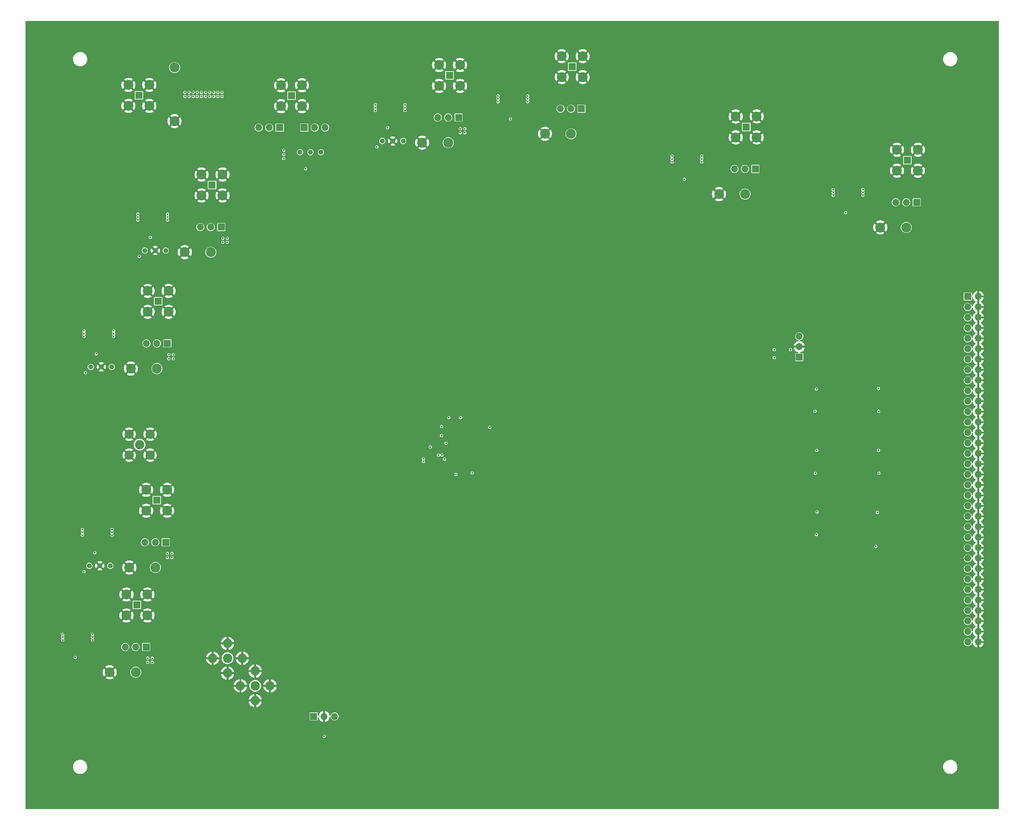
<source format=gbr>
%TF.GenerationSoftware,KiCad,Pcbnew,7.0.1-0*%
%TF.CreationDate,2023-04-17T18:48:32+01:00*%
%TF.ProjectId,cyborg65r2_thermo_pcb,6379626f-7267-4363-9572-325f74686572,rev?*%
%TF.SameCoordinates,Original*%
%TF.FileFunction,Copper,L2,Inr*%
%TF.FilePolarity,Positive*%
%FSLAX46Y46*%
G04 Gerber Fmt 4.6, Leading zero omitted, Abs format (unit mm)*
G04 Created by KiCad (PCBNEW 7.0.1-0) date 2023-04-17 18:48:32*
%MOMM*%
%LPD*%
G01*
G04 APERTURE LIST*
%TA.AperFunction,ComponentPad*%
%ADD10R,1.785000X1.785000*%
%TD*%
%TA.AperFunction,ComponentPad*%
%ADD11C,2.400000*%
%TD*%
%TA.AperFunction,ComponentPad*%
%ADD12C,1.240000*%
%TD*%
%TA.AperFunction,ComponentPad*%
%ADD13R,1.700000X1.700000*%
%TD*%
%TA.AperFunction,ComponentPad*%
%ADD14O,1.700000X1.700000*%
%TD*%
%TA.AperFunction,ComponentPad*%
%ADD15C,2.250000*%
%TD*%
%TA.AperFunction,ViaPad*%
%ADD16C,0.500000*%
%TD*%
G04 APERTURE END LIST*
D10*
%TO.N,Net-(J19-CNTR)*%
%TO.C,J19*%
X145395000Y-79750000D03*
D11*
%TO.N,GND*%
X142855000Y-82290000D03*
X147935000Y-82290000D03*
X147935000Y-77210000D03*
X142855000Y-77210000D03*
%TD*%
%TO.N,GND*%
%TO.C,J26*%
X129405000Y-153695000D03*
X134485000Y-153695000D03*
X134485000Y-158775000D03*
X129405000Y-158775000D03*
D10*
%TO.N,Net-(J26-CNTR)*%
X131945000Y-156235000D03*
%TD*%
D11*
%TO.N,VDDD1P2*%
%TO.C,J9*%
X232435000Y-67340000D03*
%TD*%
%TO.N,VDDOSC*%
%TO.C,J21*%
X132015000Y-124290000D03*
%TD*%
D12*
%TO.N,unconnected-(VR2-CW-Pad3)*%
%TO.C,VR2*%
X121065000Y-123890000D03*
%TO.N,GND*%
X118525000Y-123890000D03*
%TO.N,Net-(U7-SET)*%
X115985000Y-123890000D03*
%TD*%
D13*
%TO.N,Net-(J36-Pin_1)*%
%TO.C,J38*%
X161785000Y-65820000D03*
D14*
%TO.N,/IREF*%
X159245000Y-65820000D03*
%TO.N,/IREF/IREF_INT*%
X156705000Y-65820000D03*
%TD*%
D13*
%TO.N,/SDA*%
%TO.C,J41*%
X287790000Y-121526199D03*
D14*
%TO.N,GND*%
X287790000Y-118986199D03*
%TO.N,/SCL*%
X287790000Y-116446199D03*
%TD*%
D11*
%TO.N,VDD3P3*%
%TO.C,J1*%
X313740000Y-90050000D03*
%TD*%
%TO.N,VDDCCO*%
%TO.C,J29*%
X202675000Y-69485000D03*
%TD*%
D13*
%TO.N,Net-(J36-Pin_1)*%
%TO.C,J36*%
X167735000Y-65820000D03*
D14*
%TO.N,Net-(J36-Pin_2)*%
X170275000Y-65820000D03*
%TO.N,VDDCCO*%
X172815000Y-65820000D03*
%TD*%
D15*
%TO.N,GND*%
%TO.C,J47*%
X125275000Y-145280000D03*
X125275000Y-140200000D03*
X130355000Y-140200000D03*
X130355000Y-145280000D03*
%TO.N,Net-(J47-CNTR)*%
X127815000Y-142740000D03*
%TD*%
D11*
%TO.N,GND*%
%TO.C,J15*%
X124645000Y-179100000D03*
X129725000Y-179100000D03*
X129725000Y-184180000D03*
X124645000Y-184180000D03*
D10*
%TO.N,Net-(J15-CNTR)*%
X127185000Y-181640000D03*
%TD*%
D11*
%TO.N,VREF*%
%TO.C,J17*%
X145095000Y-96050000D03*
%TD*%
%TO.N,GND*%
%TO.C,J2*%
X307440000Y-90050000D03*
%TD*%
%TO.N,VDDTQ*%
%TO.C,J23*%
X131645000Y-172535000D03*
%TD*%
%TO.N,GND*%
%TO.C,J18*%
X138785000Y-96050000D03*
%TD*%
D13*
%TO.N,Net-(J19-CNTR)*%
%TO.C,J20*%
X147625000Y-89950000D03*
D14*
%TO.N,Net-(J20-Pin_2)*%
X145085000Y-89950000D03*
%TO.N,/VREF/VREF_INT*%
X142545000Y-89950000D03*
%TD*%
D11*
%TO.N,VDDA2P5*%
%TO.C,J13*%
X126885000Y-197940000D03*
%TD*%
D10*
%TO.N,Net-(J36-Pin_1)*%
%TO.C,J37*%
X164680000Y-58090000D03*
D11*
%TO.N,GND*%
X162140000Y-60630000D03*
X167220000Y-60630000D03*
X167220000Y-55550000D03*
X162140000Y-55550000D03*
%TD*%
D14*
%TO.N,/RSTBCLK*%
%TO.C,J48*%
X175110000Y-208665000D03*
%TO.N,GND*%
X172570000Y-208665000D03*
D13*
%TO.N,/RSTB*%
X170030000Y-208665000D03*
%TD*%
D11*
%TO.N,GND*%
%TO.C,J14*%
X120575000Y-197940000D03*
%TD*%
%TO.N,GND*%
%TO.C,J24*%
X125325000Y-172535000D03*
%TD*%
D10*
%TO.N,Net-(J11-CNTR)*%
%TO.C,J11*%
X232735000Y-51040000D03*
D11*
%TO.N,GND*%
X230195000Y-53580000D03*
X235275000Y-53580000D03*
X235275000Y-48500000D03*
X230195000Y-48500000D03*
%TD*%
D14*
%TO.N,/VDDA2P5/VDDA2P5_INT*%
%TO.C,J16*%
X124335000Y-191840000D03*
%TO.N,Net-(J16-Pin_2)*%
X126875000Y-191840000D03*
D13*
%TO.N,Net-(J15-CNTR)*%
X129415000Y-191840000D03*
%TD*%
D15*
%TO.N,GND*%
%TO.C,J40*%
X155847887Y-204839136D03*
X152255785Y-201247034D03*
X155847887Y-197654932D03*
X159439989Y-201247034D03*
%TO.N,/CLKIN_N*%
X155847887Y-201247034D03*
%TD*%
D14*
%TO.N,/VDDACORE/VDDOSC_INT*%
%TO.C,J27*%
X129465000Y-118190000D03*
%TO.N,Net-(J27-Pin_2)*%
X132005000Y-118190000D03*
D13*
%TO.N,Net-(J25-CNTR)*%
X134545000Y-118190000D03*
%TD*%
D10*
%TO.N,Net-(J7-CNTR)*%
%TO.C,J7*%
X274935000Y-65665000D03*
D11*
%TO.N,GND*%
X272395000Y-68205000D03*
X277475000Y-68205000D03*
X277475000Y-63125000D03*
X272395000Y-63125000D03*
%TD*%
D12*
%TO.N,Net-(U6-SET)*%
%TO.C,VR1*%
X129065000Y-95650000D03*
%TO.N,GND*%
X131605000Y-95650000D03*
%TO.N,unconnected-(VR1-CW-Pad3)*%
X134145000Y-95650000D03*
%TD*%
D11*
%TO.N,VDDEXT*%
%TO.C,J34*%
X136305000Y-51265000D03*
%TD*%
D13*
%TO.N,Net-(J3-CNTR)*%
%TO.C,J4*%
X316280000Y-83950000D03*
D14*
%TO.N,VDD3P3*%
X313740000Y-83950000D03*
%TO.N,/VDD3P3/VDD3P3_INT*%
X311200000Y-83950000D03*
%TD*%
D11*
%TO.N,VDDD2P5*%
%TO.C,J5*%
X274645000Y-81965000D03*
%TD*%
D14*
%TO.N,/VDDACORE/VDDTQ_INT*%
%TO.C,J28*%
X129095000Y-166435000D03*
%TO.N,Net-(J28-Pin_2)*%
X131635000Y-166435000D03*
D13*
%TO.N,Net-(J26-CNTR)*%
X134175000Y-166435000D03*
%TD*%
%TO.N,Net-(J7-CNTR)*%
%TO.C,J8*%
X277175000Y-75865000D03*
D14*
%TO.N,VDDD2P5*%
X274635000Y-75865000D03*
%TO.N,/VDDD2P5/VDDD2P5_INT*%
X272095000Y-75865000D03*
%TD*%
D11*
%TO.N,GND*%
%TO.C,J6*%
X268335000Y-81965000D03*
%TD*%
D12*
%TO.N,unconnected-(VR4-CW-Pad3)*%
%TO.C,VR4*%
X191725000Y-69085000D03*
%TO.N,GND*%
X189185000Y-69085000D03*
%TO.N,Net-(U9-SET)*%
X186645000Y-69085000D03*
%TD*%
D14*
%TO.N,GND*%
%TO.C,J46*%
X331200000Y-190625000D03*
%TO.N,/DIGBUF_LEVSHIFT/DOUT_BUF18*%
X328660000Y-190625000D03*
%TO.N,GND*%
X331200000Y-188085000D03*
%TO.N,/DIGBUF_LEVSHIFT/DOUT_BUF17*%
X328660000Y-188085000D03*
%TO.N,GND*%
X331200000Y-185545000D03*
%TO.N,/DIGBUF_LEVSHIFT/DOUT_BUF16*%
X328660000Y-185545000D03*
%TO.N,GND*%
X331200000Y-183005000D03*
%TO.N,/DIGBUF_LEVSHIFT/DOUT_BUF15*%
X328660000Y-183005000D03*
%TO.N,GND*%
X331200000Y-180465000D03*
%TO.N,/DIGBUF_LEVSHIFT/DOUT_BUF14*%
X328660000Y-180465000D03*
%TO.N,GND*%
X331200000Y-177925000D03*
%TO.N,/DIGBUF_LEVSHIFT/DOUT_BUF13*%
X328660000Y-177925000D03*
%TO.N,GND*%
X331200000Y-175385000D03*
%TO.N,/DIGBUF_LEVSHIFT/DOUT_BUF12*%
X328660000Y-175385000D03*
%TO.N,GND*%
X331200000Y-172845000D03*
%TO.N,/DIGBUF_LEVSHIFT/DOUT_BUF11*%
X328660000Y-172845000D03*
%TO.N,GND*%
X331200000Y-170305000D03*
%TO.N,/DIGBUF_LEVSHIFT/DOUT_BUF10*%
X328660000Y-170305000D03*
%TO.N,GND*%
X331200000Y-167765000D03*
%TO.N,/DIGBUF_LEVSHIFT/DOUT_BUF9*%
X328660000Y-167765000D03*
%TO.N,GND*%
X331200000Y-165225000D03*
%TO.N,/DIGBUF_LEVSHIFT/DOUT_BUF8*%
X328660000Y-165225000D03*
%TO.N,GND*%
X331200000Y-162685000D03*
%TO.N,/DIGBUF_LEVSHIFT/DOUT_BUF7*%
X328660000Y-162685000D03*
%TO.N,GND*%
X331200000Y-160145000D03*
%TO.N,/DIGBUF_LEVSHIFT/DOUT_BUF6*%
X328660000Y-160145000D03*
%TO.N,GND*%
X331200000Y-157605000D03*
%TO.N,/DIGBUF_LEVSHIFT/DOUT_BUF5*%
X328660000Y-157605000D03*
%TO.N,GND*%
X331200000Y-155065000D03*
%TO.N,/DIGBUF_LEVSHIFT/DOUT_BUF4*%
X328660000Y-155065000D03*
%TO.N,GND*%
X331200000Y-152525000D03*
%TO.N,/DIGBUF_LEVSHIFT/DOUT_BUF3*%
X328660000Y-152525000D03*
%TO.N,GND*%
X331200000Y-149985000D03*
%TO.N,/DIGBUF_LEVSHIFT/DOUT_BUF2*%
X328660000Y-149985000D03*
%TO.N,GND*%
X331200000Y-147445000D03*
%TO.N,/DIGBUF_LEVSHIFT/DOUT_BUF1*%
X328660000Y-147445000D03*
%TO.N,GND*%
X331200000Y-144905000D03*
%TO.N,/DIGBUF_LEVSHIFT/DOUT_BUF0*%
X328660000Y-144905000D03*
%TO.N,GND*%
X331200000Y-142365000D03*
%TO.N,/DIGBUF_LEVSHIFT/CLKOUT_BUF*%
X328660000Y-142365000D03*
%TO.N,GND*%
X331200000Y-139825000D03*
%TO.N,/DIGBUF_LEVSHIFT/CCOUT_BUF*%
X328660000Y-139825000D03*
%TO.N,GND*%
X331200000Y-137285000D03*
%TO.N,/DIGBUF_LEVSHIFT/CLKRS_BUF*%
X328660000Y-137285000D03*
%TO.N,GND*%
X331200000Y-134745000D03*
%TO.N,/DIGBUF_LEVSHIFT/AUX_BUF0*%
X328660000Y-134745000D03*
%TO.N,GND*%
X331200000Y-132205000D03*
%TO.N,/DIGBUF_LEVSHIFT/AUX_BUF1*%
X328660000Y-132205000D03*
%TO.N,GND*%
X331200000Y-129665000D03*
%TO.N,/DIGBUF_LEVSHIFT/AUX_BUF2*%
X328660000Y-129665000D03*
%TO.N,GND*%
X331200000Y-127125000D03*
%TO.N,/DIGBUF_LEVSHIFT/AUX_BUF3*%
X328660000Y-127125000D03*
%TO.N,GND*%
X331200000Y-124585000D03*
%TO.N,/DIGBUF_LEVSHIFT/AUX_BUF4*%
X328660000Y-124585000D03*
%TO.N,GND*%
X331200000Y-122045000D03*
%TO.N,/DIGBUF_LEVSHIFT/AUX_BUF5*%
X328660000Y-122045000D03*
%TO.N,GND*%
X331200000Y-119505000D03*
%TO.N,/DIGBUF_LEVSHIFT/AUX_BUF6*%
X328660000Y-119505000D03*
%TO.N,GND*%
X331200000Y-116965000D03*
%TO.N,/DIGBUF_LEVSHIFT/AUX_BUF7*%
X328660000Y-116965000D03*
%TO.N,GND*%
X331200000Y-114425000D03*
%TO.N,/DIGBUF_LEVSHIFT/AUX_BUF8*%
X328660000Y-114425000D03*
%TO.N,GND*%
X331200000Y-111885000D03*
%TO.N,/DIGBUF_LEVSHIFT/AUX_BUF9*%
X328660000Y-111885000D03*
%TO.N,GND*%
X331200000Y-109345000D03*
%TO.N,/DIGBUF_LEVSHIFT/AUX_BUF10*%
X328660000Y-109345000D03*
%TO.N,GND*%
X331200000Y-106805000D03*
D13*
%TO.N,/DIGBUF_LEVSHIFT/AUX_BUF11*%
X328660000Y-106805000D03*
%TD*%
D11*
%TO.N,GND*%
%TO.C,J35*%
X136305000Y-64265000D03*
%TD*%
%TO.N,GND*%
%TO.C,J22*%
X125695000Y-124290000D03*
%TD*%
D10*
%TO.N,Net-(J3-CNTR)*%
%TO.C,J3*%
X314040000Y-73750000D03*
D11*
%TO.N,GND*%
X311500000Y-76290000D03*
X316580000Y-76290000D03*
X316580000Y-71210000D03*
X311500000Y-71210000D03*
%TD*%
D15*
%TO.N,GND*%
%TO.C,J39*%
X149139989Y-198139136D03*
X145547887Y-194547034D03*
X149139989Y-190954932D03*
X152732091Y-194547034D03*
%TO.N,/CLKIN_P*%
X149139989Y-194547034D03*
%TD*%
D11*
%TO.N,GND*%
%TO.C,J25*%
X129775000Y-105450000D03*
X134855000Y-105450000D03*
X134855000Y-110530000D03*
X129775000Y-110530000D03*
D10*
%TO.N,Net-(J25-CNTR)*%
X132315000Y-107990000D03*
%TD*%
D11*
%TO.N,GND*%
%TO.C,J10*%
X226135000Y-67340000D03*
%TD*%
D12*
%TO.N,unconnected-(VR3-CW-Pad3)*%
%TO.C,VR3*%
X120695000Y-172135000D03*
%TO.N,GND*%
X118155000Y-172135000D03*
%TO.N,Net-(U8-SET)*%
X115615000Y-172135000D03*
%TD*%
D13*
%TO.N,Net-(J11-CNTR)*%
%TO.C,J12*%
X234970000Y-61240000D03*
D14*
%TO.N,VDDD1P2*%
X232430000Y-61240000D03*
%TO.N,/VDDD1P2/VDD1P2_INT*%
X229890000Y-61240000D03*
%TD*%
D11*
%TO.N,GND*%
%TO.C,J31*%
X200435000Y-50645000D03*
X205515000Y-50645000D03*
X205515000Y-55725000D03*
X200435000Y-55725000D03*
D10*
%TO.N,Net-(J31-CNTR)*%
X202975000Y-53185000D03*
%TD*%
D12*
%TO.N,unconnected-(VR5-CCW-Pad1)*%
%TO.C,VR5*%
X166720000Y-71820000D03*
%TO.N,/IREF/IREF_INT*%
X169260000Y-71820000D03*
%TO.N,Net-(J36-Pin_2)*%
X171800000Y-71820000D03*
%TD*%
D10*
%TO.N,Net-(J33-CNTR)*%
%TO.C,J33*%
X127625000Y-58015000D03*
D11*
%TO.N,GND*%
X130165000Y-60555000D03*
X130165000Y-55475000D03*
X125085000Y-55475000D03*
X125085000Y-60555000D03*
%TD*%
D14*
%TO.N,/VDDACORE/VDDCCO_INT*%
%TO.C,J32*%
X200125000Y-63385000D03*
%TO.N,Net-(J32-Pin_2)*%
X202665000Y-63385000D03*
D13*
%TO.N,Net-(J31-CNTR)*%
X205205000Y-63385000D03*
%TD*%
D11*
%TO.N,GND*%
%TO.C,J30*%
X196355000Y-69485000D03*
%TD*%
D16*
%TO.N,/RSTB*%
X204540000Y-149955000D03*
%TO.N,/IREF*%
X162760000Y-73320000D03*
X162760000Y-72320000D03*
X162760000Y-71320000D03*
%TO.N,VDDEXT*%
X109185000Y-189440000D03*
X138805000Y-57265000D03*
X130395000Y-92450000D03*
X140805000Y-57265000D03*
X127395000Y-88250000D03*
X296040000Y-82250000D03*
X145805000Y-57265000D03*
X117315000Y-120690000D03*
X127395000Y-87550000D03*
X259935000Y-78365000D03*
X143805000Y-58265000D03*
X140805000Y-58265000D03*
X109185000Y-188740000D03*
X214735000Y-58140000D03*
X116945000Y-168935000D03*
X217735000Y-63740000D03*
X256935000Y-73465000D03*
X141805000Y-58265000D03*
X184975000Y-60285000D03*
X299040000Y-86450000D03*
X139805000Y-58265000D03*
X113945000Y-163335000D03*
X142805000Y-57265000D03*
X214735000Y-58840000D03*
X147805000Y-58265000D03*
X184975000Y-60985000D03*
X113945000Y-164035000D03*
X184975000Y-61685000D03*
X114315000Y-116490000D03*
X144805000Y-57265000D03*
X187975000Y-65885000D03*
X256935000Y-72765000D03*
X141805000Y-57265000D03*
X144805000Y-58265000D03*
X138805000Y-58265000D03*
X146805000Y-57265000D03*
X296040000Y-81550000D03*
X112185000Y-194340000D03*
X145805000Y-58265000D03*
X127395000Y-86850000D03*
X139805000Y-57265000D03*
X256935000Y-74165000D03*
X109185000Y-190140000D03*
X143805000Y-57265000D03*
X142805000Y-58265000D03*
X114315000Y-115090000D03*
X146805000Y-58265000D03*
X147805000Y-57265000D03*
X296040000Y-80850000D03*
X113945000Y-164735000D03*
X114315000Y-115790000D03*
X214735000Y-59540000D03*
%TO.N,/VDD3P3/VDD3P3_INT*%
X303240000Y-82250000D03*
X303240000Y-81550000D03*
X303240000Y-80850000D03*
%TO.N,VDD3P3*%
X307000000Y-129120000D03*
X306345000Y-167430000D03*
X307005000Y-144110000D03*
X307050000Y-134680000D03*
X306725000Y-159180000D03*
X307085000Y-149660000D03*
%TO.N,VDDD2P5*%
X291610000Y-134620000D03*
X281732500Y-121656199D03*
X208503312Y-149597000D03*
X281732500Y-119716199D03*
X172575000Y-213467500D03*
X291715000Y-149680000D03*
X291970000Y-129230000D03*
X291945000Y-164540000D03*
X292035000Y-144120000D03*
X292125000Y-159030000D03*
X212713312Y-138537000D03*
%TO.N,/VDDD2P5/VDDD2P5_INT*%
X264135000Y-72765000D03*
X264135000Y-74165000D03*
X264135000Y-73465000D03*
%TO.N,/VDDD1P2/VDD1P2_INT*%
X221935000Y-59540000D03*
X221935000Y-58140000D03*
X221935000Y-58840000D03*
%TO.N,VDDD1P2*%
X202793312Y-136177000D03*
X205673312Y-136177000D03*
%TO.N,/VDDA2P5/VDDA2P5_INT*%
X116385000Y-190140000D03*
X116385000Y-188740000D03*
X116385000Y-189440000D03*
%TO.N,VDDA2P5*%
X129785000Y-194540000D03*
X129785000Y-195540000D03*
X130885000Y-194540000D03*
X130885000Y-195540000D03*
X201753312Y-146247000D03*
%TO.N,/VREF/VREF_INT*%
X134595000Y-86850000D03*
X134595000Y-87550000D03*
X134595000Y-88250000D03*
%TO.N,VREF*%
X147995000Y-92650000D03*
X147995000Y-93650000D03*
X149095000Y-92650000D03*
X198303312Y-143312500D03*
X149095000Y-93650000D03*
X127765000Y-97070000D03*
%TO.N,/VDDACORE/VDDTQ_INT*%
X121145000Y-163335000D03*
X121145000Y-164035000D03*
X121145000Y-164735000D03*
%TO.N,/VDDACORE/VDDCCO_INT*%
X192175000Y-60285000D03*
X192175000Y-61685000D03*
X192175000Y-60985000D03*
%TO.N,VDDOSC*%
X196653312Y-146827000D03*
X136015000Y-121890000D03*
X134915000Y-121890000D03*
X196653312Y-146157000D03*
X134915000Y-120890000D03*
X136015000Y-120890000D03*
X114685000Y-125310000D03*
%TO.N,VDDTQ*%
X135645000Y-169135000D03*
X134545000Y-170135000D03*
X134545000Y-169135000D03*
X135645000Y-170135000D03*
X114315000Y-173555000D03*
X201123312Y-145237000D03*
X200293312Y-145277000D03*
%TO.N,/VDDACORE/VDDOSC_INT*%
X121515000Y-116490000D03*
X121515000Y-115790000D03*
X121515000Y-115090000D03*
%TO.N,/IREF*%
X202133312Y-142417000D03*
%TO.N,/SDA*%
X285660000Y-119716199D03*
%TO.N,/RSTB*%
X201053312Y-138327000D03*
%TO.N,GND*%
X305205000Y-143440000D03*
X309310000Y-130610000D03*
X309255000Y-151040000D03*
X195853312Y-144237000D03*
X172670000Y-219915000D03*
X124445000Y-165435000D03*
X141805000Y-52265000D03*
X294145000Y-154090000D03*
X123195000Y-89050000D03*
X299040000Y-85750000D03*
X294391000Y-126760000D03*
X305205000Y-158370000D03*
X260535000Y-77065000D03*
X252735000Y-73065000D03*
X117915000Y-119390000D03*
X291840000Y-83650000D03*
X144305000Y-63265000D03*
X201783312Y-147197000D03*
X116945000Y-168235000D03*
X104985000Y-190940000D03*
X289586000Y-165970000D03*
X210535000Y-58440000D03*
X203443312Y-138377000D03*
X124345000Y-162835000D03*
X123195000Y-86550000D03*
X293886000Y-149390000D03*
X196843312Y-147907000D03*
X112185000Y-193640000D03*
X305010000Y-134460000D03*
X293941000Y-134460000D03*
X204233312Y-134237000D03*
X112785000Y-193040000D03*
X304955000Y-154310000D03*
X119685000Y-190840000D03*
X305260000Y-132410000D03*
X195375000Y-59785000D03*
X109745000Y-163035000D03*
X137795000Y-86350000D03*
X110115000Y-117290000D03*
X299640000Y-85150000D03*
X172620000Y-222365000D03*
X304760000Y-138660000D03*
X210535000Y-60340000D03*
X305260000Y-128510000D03*
X207063312Y-152277000D03*
X144305000Y-52265000D03*
X204413312Y-147737000D03*
X180775000Y-63085000D03*
X119585000Y-188240000D03*
X289586000Y-145540000D03*
X124715000Y-114590000D03*
X195475000Y-62385000D03*
X110115000Y-114790000D03*
X304760000Y-137960000D03*
X117545000Y-168235000D03*
X217735000Y-62440000D03*
X291840000Y-80550000D03*
X293636000Y-143440000D03*
X210535000Y-57840000D03*
X188575000Y-64585000D03*
X117915000Y-119990000D03*
X187975000Y-65185000D03*
X217735000Y-63040000D03*
X252735000Y-72465000D03*
X291840000Y-81150000D03*
X137895000Y-88950000D03*
X130995000Y-91750000D03*
X117545000Y-167635000D03*
X293636000Y-147340000D03*
X104985000Y-188440000D03*
X123195000Y-87150000D03*
X252735000Y-75565000D03*
X218335000Y-62440000D03*
X304955000Y-149390000D03*
X104985000Y-191540000D03*
X293636000Y-158370000D03*
X293691000Y-128510000D03*
X159760000Y-72320000D03*
X304949000Y-168820000D03*
X130395000Y-91150000D03*
X293691000Y-132410000D03*
X259935000Y-77665000D03*
X252735000Y-74965000D03*
X146805000Y-63265000D03*
X305205000Y-147340000D03*
X304955000Y-164320000D03*
X309310000Y-136110000D03*
X187975000Y-64585000D03*
X309255000Y-165970000D03*
X304560000Y-152525000D03*
X294336000Y-156620000D03*
X304949000Y-167320000D03*
X117315000Y-119390000D03*
X225235000Y-60240000D03*
X109745000Y-165535000D03*
X180775000Y-60585000D03*
X306440000Y-80350000D03*
X267335000Y-72265000D03*
X180775000Y-62485000D03*
X109745000Y-166135000D03*
X305205000Y-162270000D03*
X294191000Y-138660000D03*
X180775000Y-59985000D03*
X110115000Y-115390000D03*
X289641000Y-136110000D03*
X112785000Y-193640000D03*
X293938970Y-152533970D03*
X123195000Y-89650000D03*
X124815000Y-117190000D03*
X294336000Y-141690000D03*
X141805000Y-63265000D03*
X210535000Y-60940000D03*
X259935000Y-77065000D03*
X260535000Y-77665000D03*
X309255000Y-160470000D03*
X289586000Y-160470000D03*
X110115000Y-117890000D03*
X217063312Y-139107000D03*
X299040000Y-85150000D03*
X117315000Y-119990000D03*
X299640000Y-85750000D03*
X309255000Y-145540000D03*
X130995000Y-91150000D03*
X130395000Y-91750000D03*
X291840000Y-83050000D03*
X304505000Y-141690000D03*
X198593312Y-139627000D03*
X146805000Y-52265000D03*
X225135000Y-57640000D03*
X289586000Y-151040000D03*
X304560000Y-126760000D03*
X218335000Y-63040000D03*
X289641000Y-130610000D03*
X267435000Y-74865000D03*
X294015000Y-167590000D03*
X202106249Y-141584063D03*
X188575000Y-65185000D03*
X139305000Y-63265000D03*
X202653312Y-145997000D03*
X116945000Y-167635000D03*
X158760000Y-72320000D03*
X112185000Y-193040000D03*
X104985000Y-189040000D03*
X139305000Y-52265000D03*
X304505000Y-156620000D03*
X294191000Y-137960000D03*
X306540000Y-82950000D03*
X109745000Y-163635000D03*
X294005000Y-163470000D03*
%TO.N,VDDCCO*%
X201043312Y-140557000D03*
X168060000Y-75820000D03*
X206675000Y-67085000D03*
X185345000Y-70505000D03*
X205575000Y-67085000D03*
X205575000Y-66085000D03*
X206675000Y-66085000D03*
%TD*%
%TA.AperFunction,Conductor*%
%TO.N,GND*%
G36*
X336110500Y-39949113D02*
G01*
X336155887Y-39994500D01*
X336172500Y-40056500D01*
X336172500Y-231053500D01*
X336155887Y-231115500D01*
X336110500Y-231160887D01*
X336048500Y-231177500D01*
X100251500Y-231177500D01*
X100189500Y-231160887D01*
X100144113Y-231115500D01*
X100127500Y-231053500D01*
X100127500Y-220838637D01*
X111668686Y-220838637D01*
X111673774Y-220971362D01*
X111678847Y-221103699D01*
X111704287Y-221234872D01*
X111729351Y-221364107D01*
X111819009Y-221613742D01*
X111945730Y-221846779D01*
X112028480Y-221955336D01*
X112106534Y-222057733D01*
X112297657Y-222241670D01*
X112514617Y-222394277D01*
X112752331Y-222511976D01*
X113005225Y-222592009D01*
X113267372Y-222632500D01*
X113466220Y-222632500D01*
X113466222Y-222632500D01*
X113490964Y-222630600D01*
X113664478Y-222617279D01*
X113922756Y-222556839D01*
X114034069Y-222511976D01*
X114168778Y-222457684D01*
X114168780Y-222457682D01*
X114168782Y-222457682D01*
X114396788Y-222322131D01*
X114601430Y-222153364D01*
X114777912Y-221955336D01*
X114922096Y-221732690D01*
X115030604Y-221490643D01*
X115100892Y-221234869D01*
X115131313Y-220971363D01*
X115126226Y-220838637D01*
X322668686Y-220838637D01*
X322673774Y-220971362D01*
X322678847Y-221103699D01*
X322704287Y-221234872D01*
X322729351Y-221364107D01*
X322819009Y-221613742D01*
X322945730Y-221846779D01*
X323028480Y-221955336D01*
X323106534Y-222057733D01*
X323297657Y-222241670D01*
X323514617Y-222394277D01*
X323752331Y-222511976D01*
X324005225Y-222592009D01*
X324267372Y-222632500D01*
X324466220Y-222632500D01*
X324466222Y-222632500D01*
X324490964Y-222630600D01*
X324664478Y-222617279D01*
X324922756Y-222556839D01*
X325034069Y-222511976D01*
X325168778Y-222457684D01*
X325168780Y-222457682D01*
X325168782Y-222457682D01*
X325396788Y-222322131D01*
X325601430Y-222153364D01*
X325777912Y-221955336D01*
X325922096Y-221732690D01*
X326030604Y-221490643D01*
X326100892Y-221234869D01*
X326131313Y-220971363D01*
X326121153Y-220706301D01*
X326070650Y-220445897D01*
X325980989Y-220196254D01*
X325854271Y-219963224D01*
X325854269Y-219963220D01*
X325693466Y-219752267D01*
X325502344Y-219568331D01*
X325387950Y-219487868D01*
X325285383Y-219415723D01*
X325047669Y-219298024D01*
X325047665Y-219298022D01*
X324794777Y-219217991D01*
X324620010Y-219190997D01*
X324532628Y-219177500D01*
X324333780Y-219177500D01*
X324333778Y-219177500D01*
X324135522Y-219192721D01*
X323877241Y-219253161D01*
X323631221Y-219352315D01*
X323403212Y-219487868D01*
X323198568Y-219656636D01*
X323022085Y-219854666D01*
X322877904Y-220077307D01*
X322769395Y-220319358D01*
X322699108Y-220575127D01*
X322668686Y-220838637D01*
X115126226Y-220838637D01*
X115121153Y-220706301D01*
X115070650Y-220445897D01*
X114980989Y-220196254D01*
X114854271Y-219963224D01*
X114854269Y-219963220D01*
X114693466Y-219752267D01*
X114502344Y-219568331D01*
X114387950Y-219487868D01*
X114285383Y-219415723D01*
X114047669Y-219298024D01*
X114047665Y-219298022D01*
X113794777Y-219217991D01*
X113620010Y-219190997D01*
X113532628Y-219177500D01*
X113333780Y-219177500D01*
X113333778Y-219177500D01*
X113135522Y-219192721D01*
X112877241Y-219253161D01*
X112631221Y-219352315D01*
X112403212Y-219487868D01*
X112198568Y-219656636D01*
X112022085Y-219854666D01*
X111877904Y-220077307D01*
X111769395Y-220319358D01*
X111699108Y-220575127D01*
X111668686Y-220838637D01*
X100127500Y-220838637D01*
X100127500Y-213467500D01*
X172192793Y-213467500D01*
X172211499Y-213585607D01*
X172211500Y-213585608D01*
X172265789Y-213692155D01*
X172350345Y-213776711D01*
X172456892Y-213831000D01*
X172575000Y-213849706D01*
X172693108Y-213831000D01*
X172799655Y-213776711D01*
X172884211Y-213692155D01*
X172938500Y-213585608D01*
X172957206Y-213467500D01*
X172938500Y-213349392D01*
X172884211Y-213242845D01*
X172799655Y-213158289D01*
X172799654Y-213158288D01*
X172693107Y-213103999D01*
X172575000Y-213085293D01*
X172456892Y-213103999D01*
X172350344Y-213158289D01*
X172265789Y-213242844D01*
X172211499Y-213349392D01*
X172192793Y-213467500D01*
X100127500Y-213467500D01*
X100127500Y-209527558D01*
X169052500Y-209527558D01*
X169059897Y-209564747D01*
X169088077Y-209606922D01*
X169120156Y-209628356D01*
X169130252Y-209635102D01*
X169167442Y-209642500D01*
X170892558Y-209642500D01*
X170929748Y-209635102D01*
X170971922Y-209606922D01*
X171000102Y-209564748D01*
X171007500Y-209527558D01*
X171007500Y-208991546D01*
X171021511Y-208934289D01*
X171060376Y-208889971D01*
X171115315Y-208868607D01*
X171173910Y-208875024D01*
X171222922Y-208907773D01*
X171251275Y-208959452D01*
X171296569Y-209128492D01*
X171396399Y-209342576D01*
X171531893Y-209536081D01*
X171698918Y-209703106D01*
X171892423Y-209838600D01*
X172106507Y-209938430D01*
X172319999Y-209995635D01*
X172320000Y-209995636D01*
X172320000Y-207334364D01*
X172820000Y-207334364D01*
X172820000Y-209995635D01*
X173033492Y-209938430D01*
X173247576Y-209838600D01*
X173441081Y-209703106D01*
X173608106Y-209536081D01*
X173743600Y-209342576D01*
X173843430Y-209128492D01*
X173904569Y-208900318D01*
X173905800Y-208886253D01*
X173929809Y-208823084D01*
X173983377Y-208781885D01*
X174050592Y-208774894D01*
X174111492Y-208804186D01*
X174147988Y-208861061D01*
X174202537Y-209040883D01*
X174249366Y-209128492D01*
X174293306Y-209210698D01*
X174415459Y-209359541D01*
X174564302Y-209481694D01*
X174649209Y-209527077D01*
X174734116Y-209572462D01*
X174814349Y-209596800D01*
X174918376Y-209628357D01*
X175110000Y-209647230D01*
X175301624Y-209628357D01*
X175485883Y-209572462D01*
X175655698Y-209481694D01*
X175804541Y-209359541D01*
X175926694Y-209210698D01*
X176017462Y-209040883D01*
X176073357Y-208856624D01*
X176092230Y-208665000D01*
X176073357Y-208473376D01*
X176041800Y-208369349D01*
X176017462Y-208289116D01*
X175970633Y-208201507D01*
X175926694Y-208119302D01*
X175804541Y-207970459D01*
X175655698Y-207848306D01*
X175644731Y-207842444D01*
X175485883Y-207757537D01*
X175301625Y-207701643D01*
X175110000Y-207682770D01*
X174918374Y-207701643D01*
X174734116Y-207757537D01*
X174564303Y-207848305D01*
X174415459Y-207970459D01*
X174293305Y-208119303D01*
X174202537Y-208289117D01*
X174147988Y-208468938D01*
X174111492Y-208525813D01*
X174050592Y-208555105D01*
X173983377Y-208548114D01*
X173929810Y-208506915D01*
X173905800Y-208443747D01*
X173904569Y-208429681D01*
X173843430Y-208201507D01*
X173743599Y-207987421D01*
X173608109Y-207793921D01*
X173441081Y-207626893D01*
X173247576Y-207491399D01*
X173033492Y-207391569D01*
X172820000Y-207334364D01*
X172320000Y-207334364D01*
X172319999Y-207334364D01*
X172106507Y-207391569D01*
X171892421Y-207491400D01*
X171698921Y-207626890D01*
X171531890Y-207793921D01*
X171396400Y-207987421D01*
X171296569Y-208201507D01*
X171251275Y-208370548D01*
X171222922Y-208422227D01*
X171173910Y-208454976D01*
X171115315Y-208461393D01*
X171060376Y-208440029D01*
X171021511Y-208395711D01*
X171007500Y-208338454D01*
X171007500Y-207802442D01*
X171000102Y-207765252D01*
X170971922Y-207723077D01*
X170929747Y-207694897D01*
X170892558Y-207687500D01*
X169167442Y-207687500D01*
X169130252Y-207694897D01*
X169088077Y-207723077D01*
X169059897Y-207765252D01*
X169052500Y-207802442D01*
X169052500Y-209527558D01*
X100127500Y-209527558D01*
X100127500Y-205089136D01*
X154237537Y-205089136D01*
X154237930Y-205094130D01*
X154297640Y-205342841D01*
X154395525Y-205579153D01*
X154529168Y-205797239D01*
X154695285Y-205991737D01*
X154889783Y-206157854D01*
X155107869Y-206291497D01*
X155344181Y-206389382D01*
X155592892Y-206449092D01*
X155597887Y-206449486D01*
X155597887Y-205089136D01*
X156097887Y-205089136D01*
X156097887Y-206449486D01*
X156102881Y-206449092D01*
X156351592Y-206389382D01*
X156587904Y-206291497D01*
X156805990Y-206157854D01*
X157000488Y-205991737D01*
X157166605Y-205797239D01*
X157300248Y-205579153D01*
X157398133Y-205342841D01*
X157457843Y-205094130D01*
X157458237Y-205089136D01*
X156097887Y-205089136D01*
X155597887Y-205089136D01*
X154237537Y-205089136D01*
X100127500Y-205089136D01*
X100127500Y-204589136D01*
X154237537Y-204589136D01*
X155597887Y-204589136D01*
X155597887Y-203228786D01*
X156097887Y-203228786D01*
X156097887Y-204589136D01*
X157458236Y-204589136D01*
X157457843Y-204584141D01*
X157398133Y-204335430D01*
X157300248Y-204099118D01*
X157166605Y-203881032D01*
X157000488Y-203686534D01*
X156805990Y-203520417D01*
X156587904Y-203386774D01*
X156351592Y-203288889D01*
X156102881Y-203229179D01*
X156097887Y-203228786D01*
X155597887Y-203228786D01*
X155592892Y-203229179D01*
X155344181Y-203288889D01*
X155107869Y-203386774D01*
X154889783Y-203520417D01*
X154695285Y-203686534D01*
X154529168Y-203881032D01*
X154395525Y-204099118D01*
X154297640Y-204335430D01*
X154237930Y-204584141D01*
X154237537Y-204589136D01*
X100127500Y-204589136D01*
X100127500Y-201497034D01*
X150645435Y-201497034D01*
X150645828Y-201502028D01*
X150705538Y-201750739D01*
X150803423Y-201987051D01*
X150937066Y-202205137D01*
X151103183Y-202399635D01*
X151297681Y-202565752D01*
X151515767Y-202699395D01*
X151752079Y-202797280D01*
X152000790Y-202856990D01*
X152005785Y-202857384D01*
X152005785Y-201497034D01*
X152505785Y-201497034D01*
X152505785Y-202857384D01*
X152510779Y-202856990D01*
X152759490Y-202797280D01*
X152995802Y-202699395D01*
X153213888Y-202565752D01*
X153408386Y-202399635D01*
X153574503Y-202205137D01*
X153708146Y-201987051D01*
X153806031Y-201750739D01*
X153865741Y-201502028D01*
X153866135Y-201497034D01*
X152505785Y-201497034D01*
X152005785Y-201497034D01*
X150645435Y-201497034D01*
X100127500Y-201497034D01*
X100127500Y-201247034D01*
X154417501Y-201247034D01*
X154437010Y-201482463D01*
X154437010Y-201482466D01*
X154437011Y-201482468D01*
X154441964Y-201502028D01*
X154495005Y-201711481D01*
X154589900Y-201927822D01*
X154719113Y-202125597D01*
X154879110Y-202299399D01*
X154879114Y-202299402D01*
X155065541Y-202444504D01*
X155273308Y-202556942D01*
X155385028Y-202595296D01*
X155496744Y-202633649D01*
X155496746Y-202633649D01*
X155496748Y-202633650D01*
X155729767Y-202672534D01*
X155966006Y-202672534D01*
X155966007Y-202672534D01*
X156199026Y-202633650D01*
X156422466Y-202556942D01*
X156630233Y-202444504D01*
X156816660Y-202299402D01*
X156976662Y-202125595D01*
X157105873Y-201927822D01*
X157200770Y-201711479D01*
X157255074Y-201497034D01*
X157829639Y-201497034D01*
X157830032Y-201502028D01*
X157889742Y-201750739D01*
X157987627Y-201987051D01*
X158121270Y-202205137D01*
X158287387Y-202399635D01*
X158481885Y-202565752D01*
X158699971Y-202699395D01*
X158936283Y-202797280D01*
X159184994Y-202856990D01*
X159189989Y-202857384D01*
X159189989Y-201497034D01*
X159689989Y-201497034D01*
X159689989Y-202857384D01*
X159694983Y-202856990D01*
X159943694Y-202797280D01*
X160180006Y-202699395D01*
X160398092Y-202565752D01*
X160592590Y-202399635D01*
X160758707Y-202205137D01*
X160892350Y-201987051D01*
X160990235Y-201750739D01*
X161049945Y-201502028D01*
X161050339Y-201497034D01*
X159689989Y-201497034D01*
X159189989Y-201497034D01*
X157829639Y-201497034D01*
X157255074Y-201497034D01*
X157258763Y-201482468D01*
X157278272Y-201247034D01*
X157258763Y-201011600D01*
X157255074Y-200997034D01*
X157829639Y-200997034D01*
X159189989Y-200997034D01*
X159189989Y-199636684D01*
X159689989Y-199636684D01*
X159689989Y-200997034D01*
X161050338Y-200997034D01*
X161049945Y-200992039D01*
X160990235Y-200743328D01*
X160892350Y-200507016D01*
X160758707Y-200288930D01*
X160592590Y-200094432D01*
X160398092Y-199928315D01*
X160180006Y-199794672D01*
X159943694Y-199696787D01*
X159694983Y-199637077D01*
X159689989Y-199636684D01*
X159189989Y-199636684D01*
X159184994Y-199637077D01*
X158936283Y-199696787D01*
X158699971Y-199794672D01*
X158481885Y-199928315D01*
X158287387Y-200094432D01*
X158121270Y-200288930D01*
X157987627Y-200507016D01*
X157889742Y-200743328D01*
X157830032Y-200992039D01*
X157829639Y-200997034D01*
X157255074Y-200997034D01*
X157200770Y-200782589D01*
X157105873Y-200566246D01*
X157105873Y-200566245D01*
X156976660Y-200368470D01*
X156816663Y-200194668D01*
X156630234Y-200049565D01*
X156630233Y-200049564D01*
X156422466Y-199937126D01*
X156422462Y-199937124D01*
X156422461Y-199937124D01*
X156199029Y-199860418D01*
X156024261Y-199831254D01*
X155966007Y-199821534D01*
X155729767Y-199821534D01*
X155683163Y-199829310D01*
X155496744Y-199860418D01*
X155273312Y-199937124D01*
X155065539Y-200049565D01*
X154879110Y-200194668D01*
X154719113Y-200368470D01*
X154589900Y-200566245D01*
X154495005Y-200782586D01*
X154495004Y-200782589D01*
X154440700Y-200997034D01*
X154437010Y-201011604D01*
X154417501Y-201247034D01*
X100127500Y-201247034D01*
X100127500Y-200997034D01*
X150645435Y-200997034D01*
X152005785Y-200997034D01*
X152005785Y-199636684D01*
X152505785Y-199636684D01*
X152505785Y-200997034D01*
X153866134Y-200997034D01*
X153865741Y-200992039D01*
X153806031Y-200743328D01*
X153708146Y-200507016D01*
X153574503Y-200288930D01*
X153408386Y-200094432D01*
X153213888Y-199928315D01*
X152995802Y-199794672D01*
X152759490Y-199696787D01*
X152510779Y-199637077D01*
X152505785Y-199636684D01*
X152005785Y-199636684D01*
X152000790Y-199637077D01*
X151752079Y-199696787D01*
X151515767Y-199794672D01*
X151297681Y-199928315D01*
X151103183Y-200094432D01*
X150937066Y-200288930D01*
X150803423Y-200507016D01*
X150705538Y-200743328D01*
X150645828Y-200992039D01*
X150645435Y-200997034D01*
X100127500Y-200997034D01*
X100127500Y-199306737D01*
X119561813Y-199306737D01*
X119722619Y-199416372D01*
X119952179Y-199526922D01*
X120195654Y-199602025D01*
X120447603Y-199640000D01*
X120702397Y-199640000D01*
X120954345Y-199602025D01*
X121197823Y-199526921D01*
X121427383Y-199416372D01*
X121588185Y-199306737D01*
X120575000Y-198293553D01*
X119561813Y-199306737D01*
X100127500Y-199306737D01*
X100127500Y-197939999D01*
X118870232Y-197939999D01*
X118889273Y-198194080D01*
X118945971Y-198442491D01*
X119039057Y-198679668D01*
X119166456Y-198900331D01*
X119208452Y-198952993D01*
X119208453Y-198952993D01*
X120221447Y-197940001D01*
X120221447Y-197940000D01*
X120928553Y-197940000D01*
X121941545Y-198952993D01*
X121941546Y-198952992D01*
X121983545Y-198900328D01*
X122110942Y-198679669D01*
X122204028Y-198442491D01*
X122260726Y-198194080D01*
X122279767Y-197940000D01*
X125552428Y-197940000D01*
X125572673Y-198171396D01*
X125632354Y-198394130D01*
X125632793Y-198395766D01*
X125730960Y-198606286D01*
X125864191Y-198796560D01*
X126028440Y-198960809D01*
X126218714Y-199094040D01*
X126429234Y-199192207D01*
X126653601Y-199252326D01*
X126885000Y-199272571D01*
X127116399Y-199252326D01*
X127340766Y-199192207D01*
X127551286Y-199094040D01*
X127741560Y-198960809D01*
X127905809Y-198796560D01*
X128039040Y-198606286D01*
X128137207Y-198395766D01*
X128138984Y-198389136D01*
X147529639Y-198389136D01*
X147530032Y-198394130D01*
X147589742Y-198642841D01*
X147687627Y-198879153D01*
X147821270Y-199097239D01*
X147987387Y-199291737D01*
X148181885Y-199457854D01*
X148399971Y-199591497D01*
X148636283Y-199689382D01*
X148884994Y-199749092D01*
X148889989Y-199749486D01*
X148889989Y-198389136D01*
X149389989Y-198389136D01*
X149389989Y-199749486D01*
X149394983Y-199749092D01*
X149643694Y-199689382D01*
X149880006Y-199591497D01*
X150098092Y-199457854D01*
X150292590Y-199291737D01*
X150458707Y-199097239D01*
X150592350Y-198879153D01*
X150690235Y-198642841D01*
X150749945Y-198394130D01*
X150750339Y-198389136D01*
X149389989Y-198389136D01*
X148889989Y-198389136D01*
X147529639Y-198389136D01*
X128138984Y-198389136D01*
X128197326Y-198171399D01*
X128217571Y-197940000D01*
X128214503Y-197904932D01*
X154237537Y-197904932D01*
X154237930Y-197909926D01*
X154297640Y-198158637D01*
X154395525Y-198394949D01*
X154529168Y-198613035D01*
X154695285Y-198807533D01*
X154889783Y-198973650D01*
X155107869Y-199107293D01*
X155344181Y-199205178D01*
X155592892Y-199264888D01*
X155597887Y-199265282D01*
X155597887Y-197904932D01*
X156097887Y-197904932D01*
X156097887Y-199265282D01*
X156102881Y-199264888D01*
X156351592Y-199205178D01*
X156587904Y-199107293D01*
X156805990Y-198973650D01*
X157000488Y-198807533D01*
X157166605Y-198613035D01*
X157300248Y-198394949D01*
X157398133Y-198158637D01*
X157457843Y-197909926D01*
X157458237Y-197904932D01*
X156097887Y-197904932D01*
X155597887Y-197904932D01*
X154237537Y-197904932D01*
X128214503Y-197904932D01*
X128213121Y-197889136D01*
X147529639Y-197889136D01*
X148889989Y-197889136D01*
X148889989Y-196528786D01*
X149389989Y-196528786D01*
X149389989Y-197889136D01*
X150750338Y-197889136D01*
X150749945Y-197884141D01*
X150690235Y-197635430D01*
X150594758Y-197404932D01*
X154237537Y-197404932D01*
X155597887Y-197404932D01*
X155597887Y-196044582D01*
X156097887Y-196044582D01*
X156097887Y-197404932D01*
X157458236Y-197404932D01*
X157457843Y-197399937D01*
X157398133Y-197151226D01*
X157300248Y-196914914D01*
X157166605Y-196696828D01*
X157000488Y-196502330D01*
X156805990Y-196336213D01*
X156587904Y-196202570D01*
X156351592Y-196104685D01*
X156102881Y-196044975D01*
X156097887Y-196044582D01*
X155597887Y-196044582D01*
X155592892Y-196044975D01*
X155344181Y-196104685D01*
X155107869Y-196202570D01*
X154889783Y-196336213D01*
X154695285Y-196502330D01*
X154529168Y-196696828D01*
X154395525Y-196914914D01*
X154297640Y-197151226D01*
X154237930Y-197399937D01*
X154237537Y-197404932D01*
X150594758Y-197404932D01*
X150592350Y-197399118D01*
X150458707Y-197181032D01*
X150292590Y-196986534D01*
X150098092Y-196820417D01*
X149880006Y-196686774D01*
X149643694Y-196588889D01*
X149394983Y-196529179D01*
X149389989Y-196528786D01*
X148889989Y-196528786D01*
X148884994Y-196529179D01*
X148636283Y-196588889D01*
X148399971Y-196686774D01*
X148181885Y-196820417D01*
X147987387Y-196986534D01*
X147821270Y-197181032D01*
X147687627Y-197399118D01*
X147589742Y-197635430D01*
X147530032Y-197884141D01*
X147529639Y-197889136D01*
X128213121Y-197889136D01*
X128197326Y-197708601D01*
X128137207Y-197484234D01*
X128039040Y-197273715D01*
X127905809Y-197083440D01*
X127905807Y-197083438D01*
X127741561Y-196919191D01*
X127551286Y-196785960D01*
X127340767Y-196687793D01*
X127116396Y-196627673D01*
X126885000Y-196607428D01*
X126653603Y-196627673D01*
X126429232Y-196687793D01*
X126218713Y-196785960D01*
X126028438Y-196919191D01*
X125864191Y-197083438D01*
X125730960Y-197273713D01*
X125632793Y-197484232D01*
X125572673Y-197708603D01*
X125552428Y-197940000D01*
X122279767Y-197940000D01*
X122260726Y-197685919D01*
X122204028Y-197437508D01*
X122110942Y-197200330D01*
X121983545Y-196979671D01*
X121941546Y-196927005D01*
X120928553Y-197940000D01*
X120221447Y-197940000D01*
X119208453Y-196927006D01*
X119166453Y-196979673D01*
X119039057Y-197200331D01*
X118945971Y-197437508D01*
X118889273Y-197685919D01*
X118870232Y-197939999D01*
X100127500Y-197939999D01*
X100127500Y-196573261D01*
X119561813Y-196573261D01*
X120575000Y-197586447D01*
X120575001Y-197586447D01*
X121588185Y-196573261D01*
X121427379Y-196463625D01*
X121197823Y-196353078D01*
X120954345Y-196277974D01*
X120702397Y-196240000D01*
X120447603Y-196240000D01*
X120195654Y-196277974D01*
X119952179Y-196353077D01*
X119722615Y-196463628D01*
X119561813Y-196573261D01*
X100127500Y-196573261D01*
X100127500Y-195539999D01*
X129402793Y-195539999D01*
X129421499Y-195658107D01*
X129421500Y-195658108D01*
X129475789Y-195764655D01*
X129560345Y-195849211D01*
X129666892Y-195903500D01*
X129785000Y-195922206D01*
X129903108Y-195903500D01*
X130009655Y-195849211D01*
X130094211Y-195764655D01*
X130148500Y-195658108D01*
X130167206Y-195540000D01*
X130167206Y-195539999D01*
X130502793Y-195539999D01*
X130521499Y-195658107D01*
X130521500Y-195658108D01*
X130575789Y-195764655D01*
X130660345Y-195849211D01*
X130766892Y-195903500D01*
X130885000Y-195922206D01*
X131003108Y-195903500D01*
X131109655Y-195849211D01*
X131194211Y-195764655D01*
X131248500Y-195658108D01*
X131267206Y-195540000D01*
X131248500Y-195421892D01*
X131194211Y-195315345D01*
X131109655Y-195230789D01*
X131103832Y-195227822D01*
X131003107Y-195176499D01*
X130914546Y-195162473D01*
X130884999Y-195148569D01*
X130855453Y-195162473D01*
X130766892Y-195176499D01*
X130660344Y-195230789D01*
X130575789Y-195315344D01*
X130521499Y-195421892D01*
X130502793Y-195539999D01*
X130167206Y-195539999D01*
X130148500Y-195421892D01*
X130094211Y-195315345D01*
X130009655Y-195230789D01*
X130003832Y-195227822D01*
X129903107Y-195176499D01*
X129814546Y-195162473D01*
X129784999Y-195148569D01*
X129755453Y-195162473D01*
X129666892Y-195176499D01*
X129560344Y-195230789D01*
X129475789Y-195315344D01*
X129421499Y-195421892D01*
X129402793Y-195539999D01*
X100127500Y-195539999D01*
X100127500Y-194339999D01*
X111802793Y-194339999D01*
X111821499Y-194458107D01*
X111875789Y-194564655D01*
X111960345Y-194649211D01*
X112066892Y-194703500D01*
X112185000Y-194722206D01*
X112303108Y-194703500D01*
X112409655Y-194649211D01*
X112494211Y-194564655D01*
X112506773Y-194540000D01*
X129402793Y-194540000D01*
X129421499Y-194658107D01*
X129454160Y-194722206D01*
X129475789Y-194764655D01*
X129560345Y-194849211D01*
X129666892Y-194903500D01*
X129755453Y-194917527D01*
X129784999Y-194931430D01*
X129814546Y-194917527D01*
X129882097Y-194906827D01*
X129903108Y-194903500D01*
X130009655Y-194849211D01*
X130094211Y-194764655D01*
X130148500Y-194658108D01*
X130167206Y-194540000D01*
X130502793Y-194540000D01*
X130521499Y-194658107D01*
X130554160Y-194722206D01*
X130575789Y-194764655D01*
X130660345Y-194849211D01*
X130766892Y-194903500D01*
X130855453Y-194917527D01*
X130884999Y-194931430D01*
X130914546Y-194917527D01*
X130982097Y-194906827D01*
X131003108Y-194903500D01*
X131109655Y-194849211D01*
X131161832Y-194797034D01*
X143937537Y-194797034D01*
X143937930Y-194802028D01*
X143997640Y-195050739D01*
X144095525Y-195287051D01*
X144229168Y-195505137D01*
X144395285Y-195699635D01*
X144589783Y-195865752D01*
X144807869Y-195999395D01*
X145044181Y-196097280D01*
X145292892Y-196156990D01*
X145297887Y-196157384D01*
X145297887Y-194797034D01*
X145797887Y-194797034D01*
X145797887Y-196157384D01*
X145802881Y-196156990D01*
X146051592Y-196097280D01*
X146287904Y-195999395D01*
X146505990Y-195865752D01*
X146700488Y-195699635D01*
X146866605Y-195505137D01*
X147000248Y-195287051D01*
X147098133Y-195050739D01*
X147157843Y-194802028D01*
X147158237Y-194797034D01*
X145797887Y-194797034D01*
X145297887Y-194797034D01*
X143937537Y-194797034D01*
X131161832Y-194797034D01*
X131194211Y-194764655D01*
X131248500Y-194658108D01*
X131266092Y-194547034D01*
X147709603Y-194547034D01*
X147729112Y-194782463D01*
X147729112Y-194782466D01*
X147729113Y-194782468D01*
X147764499Y-194922206D01*
X147787107Y-195011481D01*
X147882002Y-195227822D01*
X148011215Y-195425597D01*
X148171212Y-195599399D01*
X148171216Y-195599402D01*
X148357643Y-195744504D01*
X148565410Y-195856942D01*
X148677129Y-195895295D01*
X148788846Y-195933649D01*
X148788848Y-195933649D01*
X148788850Y-195933650D01*
X149021869Y-195972534D01*
X149258108Y-195972534D01*
X149258109Y-195972534D01*
X149491128Y-195933650D01*
X149714568Y-195856942D01*
X149922335Y-195744504D01*
X150108762Y-195599402D01*
X150268764Y-195425595D01*
X150397975Y-195227822D01*
X150492872Y-195011479D01*
X150547176Y-194797034D01*
X151121741Y-194797034D01*
X151122134Y-194802028D01*
X151181844Y-195050739D01*
X151279729Y-195287051D01*
X151413372Y-195505137D01*
X151579489Y-195699635D01*
X151773987Y-195865752D01*
X151992073Y-195999395D01*
X152228385Y-196097280D01*
X152477096Y-196156990D01*
X152482091Y-196157384D01*
X152482091Y-194797034D01*
X152982091Y-194797034D01*
X152982091Y-196157384D01*
X152987085Y-196156990D01*
X153235796Y-196097280D01*
X153472108Y-195999395D01*
X153690194Y-195865752D01*
X153884692Y-195699635D01*
X154050809Y-195505137D01*
X154184452Y-195287051D01*
X154282337Y-195050739D01*
X154342047Y-194802028D01*
X154342441Y-194797034D01*
X152982091Y-194797034D01*
X152482091Y-194797034D01*
X151121741Y-194797034D01*
X150547176Y-194797034D01*
X150550865Y-194782468D01*
X150570374Y-194547034D01*
X150550865Y-194311600D01*
X150547176Y-194297034D01*
X151121741Y-194297034D01*
X152482091Y-194297034D01*
X152482091Y-192936684D01*
X152982091Y-192936684D01*
X152982091Y-194297034D01*
X154342440Y-194297034D01*
X154342047Y-194292039D01*
X154282337Y-194043328D01*
X154184452Y-193807016D01*
X154050809Y-193588930D01*
X153884692Y-193394432D01*
X153690194Y-193228315D01*
X153472108Y-193094672D01*
X153235796Y-192996787D01*
X152987085Y-192937077D01*
X152982091Y-192936684D01*
X152482091Y-192936684D01*
X152477096Y-192937077D01*
X152228385Y-192996787D01*
X151992073Y-193094672D01*
X151773987Y-193228315D01*
X151579489Y-193394432D01*
X151413372Y-193588930D01*
X151279729Y-193807016D01*
X151181844Y-194043328D01*
X151122134Y-194292039D01*
X151121741Y-194297034D01*
X150547176Y-194297034D01*
X150492872Y-194082589D01*
X150397975Y-193866246D01*
X150397975Y-193866245D01*
X150268762Y-193668470D01*
X150108765Y-193494668D01*
X149922336Y-193349565D01*
X149922335Y-193349564D01*
X149714568Y-193237126D01*
X149714564Y-193237124D01*
X149714563Y-193237124D01*
X149491131Y-193160418D01*
X149316363Y-193131255D01*
X149258109Y-193121534D01*
X149021869Y-193121534D01*
X148975265Y-193129310D01*
X148788846Y-193160418D01*
X148565414Y-193237124D01*
X148357641Y-193349565D01*
X148171212Y-193494668D01*
X148011215Y-193668470D01*
X147882002Y-193866245D01*
X147787107Y-194082586D01*
X147787106Y-194082589D01*
X147732802Y-194297034D01*
X147729112Y-194311604D01*
X147709603Y-194547034D01*
X131266092Y-194547034D01*
X131267206Y-194540000D01*
X131248500Y-194421892D01*
X131194211Y-194315345D01*
X131175900Y-194297034D01*
X143937537Y-194297034D01*
X145297887Y-194297034D01*
X145297887Y-192936684D01*
X145797887Y-192936684D01*
X145797887Y-194297034D01*
X147158236Y-194297034D01*
X147157843Y-194292039D01*
X147098133Y-194043328D01*
X147000248Y-193807016D01*
X146866605Y-193588930D01*
X146700488Y-193394432D01*
X146505990Y-193228315D01*
X146287904Y-193094672D01*
X146051592Y-192996787D01*
X145802881Y-192937077D01*
X145797887Y-192936684D01*
X145297887Y-192936684D01*
X145292892Y-192937077D01*
X145044181Y-192996787D01*
X144807869Y-193094672D01*
X144589783Y-193228315D01*
X144395285Y-193394432D01*
X144229168Y-193588930D01*
X144095525Y-193807016D01*
X143997640Y-194043328D01*
X143937930Y-194292039D01*
X143937537Y-194297034D01*
X131175900Y-194297034D01*
X131109655Y-194230789D01*
X131092194Y-194221892D01*
X131003107Y-194176499D01*
X130885000Y-194157793D01*
X130766892Y-194176499D01*
X130660344Y-194230789D01*
X130575789Y-194315344D01*
X130521499Y-194421892D01*
X130502793Y-194540000D01*
X130167206Y-194540000D01*
X130148500Y-194421892D01*
X130094211Y-194315345D01*
X130009655Y-194230789D01*
X129992194Y-194221892D01*
X129903107Y-194176499D01*
X129785000Y-194157793D01*
X129666892Y-194176499D01*
X129560344Y-194230789D01*
X129475789Y-194315344D01*
X129421499Y-194421892D01*
X129402793Y-194540000D01*
X112506773Y-194540000D01*
X112548500Y-194458108D01*
X112567206Y-194340000D01*
X112548500Y-194221892D01*
X112494211Y-194115345D01*
X112409655Y-194030789D01*
X112303107Y-193976499D01*
X112185000Y-193957793D01*
X112066892Y-193976499D01*
X111960344Y-194030789D01*
X111875789Y-194115344D01*
X111821499Y-194221892D01*
X111802793Y-194339999D01*
X100127500Y-194339999D01*
X100127500Y-191840000D01*
X123352770Y-191840000D01*
X123371643Y-192031625D01*
X123427537Y-192215883D01*
X123512444Y-192374731D01*
X123518306Y-192385698D01*
X123640459Y-192534541D01*
X123789302Y-192656694D01*
X123874209Y-192702078D01*
X123959116Y-192747462D01*
X124039349Y-192771800D01*
X124143376Y-192803357D01*
X124335000Y-192822230D01*
X124526624Y-192803357D01*
X124710883Y-192747462D01*
X124880698Y-192656694D01*
X125029541Y-192534541D01*
X125151694Y-192385698D01*
X125242462Y-192215883D01*
X125298357Y-192031624D01*
X125317230Y-191840000D01*
X125892770Y-191840000D01*
X125911643Y-192031625D01*
X125967537Y-192215883D01*
X126052444Y-192374731D01*
X126058306Y-192385698D01*
X126180459Y-192534541D01*
X126329302Y-192656694D01*
X126414209Y-192702078D01*
X126499116Y-192747462D01*
X126579349Y-192771800D01*
X126683376Y-192803357D01*
X126875000Y-192822230D01*
X127066624Y-192803357D01*
X127250883Y-192747462D01*
X127334892Y-192702558D01*
X128437500Y-192702558D01*
X128444897Y-192739747D01*
X128473077Y-192781922D01*
X128505156Y-192803356D01*
X128515252Y-192810102D01*
X128552442Y-192817500D01*
X130277558Y-192817500D01*
X130314748Y-192810102D01*
X130356922Y-192781922D01*
X130385102Y-192739748D01*
X130392500Y-192702558D01*
X130392500Y-191204932D01*
X147529639Y-191204932D01*
X147530032Y-191209926D01*
X147589742Y-191458637D01*
X147687627Y-191694949D01*
X147821270Y-191913035D01*
X147987387Y-192107533D01*
X148181885Y-192273650D01*
X148399971Y-192407293D01*
X148636283Y-192505178D01*
X148884994Y-192564888D01*
X148889989Y-192565282D01*
X148889989Y-191204932D01*
X149389989Y-191204932D01*
X149389989Y-192565282D01*
X149394983Y-192564888D01*
X149643694Y-192505178D01*
X149880006Y-192407293D01*
X150098092Y-192273650D01*
X150292590Y-192107533D01*
X150458707Y-191913035D01*
X150592350Y-191694949D01*
X150690235Y-191458637D01*
X150749945Y-191209926D01*
X150750339Y-191204932D01*
X149389989Y-191204932D01*
X148889989Y-191204932D01*
X147529639Y-191204932D01*
X130392500Y-191204932D01*
X130392500Y-190977442D01*
X130385102Y-190940252D01*
X130379947Y-190932537D01*
X130356922Y-190898077D01*
X130314747Y-190869897D01*
X130277558Y-190862500D01*
X128552442Y-190862500D01*
X128515252Y-190869897D01*
X128473077Y-190898077D01*
X128444897Y-190940252D01*
X128437500Y-190977442D01*
X128437500Y-192702558D01*
X127334892Y-192702558D01*
X127420698Y-192656694D01*
X127569541Y-192534541D01*
X127691694Y-192385698D01*
X127782462Y-192215883D01*
X127838357Y-192031624D01*
X127857230Y-191840000D01*
X127838357Y-191648376D01*
X127806800Y-191544349D01*
X127782462Y-191464116D01*
X127737078Y-191379209D01*
X127691694Y-191294302D01*
X127569541Y-191145459D01*
X127420698Y-191023306D01*
X127378748Y-191000883D01*
X127250883Y-190932537D01*
X127066625Y-190876643D01*
X126875000Y-190857770D01*
X126683374Y-190876643D01*
X126499116Y-190932537D01*
X126329303Y-191023305D01*
X126180459Y-191145459D01*
X126058305Y-191294303D01*
X125967537Y-191464116D01*
X125911643Y-191648374D01*
X125892770Y-191840000D01*
X125317230Y-191840000D01*
X125298357Y-191648376D01*
X125266800Y-191544349D01*
X125242462Y-191464116D01*
X125197078Y-191379209D01*
X125151694Y-191294302D01*
X125029541Y-191145459D01*
X124880698Y-191023306D01*
X124838748Y-191000883D01*
X124710883Y-190932537D01*
X124526625Y-190876643D01*
X124335000Y-190857770D01*
X124143374Y-190876643D01*
X123959116Y-190932537D01*
X123789303Y-191023305D01*
X123640459Y-191145459D01*
X123518305Y-191294303D01*
X123427537Y-191464116D01*
X123371643Y-191648374D01*
X123352770Y-191840000D01*
X100127500Y-191840000D01*
X100127500Y-190704932D01*
X147529639Y-190704932D01*
X148889989Y-190704932D01*
X148889989Y-189344582D01*
X149389989Y-189344582D01*
X149389989Y-190704932D01*
X150750338Y-190704932D01*
X150749945Y-190699937D01*
X150731954Y-190625000D01*
X327677770Y-190625000D01*
X327696643Y-190816625D01*
X327752537Y-191000883D01*
X327799366Y-191088492D01*
X327843306Y-191170698D01*
X327965459Y-191319541D01*
X328114302Y-191441694D01*
X328199209Y-191487077D01*
X328284116Y-191532462D01*
X328364349Y-191556800D01*
X328468376Y-191588357D01*
X328660000Y-191607230D01*
X328851624Y-191588357D01*
X329035883Y-191532462D01*
X329205698Y-191441694D01*
X329354541Y-191319541D01*
X329476694Y-191170698D01*
X329567462Y-191000883D01*
X329622011Y-190821057D01*
X329658506Y-190764187D01*
X329719405Y-190734894D01*
X329786619Y-190741884D01*
X329840187Y-190783081D01*
X329864199Y-190846248D01*
X329865430Y-190860318D01*
X329926569Y-191088492D01*
X330026399Y-191302576D01*
X330161893Y-191496081D01*
X330328918Y-191663106D01*
X330522423Y-191798600D01*
X330736507Y-191898430D01*
X330949999Y-191955635D01*
X330950000Y-191955636D01*
X330950000Y-190875000D01*
X331450000Y-190875000D01*
X331450000Y-191955635D01*
X331663492Y-191898430D01*
X331877576Y-191798600D01*
X332071081Y-191663106D01*
X332238106Y-191496081D01*
X332373600Y-191302576D01*
X332473430Y-191088492D01*
X332530636Y-190875000D01*
X331450000Y-190875000D01*
X330950000Y-190875000D01*
X330950000Y-188335000D01*
X331450000Y-188335000D01*
X331450000Y-190375000D01*
X332530636Y-190375000D01*
X332530635Y-190374999D01*
X332473430Y-190161507D01*
X332373599Y-189947421D01*
X332238109Y-189753921D01*
X332071081Y-189586893D01*
X331884968Y-189456575D01*
X331846103Y-189412257D01*
X331832092Y-189355000D01*
X331846103Y-189297743D01*
X331884968Y-189253425D01*
X332071081Y-189123106D01*
X332238106Y-188956081D01*
X332373600Y-188762576D01*
X332473430Y-188548492D01*
X332530636Y-188335000D01*
X331450000Y-188335000D01*
X330950000Y-188335000D01*
X330950000Y-185795000D01*
X331450000Y-185795000D01*
X331450000Y-187835000D01*
X332530636Y-187835000D01*
X332530635Y-187834999D01*
X332473430Y-187621507D01*
X332373599Y-187407421D01*
X332238109Y-187213921D01*
X332071081Y-187046893D01*
X331884968Y-186916575D01*
X331846103Y-186872257D01*
X331832092Y-186815000D01*
X331846103Y-186757743D01*
X331884968Y-186713425D01*
X332071081Y-186583106D01*
X332238106Y-186416081D01*
X332373600Y-186222576D01*
X332473430Y-186008492D01*
X332530636Y-185795000D01*
X331450000Y-185795000D01*
X330950000Y-185795000D01*
X330950000Y-183255000D01*
X331450000Y-183255000D01*
X331450000Y-185295000D01*
X332530636Y-185295000D01*
X332530635Y-185294999D01*
X332473430Y-185081507D01*
X332373599Y-184867421D01*
X332238109Y-184673921D01*
X332071081Y-184506893D01*
X331884968Y-184376575D01*
X331846103Y-184332257D01*
X331832092Y-184275000D01*
X331846103Y-184217743D01*
X331884968Y-184173425D01*
X332071081Y-184043106D01*
X332238106Y-183876081D01*
X332373600Y-183682576D01*
X332473430Y-183468492D01*
X332530636Y-183255000D01*
X331450000Y-183255000D01*
X330950000Y-183255000D01*
X330950000Y-180715000D01*
X331450000Y-180715000D01*
X331450000Y-182755000D01*
X332530636Y-182755000D01*
X332530635Y-182754999D01*
X332473430Y-182541507D01*
X332373599Y-182327421D01*
X332238109Y-182133921D01*
X332071080Y-181966892D01*
X331884968Y-181836574D01*
X331846102Y-181792255D01*
X331832092Y-181734999D01*
X331846103Y-181677742D01*
X331884969Y-181633424D01*
X332071078Y-181503109D01*
X332238106Y-181336081D01*
X332373600Y-181142576D01*
X332473430Y-180928492D01*
X332530636Y-180715000D01*
X331450000Y-180715000D01*
X330950000Y-180715000D01*
X330950000Y-178175000D01*
X331450000Y-178175000D01*
X331450000Y-180215000D01*
X332530636Y-180215000D01*
X332530635Y-180214999D01*
X332473430Y-180001507D01*
X332373599Y-179787421D01*
X332238109Y-179593921D01*
X332071081Y-179426893D01*
X331884968Y-179296575D01*
X331846103Y-179252257D01*
X331832092Y-179195000D01*
X331846103Y-179137743D01*
X331884968Y-179093425D01*
X332071081Y-178963106D01*
X332238106Y-178796081D01*
X332373600Y-178602576D01*
X332473430Y-178388492D01*
X332530636Y-178175000D01*
X331450000Y-178175000D01*
X330950000Y-178175000D01*
X330950000Y-175635000D01*
X331450000Y-175635000D01*
X331450000Y-177675000D01*
X332530636Y-177675000D01*
X332530635Y-177674999D01*
X332473430Y-177461507D01*
X332373599Y-177247421D01*
X332238109Y-177053921D01*
X332071081Y-176886893D01*
X331884968Y-176756575D01*
X331846103Y-176712257D01*
X331832092Y-176655000D01*
X331846103Y-176597743D01*
X331884968Y-176553425D01*
X332071081Y-176423106D01*
X332238106Y-176256081D01*
X332373600Y-176062576D01*
X332473430Y-175848492D01*
X332530636Y-175635000D01*
X331450000Y-175635000D01*
X330950000Y-175635000D01*
X330950000Y-173095000D01*
X331450000Y-173095000D01*
X331450000Y-175135000D01*
X332530636Y-175135000D01*
X332530635Y-175134999D01*
X332473430Y-174921507D01*
X332373599Y-174707421D01*
X332238109Y-174513921D01*
X332071080Y-174346892D01*
X331884968Y-174216574D01*
X331846102Y-174172255D01*
X331832092Y-174114999D01*
X331846103Y-174057742D01*
X331884969Y-174013424D01*
X332071078Y-173883109D01*
X332238106Y-173716081D01*
X332373600Y-173522576D01*
X332473430Y-173308492D01*
X332530636Y-173095000D01*
X331450000Y-173095000D01*
X330950000Y-173095000D01*
X330950000Y-170555000D01*
X331450000Y-170555000D01*
X331450000Y-172595000D01*
X332530636Y-172595000D01*
X332530635Y-172594999D01*
X332473430Y-172381507D01*
X332373599Y-172167421D01*
X332238109Y-171973921D01*
X332071081Y-171806893D01*
X331884968Y-171676575D01*
X331846103Y-171632257D01*
X331832092Y-171575000D01*
X331846103Y-171517743D01*
X331884968Y-171473425D01*
X332071081Y-171343106D01*
X332238106Y-171176081D01*
X332373600Y-170982576D01*
X332473430Y-170768492D01*
X332530636Y-170555000D01*
X331450000Y-170555000D01*
X330950000Y-170555000D01*
X330950000Y-168015000D01*
X331450000Y-168015000D01*
X331450000Y-170055000D01*
X332530636Y-170055000D01*
X332530635Y-170054999D01*
X332473430Y-169841507D01*
X332373599Y-169627421D01*
X332238109Y-169433921D01*
X332071081Y-169266893D01*
X331884968Y-169136575D01*
X331846103Y-169092257D01*
X331832092Y-169035000D01*
X331846103Y-168977743D01*
X331884968Y-168933425D01*
X332071081Y-168803106D01*
X332238106Y-168636081D01*
X332373600Y-168442576D01*
X332473430Y-168228492D01*
X332530636Y-168015000D01*
X331450000Y-168015000D01*
X330950000Y-168015000D01*
X330950000Y-165475000D01*
X331450000Y-165475000D01*
X331450000Y-167515000D01*
X332530636Y-167515000D01*
X332530635Y-167514999D01*
X332473430Y-167301507D01*
X332373599Y-167087421D01*
X332238109Y-166893921D01*
X332071080Y-166726892D01*
X331884968Y-166596574D01*
X331846102Y-166552255D01*
X331832092Y-166494999D01*
X331846103Y-166437742D01*
X331884969Y-166393424D01*
X332071078Y-166263109D01*
X332238106Y-166096081D01*
X332373600Y-165902576D01*
X332473430Y-165688492D01*
X332530636Y-165475000D01*
X331450000Y-165475000D01*
X330950000Y-165475000D01*
X330950000Y-162935000D01*
X331450000Y-162935000D01*
X331450000Y-164975000D01*
X332530636Y-164975000D01*
X332530635Y-164974999D01*
X332473430Y-164761507D01*
X332373599Y-164547421D01*
X332238109Y-164353921D01*
X332071081Y-164186893D01*
X331884968Y-164056575D01*
X331846103Y-164012257D01*
X331832092Y-163955000D01*
X331846103Y-163897743D01*
X331884968Y-163853425D01*
X332071081Y-163723106D01*
X332238106Y-163556081D01*
X332373600Y-163362576D01*
X332473430Y-163148492D01*
X332530636Y-162935000D01*
X331450000Y-162935000D01*
X330950000Y-162935000D01*
X330950000Y-160395000D01*
X331450000Y-160395000D01*
X331450000Y-162435000D01*
X332530636Y-162435000D01*
X332530635Y-162434999D01*
X332473430Y-162221507D01*
X332373599Y-162007421D01*
X332238109Y-161813921D01*
X332071081Y-161646893D01*
X331884968Y-161516575D01*
X331846103Y-161472257D01*
X331832092Y-161415000D01*
X331846103Y-161357743D01*
X331884968Y-161313425D01*
X332071081Y-161183106D01*
X332238106Y-161016081D01*
X332373600Y-160822576D01*
X332473430Y-160608492D01*
X332530636Y-160395000D01*
X331450000Y-160395000D01*
X330950000Y-160395000D01*
X330950000Y-157855000D01*
X331450000Y-157855000D01*
X331450000Y-159895000D01*
X332530636Y-159895000D01*
X332530635Y-159894999D01*
X332473430Y-159681507D01*
X332373599Y-159467421D01*
X332238109Y-159273921D01*
X332071080Y-159106892D01*
X331884968Y-158976574D01*
X331846102Y-158932255D01*
X331832092Y-158874999D01*
X331846103Y-158817742D01*
X331884969Y-158773424D01*
X332071078Y-158643109D01*
X332238106Y-158476081D01*
X332373600Y-158282576D01*
X332473430Y-158068492D01*
X332530636Y-157855000D01*
X331450000Y-157855000D01*
X330950000Y-157855000D01*
X330950000Y-155315000D01*
X331450000Y-155315000D01*
X331450000Y-157355000D01*
X332530636Y-157355000D01*
X332530635Y-157354999D01*
X332473430Y-157141507D01*
X332373599Y-156927421D01*
X332238109Y-156733921D01*
X332071081Y-156566893D01*
X331884968Y-156436575D01*
X331846103Y-156392257D01*
X331832092Y-156335000D01*
X331846103Y-156277743D01*
X331884968Y-156233425D01*
X332071081Y-156103106D01*
X332238106Y-155936081D01*
X332373600Y-155742576D01*
X332473430Y-155528492D01*
X332530636Y-155315000D01*
X331450000Y-155315000D01*
X330950000Y-155315000D01*
X330950000Y-152775000D01*
X331450000Y-152775000D01*
X331450000Y-154815000D01*
X332530636Y-154815000D01*
X332530635Y-154814999D01*
X332473430Y-154601507D01*
X332373599Y-154387421D01*
X332238109Y-154193921D01*
X332071081Y-154026893D01*
X331884968Y-153896575D01*
X331846103Y-153852257D01*
X331832092Y-153795000D01*
X331846103Y-153737743D01*
X331884968Y-153693425D01*
X332071081Y-153563106D01*
X332238106Y-153396081D01*
X332373600Y-153202576D01*
X332473430Y-152988492D01*
X332530636Y-152775000D01*
X331450000Y-152775000D01*
X330950000Y-152775000D01*
X330950000Y-150235000D01*
X331450000Y-150235000D01*
X331450000Y-152275000D01*
X332530636Y-152275000D01*
X332530635Y-152274999D01*
X332473430Y-152061507D01*
X332373599Y-151847421D01*
X332238109Y-151653921D01*
X332071081Y-151486893D01*
X331884968Y-151356575D01*
X331846103Y-151312257D01*
X331832092Y-151255000D01*
X331846103Y-151197743D01*
X331884968Y-151153425D01*
X332071081Y-151023106D01*
X332238106Y-150856081D01*
X332373600Y-150662576D01*
X332473430Y-150448492D01*
X332530636Y-150235000D01*
X331450000Y-150235000D01*
X330950000Y-150235000D01*
X330950000Y-147695000D01*
X331450000Y-147695000D01*
X331450000Y-149735000D01*
X332530636Y-149735000D01*
X332530635Y-149734999D01*
X332473430Y-149521507D01*
X332373599Y-149307421D01*
X332238109Y-149113921D01*
X332071080Y-148946892D01*
X331884968Y-148816574D01*
X331846102Y-148772255D01*
X331832092Y-148714999D01*
X331846103Y-148657742D01*
X331884969Y-148613424D01*
X332071078Y-148483109D01*
X332238106Y-148316081D01*
X332373600Y-148122576D01*
X332473430Y-147908492D01*
X332530636Y-147695000D01*
X331450000Y-147695000D01*
X330950000Y-147695000D01*
X330950000Y-145155000D01*
X331450000Y-145155000D01*
X331450000Y-147195000D01*
X332530636Y-147195000D01*
X332530635Y-147194999D01*
X332473430Y-146981507D01*
X332373599Y-146767421D01*
X332238109Y-146573921D01*
X332071081Y-146406893D01*
X331884968Y-146276575D01*
X331846103Y-146232257D01*
X331832092Y-146175000D01*
X331846103Y-146117743D01*
X331884968Y-146073425D01*
X332071081Y-145943106D01*
X332238106Y-145776081D01*
X332373600Y-145582576D01*
X332473430Y-145368492D01*
X332530636Y-145155000D01*
X331450000Y-145155000D01*
X330950000Y-145155000D01*
X330950000Y-142615000D01*
X331450000Y-142615000D01*
X331450000Y-144655000D01*
X332530636Y-144655000D01*
X332530635Y-144654999D01*
X332473430Y-144441507D01*
X332373599Y-144227421D01*
X332238109Y-144033921D01*
X332071081Y-143866893D01*
X331884968Y-143736575D01*
X331846103Y-143692257D01*
X331832092Y-143635000D01*
X331846103Y-143577743D01*
X331884968Y-143533425D01*
X332071081Y-143403106D01*
X332238106Y-143236081D01*
X332373600Y-143042576D01*
X332473430Y-142828492D01*
X332530636Y-142615000D01*
X331450000Y-142615000D01*
X330950000Y-142615000D01*
X330950000Y-140075000D01*
X331450000Y-140075000D01*
X331450000Y-142115000D01*
X332530636Y-142115000D01*
X332530635Y-142114999D01*
X332473430Y-141901507D01*
X332373599Y-141687421D01*
X332238109Y-141493921D01*
X332071081Y-141326893D01*
X331884968Y-141196575D01*
X331846103Y-141152257D01*
X331832092Y-141095000D01*
X331846103Y-141037743D01*
X331884968Y-140993425D01*
X332071081Y-140863106D01*
X332238106Y-140696081D01*
X332373600Y-140502576D01*
X332473430Y-140288492D01*
X332530636Y-140075000D01*
X331450000Y-140075000D01*
X330950000Y-140075000D01*
X330950000Y-137535000D01*
X331450000Y-137535000D01*
X331450000Y-139575000D01*
X332530636Y-139575000D01*
X332530635Y-139574999D01*
X332473430Y-139361507D01*
X332373599Y-139147421D01*
X332238109Y-138953921D01*
X332071081Y-138786893D01*
X331884968Y-138656575D01*
X331846103Y-138612257D01*
X331832092Y-138555000D01*
X331846103Y-138497743D01*
X331884968Y-138453425D01*
X332071081Y-138323106D01*
X332238106Y-138156081D01*
X332373600Y-137962576D01*
X332473430Y-137748492D01*
X332530636Y-137535000D01*
X331450000Y-137535000D01*
X330950000Y-137535000D01*
X330950000Y-134995000D01*
X331450000Y-134995000D01*
X331450000Y-137035000D01*
X332530636Y-137035000D01*
X332530635Y-137034999D01*
X332473430Y-136821507D01*
X332373599Y-136607421D01*
X332238109Y-136413921D01*
X332071081Y-136246893D01*
X331884968Y-136116575D01*
X331846103Y-136072257D01*
X331832092Y-136015000D01*
X331846103Y-135957743D01*
X331884968Y-135913425D01*
X332071081Y-135783106D01*
X332238106Y-135616081D01*
X332373600Y-135422576D01*
X332473430Y-135208492D01*
X332530636Y-134995000D01*
X331450000Y-134995000D01*
X330950000Y-134995000D01*
X330950000Y-132455000D01*
X331450000Y-132455000D01*
X331450000Y-134495000D01*
X332530636Y-134495000D01*
X332530635Y-134494999D01*
X332473430Y-134281507D01*
X332373599Y-134067421D01*
X332238109Y-133873921D01*
X332071081Y-133706893D01*
X331884968Y-133576575D01*
X331846103Y-133532257D01*
X331832092Y-133475000D01*
X331846103Y-133417743D01*
X331884968Y-133373425D01*
X332071081Y-133243106D01*
X332238106Y-133076081D01*
X332373600Y-132882576D01*
X332473430Y-132668492D01*
X332530636Y-132455000D01*
X331450000Y-132455000D01*
X330950000Y-132455000D01*
X330950000Y-129915000D01*
X331450000Y-129915000D01*
X331450000Y-131955000D01*
X332530636Y-131955000D01*
X332530635Y-131954999D01*
X332473430Y-131741507D01*
X332373599Y-131527421D01*
X332238109Y-131333921D01*
X332071081Y-131166893D01*
X331884968Y-131036575D01*
X331846103Y-130992257D01*
X331832092Y-130935000D01*
X331846103Y-130877743D01*
X331884968Y-130833425D01*
X332071081Y-130703106D01*
X332238106Y-130536081D01*
X332373600Y-130342576D01*
X332473430Y-130128492D01*
X332530636Y-129915000D01*
X331450000Y-129915000D01*
X330950000Y-129915000D01*
X330950000Y-127375000D01*
X331450000Y-127375000D01*
X331450000Y-129415000D01*
X332530636Y-129415000D01*
X332530635Y-129414999D01*
X332473430Y-129201507D01*
X332373599Y-128987421D01*
X332238109Y-128793921D01*
X332071080Y-128626892D01*
X331884968Y-128496574D01*
X331846102Y-128452255D01*
X331832092Y-128394999D01*
X331846103Y-128337742D01*
X331884969Y-128293424D01*
X332071078Y-128163109D01*
X332238106Y-127996081D01*
X332373600Y-127802576D01*
X332473430Y-127588492D01*
X332530636Y-127375000D01*
X331450000Y-127375000D01*
X330950000Y-127375000D01*
X330950000Y-124835000D01*
X331450000Y-124835000D01*
X331450000Y-126875000D01*
X332530636Y-126875000D01*
X332530635Y-126874999D01*
X332473430Y-126661507D01*
X332373599Y-126447421D01*
X332238109Y-126253921D01*
X332071080Y-126086892D01*
X331884968Y-125956574D01*
X331846102Y-125912255D01*
X331832092Y-125854999D01*
X331846103Y-125797742D01*
X331884969Y-125753424D01*
X332071078Y-125623109D01*
X332238106Y-125456081D01*
X332373600Y-125262576D01*
X332473430Y-125048492D01*
X332530636Y-124835000D01*
X331450000Y-124835000D01*
X330950000Y-124835000D01*
X330950000Y-122295000D01*
X331450000Y-122295000D01*
X331450000Y-124335000D01*
X332530636Y-124335000D01*
X332530635Y-124334999D01*
X332473430Y-124121507D01*
X332373599Y-123907421D01*
X332238109Y-123713921D01*
X332071081Y-123546893D01*
X331884968Y-123416575D01*
X331846103Y-123372257D01*
X331832092Y-123315000D01*
X331846103Y-123257743D01*
X331884968Y-123213425D01*
X332071081Y-123083106D01*
X332238106Y-122916081D01*
X332373600Y-122722576D01*
X332473430Y-122508492D01*
X332530636Y-122295000D01*
X331450000Y-122295000D01*
X330950000Y-122295000D01*
X330950000Y-119755000D01*
X331450000Y-119755000D01*
X331450000Y-121795000D01*
X332530636Y-121795000D01*
X332530635Y-121794999D01*
X332473430Y-121581507D01*
X332373599Y-121367421D01*
X332238109Y-121173921D01*
X332071080Y-121006892D01*
X331884968Y-120876574D01*
X331846102Y-120832255D01*
X331832092Y-120774999D01*
X331846103Y-120717742D01*
X331884969Y-120673424D01*
X332071078Y-120543109D01*
X332238106Y-120376081D01*
X332373600Y-120182576D01*
X332473430Y-119968492D01*
X332530636Y-119755000D01*
X331450000Y-119755000D01*
X330950000Y-119755000D01*
X330950000Y-117215000D01*
X331450000Y-117215000D01*
X331450000Y-119255000D01*
X332530636Y-119255000D01*
X332530635Y-119254999D01*
X332473430Y-119041507D01*
X332373599Y-118827421D01*
X332238109Y-118633921D01*
X332071080Y-118466892D01*
X331884968Y-118336574D01*
X331846102Y-118292255D01*
X331832092Y-118234999D01*
X331846103Y-118177742D01*
X331884969Y-118133424D01*
X332071078Y-118003109D01*
X332238106Y-117836081D01*
X332373600Y-117642576D01*
X332473430Y-117428492D01*
X332530636Y-117215000D01*
X331450000Y-117215000D01*
X330950000Y-117215000D01*
X330950000Y-114675000D01*
X331450000Y-114675000D01*
X331450000Y-116715000D01*
X332530636Y-116715000D01*
X332530635Y-116714999D01*
X332473430Y-116501507D01*
X332373599Y-116287421D01*
X332238109Y-116093921D01*
X332071081Y-115926893D01*
X331884968Y-115796575D01*
X331846103Y-115752257D01*
X331832092Y-115695000D01*
X331846103Y-115637743D01*
X331884968Y-115593425D01*
X332071081Y-115463106D01*
X332238106Y-115296081D01*
X332373600Y-115102576D01*
X332473430Y-114888492D01*
X332530636Y-114675000D01*
X331450000Y-114675000D01*
X330950000Y-114675000D01*
X330950000Y-112135000D01*
X331450000Y-112135000D01*
X331450000Y-114175000D01*
X332530636Y-114175000D01*
X332530635Y-114174999D01*
X332473430Y-113961507D01*
X332373599Y-113747421D01*
X332238109Y-113553921D01*
X332071080Y-113386892D01*
X331884968Y-113256574D01*
X331846102Y-113212255D01*
X331832092Y-113154999D01*
X331846103Y-113097742D01*
X331884969Y-113053424D01*
X332071078Y-112923109D01*
X332238106Y-112756081D01*
X332373600Y-112562576D01*
X332473430Y-112348492D01*
X332530636Y-112135000D01*
X331450000Y-112135000D01*
X330950000Y-112135000D01*
X330950000Y-109595000D01*
X331450000Y-109595000D01*
X331450000Y-111635000D01*
X332530636Y-111635000D01*
X332530635Y-111634999D01*
X332473430Y-111421507D01*
X332373599Y-111207421D01*
X332238109Y-111013921D01*
X332071080Y-110846892D01*
X331884968Y-110716574D01*
X331846102Y-110672255D01*
X331832092Y-110614999D01*
X331846103Y-110557742D01*
X331884969Y-110513424D01*
X332071078Y-110383109D01*
X332238106Y-110216081D01*
X332373600Y-110022576D01*
X332473430Y-109808492D01*
X332530636Y-109595000D01*
X331450000Y-109595000D01*
X330950000Y-109595000D01*
X330950000Y-107055000D01*
X331450000Y-107055000D01*
X331450000Y-109095000D01*
X332530636Y-109095000D01*
X332530635Y-109094999D01*
X332473430Y-108881507D01*
X332373599Y-108667421D01*
X332238109Y-108473921D01*
X332071081Y-108306893D01*
X331884968Y-108176575D01*
X331846103Y-108132257D01*
X331832092Y-108075000D01*
X331846103Y-108017743D01*
X331884968Y-107973425D01*
X332071081Y-107843106D01*
X332238106Y-107676081D01*
X332373600Y-107482576D01*
X332473430Y-107268492D01*
X332530636Y-107055000D01*
X331450000Y-107055000D01*
X330950000Y-107055000D01*
X330950000Y-105474364D01*
X331450000Y-105474364D01*
X331450000Y-106555000D01*
X332530636Y-106555000D01*
X332530635Y-106554999D01*
X332473430Y-106341507D01*
X332373599Y-106127421D01*
X332238109Y-105933921D01*
X332071081Y-105766893D01*
X331877576Y-105631399D01*
X331663492Y-105531569D01*
X331450000Y-105474364D01*
X330950000Y-105474364D01*
X330949999Y-105474364D01*
X330736507Y-105531569D01*
X330522421Y-105631400D01*
X330328921Y-105766890D01*
X330161890Y-105933921D01*
X330026400Y-106127421D01*
X329926569Y-106341507D01*
X329881275Y-106510548D01*
X329852922Y-106562227D01*
X329803910Y-106594976D01*
X329745315Y-106601393D01*
X329690376Y-106580029D01*
X329651511Y-106535711D01*
X329637500Y-106478454D01*
X329637500Y-105942442D01*
X329630102Y-105905252D01*
X329601922Y-105863077D01*
X329559747Y-105834897D01*
X329522558Y-105827500D01*
X327797442Y-105827500D01*
X327760252Y-105834897D01*
X327718077Y-105863077D01*
X327689897Y-105905252D01*
X327682500Y-105942442D01*
X327682500Y-107667558D01*
X327689897Y-107704747D01*
X327718077Y-107746922D01*
X327760251Y-107775101D01*
X327760252Y-107775102D01*
X327797442Y-107782500D01*
X329522558Y-107782500D01*
X329559748Y-107775102D01*
X329601922Y-107746922D01*
X329630102Y-107704748D01*
X329637500Y-107667558D01*
X329637500Y-107131546D01*
X329651511Y-107074289D01*
X329690376Y-107029971D01*
X329745315Y-107008607D01*
X329803910Y-107015024D01*
X329852922Y-107047773D01*
X329881275Y-107099452D01*
X329926569Y-107268492D01*
X330026399Y-107482576D01*
X330161893Y-107676081D01*
X330328918Y-107843106D01*
X330515031Y-107973425D01*
X330553896Y-108017743D01*
X330567907Y-108075000D01*
X330553896Y-108132257D01*
X330515031Y-108176575D01*
X330328918Y-108306893D01*
X330161890Y-108473921D01*
X330026400Y-108667421D01*
X329926569Y-108881507D01*
X329865430Y-109109681D01*
X329864199Y-109123752D01*
X329840187Y-109186919D01*
X329786619Y-109228115D01*
X329719404Y-109235105D01*
X329658506Y-109205812D01*
X329622011Y-109148938D01*
X329567462Y-108969116D01*
X329493102Y-108830000D01*
X329476694Y-108799302D01*
X329354541Y-108650459D01*
X329205698Y-108528306D01*
X329194731Y-108522444D01*
X329035883Y-108437537D01*
X328851625Y-108381643D01*
X328660000Y-108362770D01*
X328468374Y-108381643D01*
X328284116Y-108437537D01*
X328114303Y-108528305D01*
X327965459Y-108650459D01*
X327843305Y-108799303D01*
X327752537Y-108969116D01*
X327696643Y-109153374D01*
X327677770Y-109344999D01*
X327696643Y-109536625D01*
X327752537Y-109720883D01*
X327799366Y-109808492D01*
X327843306Y-109890698D01*
X327965459Y-110039541D01*
X328114302Y-110161694D01*
X328199209Y-110207078D01*
X328284116Y-110252462D01*
X328361443Y-110275919D01*
X328468376Y-110308357D01*
X328660000Y-110327230D01*
X328851624Y-110308357D01*
X329035883Y-110252462D01*
X329205698Y-110161694D01*
X329354541Y-110039541D01*
X329476694Y-109890698D01*
X329567462Y-109720883D01*
X329622011Y-109541057D01*
X329658506Y-109484187D01*
X329719405Y-109454894D01*
X329786619Y-109461884D01*
X329840187Y-109503081D01*
X329864199Y-109566248D01*
X329865430Y-109580318D01*
X329926569Y-109808492D01*
X330026399Y-110022576D01*
X330161893Y-110216081D01*
X330328918Y-110383106D01*
X330515031Y-110513425D01*
X330553896Y-110557743D01*
X330567907Y-110615000D01*
X330553896Y-110672257D01*
X330515031Y-110716575D01*
X330328918Y-110846893D01*
X330161890Y-111013921D01*
X330026400Y-111207421D01*
X329926569Y-111421507D01*
X329865430Y-111649681D01*
X329864199Y-111663752D01*
X329840187Y-111726919D01*
X329786619Y-111768115D01*
X329719404Y-111775105D01*
X329658506Y-111745812D01*
X329622011Y-111688938D01*
X329567462Y-111509116D01*
X329520633Y-111421507D01*
X329476694Y-111339302D01*
X329354541Y-111190459D01*
X329205698Y-111068306D01*
X329194731Y-111062444D01*
X329035883Y-110977537D01*
X328851625Y-110921643D01*
X328660000Y-110902770D01*
X328468374Y-110921643D01*
X328284116Y-110977537D01*
X328114303Y-111068305D01*
X327965459Y-111190459D01*
X327843305Y-111339303D01*
X327752537Y-111509116D01*
X327696643Y-111693374D01*
X327677770Y-111885000D01*
X327696643Y-112076625D01*
X327752537Y-112260883D01*
X327799366Y-112348492D01*
X327843306Y-112430698D01*
X327965459Y-112579541D01*
X328114302Y-112701694D01*
X328199209Y-112747078D01*
X328284116Y-112792462D01*
X328364349Y-112816800D01*
X328468376Y-112848357D01*
X328660000Y-112867230D01*
X328851624Y-112848357D01*
X329035883Y-112792462D01*
X329205698Y-112701694D01*
X329354541Y-112579541D01*
X329476694Y-112430698D01*
X329567462Y-112260883D01*
X329622011Y-112081057D01*
X329658506Y-112024187D01*
X329719405Y-111994894D01*
X329786619Y-112001884D01*
X329840187Y-112043081D01*
X329864199Y-112106248D01*
X329865430Y-112120318D01*
X329926569Y-112348492D01*
X330026399Y-112562576D01*
X330161893Y-112756081D01*
X330328918Y-112923106D01*
X330515031Y-113053425D01*
X330553896Y-113097743D01*
X330567907Y-113155000D01*
X330553896Y-113212257D01*
X330515031Y-113256575D01*
X330328918Y-113386893D01*
X330161890Y-113553921D01*
X330026400Y-113747421D01*
X329926569Y-113961507D01*
X329865430Y-114189681D01*
X329864199Y-114203752D01*
X329840187Y-114266919D01*
X329786619Y-114308115D01*
X329719404Y-114315105D01*
X329658506Y-114285812D01*
X329622011Y-114228938D01*
X329567462Y-114049116D01*
X329520633Y-113961507D01*
X329476694Y-113879302D01*
X329354541Y-113730459D01*
X329205698Y-113608306D01*
X329194731Y-113602444D01*
X329035883Y-113517537D01*
X328851625Y-113461643D01*
X328660000Y-113442770D01*
X328468374Y-113461643D01*
X328284116Y-113517537D01*
X328114303Y-113608305D01*
X327965459Y-113730459D01*
X327843305Y-113879303D01*
X327752537Y-114049116D01*
X327696643Y-114233374D01*
X327677770Y-114425000D01*
X327696643Y-114616625D01*
X327752537Y-114800883D01*
X327799366Y-114888492D01*
X327843306Y-114970698D01*
X327965459Y-115119541D01*
X328114302Y-115241694D01*
X328199209Y-115287078D01*
X328284116Y-115332462D01*
X328349576Y-115352319D01*
X328468376Y-115388357D01*
X328660000Y-115407230D01*
X328851624Y-115388357D01*
X329035883Y-115332462D01*
X329205698Y-115241694D01*
X329354541Y-115119541D01*
X329476694Y-114970698D01*
X329567462Y-114800883D01*
X329622011Y-114621057D01*
X329658506Y-114564187D01*
X329719405Y-114534894D01*
X329786619Y-114541884D01*
X329840187Y-114583081D01*
X329864199Y-114646248D01*
X329865430Y-114660318D01*
X329926569Y-114888492D01*
X330026399Y-115102576D01*
X330161893Y-115296081D01*
X330328918Y-115463106D01*
X330515031Y-115593425D01*
X330553896Y-115637743D01*
X330567907Y-115695000D01*
X330553896Y-115752257D01*
X330515031Y-115796575D01*
X330328918Y-115926893D01*
X330161890Y-116093921D01*
X330026400Y-116287421D01*
X329926569Y-116501507D01*
X329865430Y-116729681D01*
X329864199Y-116743752D01*
X329840187Y-116806919D01*
X329786619Y-116848115D01*
X329719404Y-116855105D01*
X329658506Y-116825812D01*
X329622011Y-116768938D01*
X329567462Y-116589116D01*
X329514482Y-116489999D01*
X329476694Y-116419302D01*
X329354541Y-116270459D01*
X329205698Y-116148306D01*
X329190157Y-116139999D01*
X329035883Y-116057537D01*
X328851625Y-116001643D01*
X328660000Y-115982770D01*
X328468374Y-116001643D01*
X328284116Y-116057537D01*
X328114303Y-116148305D01*
X327965459Y-116270459D01*
X327843305Y-116419303D01*
X327752537Y-116589116D01*
X327696643Y-116773374D01*
X327677770Y-116964999D01*
X327696643Y-117156625D01*
X327752537Y-117340883D01*
X327789244Y-117409556D01*
X327843306Y-117510698D01*
X327965459Y-117659541D01*
X328114302Y-117781694D01*
X328174961Y-117814117D01*
X328284116Y-117872462D01*
X328364349Y-117896800D01*
X328468376Y-117928357D01*
X328660000Y-117947230D01*
X328851624Y-117928357D01*
X329035883Y-117872462D01*
X329205698Y-117781694D01*
X329354541Y-117659541D01*
X329476694Y-117510698D01*
X329567462Y-117340883D01*
X329622011Y-117161057D01*
X329658506Y-117104187D01*
X329719405Y-117074894D01*
X329786619Y-117081884D01*
X329840187Y-117123081D01*
X329864199Y-117186248D01*
X329865430Y-117200318D01*
X329926569Y-117428492D01*
X330026399Y-117642576D01*
X330161893Y-117836081D01*
X330328918Y-118003106D01*
X330515031Y-118133425D01*
X330553896Y-118177743D01*
X330567907Y-118235000D01*
X330553896Y-118292257D01*
X330515031Y-118336575D01*
X330328918Y-118466893D01*
X330161890Y-118633921D01*
X330026400Y-118827421D01*
X329926569Y-119041507D01*
X329865430Y-119269681D01*
X329864199Y-119283752D01*
X329840187Y-119346919D01*
X329786619Y-119388115D01*
X329719404Y-119395105D01*
X329658506Y-119365812D01*
X329622011Y-119308938D01*
X329567462Y-119129116D01*
X329520633Y-119041507D01*
X329476694Y-118959302D01*
X329354541Y-118810459D01*
X329205698Y-118688306D01*
X329194731Y-118682444D01*
X329035883Y-118597537D01*
X328851625Y-118541643D01*
X328660000Y-118522770D01*
X328468374Y-118541643D01*
X328284116Y-118597537D01*
X328114303Y-118688305D01*
X327965459Y-118810459D01*
X327843305Y-118959303D01*
X327752537Y-119129116D01*
X327696643Y-119313374D01*
X327677770Y-119505000D01*
X327696643Y-119696625D01*
X327752537Y-119880883D01*
X327784593Y-119940854D01*
X327843306Y-120050698D01*
X327965459Y-120199541D01*
X328114302Y-120321694D01*
X328199209Y-120367077D01*
X328284116Y-120412462D01*
X328364349Y-120436800D01*
X328468376Y-120468357D01*
X328660000Y-120487230D01*
X328851624Y-120468357D01*
X329035883Y-120412462D01*
X329205698Y-120321694D01*
X329354541Y-120199541D01*
X329476694Y-120050698D01*
X329567462Y-119880883D01*
X329622011Y-119701057D01*
X329658506Y-119644187D01*
X329719405Y-119614894D01*
X329786619Y-119621884D01*
X329840187Y-119663081D01*
X329864199Y-119726248D01*
X329865430Y-119740318D01*
X329926569Y-119968492D01*
X330026399Y-120182576D01*
X330161893Y-120376081D01*
X330328918Y-120543106D01*
X330515031Y-120673425D01*
X330553896Y-120717743D01*
X330567907Y-120775000D01*
X330553896Y-120832257D01*
X330515031Y-120876575D01*
X330328918Y-121006893D01*
X330161890Y-121173921D01*
X330026400Y-121367421D01*
X329926569Y-121581507D01*
X329865430Y-121809681D01*
X329864199Y-121823752D01*
X329840187Y-121886919D01*
X329786619Y-121928115D01*
X329719404Y-121935105D01*
X329658506Y-121905812D01*
X329622011Y-121848938D01*
X329567462Y-121669116D01*
X329497427Y-121538091D01*
X329476694Y-121499302D01*
X329354541Y-121350459D01*
X329205698Y-121228306D01*
X329194731Y-121222444D01*
X329035883Y-121137537D01*
X328851625Y-121081643D01*
X328660000Y-121062770D01*
X328468374Y-121081643D01*
X328284116Y-121137537D01*
X328114303Y-121228305D01*
X327965459Y-121350459D01*
X327843305Y-121499303D01*
X327752537Y-121669116D01*
X327696643Y-121853374D01*
X327677770Y-122045000D01*
X327696643Y-122236625D01*
X327752537Y-122420883D01*
X327796804Y-122503699D01*
X327843306Y-122590698D01*
X327965459Y-122739541D01*
X328114302Y-122861694D01*
X328154391Y-122883122D01*
X328284116Y-122952462D01*
X328364349Y-122976800D01*
X328468376Y-123008357D01*
X328660000Y-123027230D01*
X328851624Y-123008357D01*
X329035883Y-122952462D01*
X329205698Y-122861694D01*
X329354541Y-122739541D01*
X329476694Y-122590698D01*
X329567462Y-122420883D01*
X329622011Y-122241057D01*
X329658506Y-122184187D01*
X329719405Y-122154894D01*
X329786619Y-122161884D01*
X329840187Y-122203081D01*
X329864199Y-122266248D01*
X329865430Y-122280318D01*
X329926569Y-122508492D01*
X330026399Y-122722576D01*
X330161893Y-122916081D01*
X330328918Y-123083106D01*
X330515031Y-123213425D01*
X330553896Y-123257743D01*
X330567907Y-123315000D01*
X330553896Y-123372257D01*
X330515031Y-123416575D01*
X330328918Y-123546893D01*
X330161890Y-123713921D01*
X330026400Y-123907421D01*
X329926569Y-124121507D01*
X329865430Y-124349681D01*
X329864199Y-124363752D01*
X329840187Y-124426919D01*
X329786619Y-124468115D01*
X329719404Y-124475105D01*
X329658506Y-124445812D01*
X329622011Y-124388938D01*
X329567462Y-124209116D01*
X329507365Y-124096683D01*
X329476694Y-124039302D01*
X329354541Y-123890459D01*
X329205698Y-123768306D01*
X329194731Y-123762444D01*
X329035883Y-123677537D01*
X328851625Y-123621643D01*
X328660000Y-123602770D01*
X328468374Y-123621643D01*
X328284116Y-123677537D01*
X328114303Y-123768305D01*
X327965459Y-123890459D01*
X327843305Y-124039303D01*
X327752537Y-124209116D01*
X327696643Y-124393374D01*
X327677770Y-124584999D01*
X327696643Y-124776625D01*
X327752537Y-124960883D01*
X327799366Y-125048492D01*
X327843306Y-125130698D01*
X327965459Y-125279541D01*
X328114302Y-125401694D01*
X328193524Y-125444039D01*
X328284116Y-125492462D01*
X328364349Y-125516800D01*
X328468376Y-125548357D01*
X328660000Y-125567230D01*
X328851624Y-125548357D01*
X329035883Y-125492462D01*
X329205698Y-125401694D01*
X329354541Y-125279541D01*
X329476694Y-125130698D01*
X329567462Y-124960883D01*
X329622011Y-124781057D01*
X329658506Y-124724187D01*
X329719405Y-124694894D01*
X329786619Y-124701884D01*
X329840187Y-124743081D01*
X329864199Y-124806248D01*
X329865430Y-124820318D01*
X329926569Y-125048492D01*
X330026399Y-125262576D01*
X330161893Y-125456081D01*
X330328918Y-125623106D01*
X330515031Y-125753425D01*
X330553896Y-125797743D01*
X330567907Y-125855000D01*
X330553896Y-125912257D01*
X330515031Y-125956575D01*
X330328918Y-126086893D01*
X330161890Y-126253921D01*
X330026400Y-126447421D01*
X329926569Y-126661507D01*
X329865430Y-126889681D01*
X329864199Y-126903752D01*
X329840187Y-126966919D01*
X329786619Y-127008115D01*
X329719404Y-127015105D01*
X329658506Y-126985812D01*
X329622011Y-126928938D01*
X329567462Y-126749116D01*
X329520633Y-126661507D01*
X329476694Y-126579302D01*
X329354541Y-126430459D01*
X329205698Y-126308306D01*
X329194731Y-126302444D01*
X329035883Y-126217537D01*
X328851625Y-126161643D01*
X328660000Y-126142770D01*
X328468374Y-126161643D01*
X328284116Y-126217537D01*
X328114303Y-126308305D01*
X327965459Y-126430459D01*
X327843305Y-126579303D01*
X327752537Y-126749116D01*
X327696643Y-126933374D01*
X327677770Y-127125000D01*
X327696643Y-127316625D01*
X327752537Y-127500883D01*
X327799366Y-127588492D01*
X327843306Y-127670698D01*
X327965459Y-127819541D01*
X328114302Y-127941694D01*
X328199209Y-127987078D01*
X328284116Y-128032462D01*
X328364349Y-128056800D01*
X328468376Y-128088357D01*
X328660000Y-128107230D01*
X328851624Y-128088357D01*
X329035883Y-128032462D01*
X329205698Y-127941694D01*
X329354541Y-127819541D01*
X329476694Y-127670698D01*
X329567462Y-127500883D01*
X329622011Y-127321057D01*
X329658506Y-127264187D01*
X329719405Y-127234894D01*
X329786619Y-127241884D01*
X329840187Y-127283081D01*
X329864199Y-127346248D01*
X329865430Y-127360318D01*
X329926569Y-127588492D01*
X330026399Y-127802576D01*
X330161893Y-127996081D01*
X330328918Y-128163106D01*
X330515031Y-128293425D01*
X330553896Y-128337743D01*
X330567907Y-128395000D01*
X330553896Y-128452257D01*
X330515031Y-128496575D01*
X330328918Y-128626893D01*
X330161890Y-128793921D01*
X330026400Y-128987421D01*
X329926569Y-129201507D01*
X329865430Y-129429681D01*
X329864199Y-129443752D01*
X329840187Y-129506919D01*
X329786619Y-129548115D01*
X329719404Y-129555105D01*
X329658506Y-129525812D01*
X329622011Y-129468938D01*
X329567462Y-129289116D01*
X329477067Y-129120000D01*
X329476694Y-129119302D01*
X329354541Y-128970459D01*
X329205698Y-128848306D01*
X329135509Y-128810789D01*
X329035883Y-128757537D01*
X328851625Y-128701643D01*
X328660000Y-128682770D01*
X328468374Y-128701643D01*
X328284116Y-128757537D01*
X328114303Y-128848305D01*
X327965459Y-128970459D01*
X327843305Y-129119303D01*
X327752537Y-129289116D01*
X327696643Y-129473374D01*
X327677770Y-129665000D01*
X327696643Y-129856625D01*
X327752537Y-130040883D01*
X327799366Y-130128492D01*
X327843306Y-130210698D01*
X327965459Y-130359541D01*
X328114302Y-130481694D01*
X328199209Y-130527077D01*
X328284116Y-130572462D01*
X328364349Y-130596800D01*
X328468376Y-130628357D01*
X328660000Y-130647230D01*
X328851624Y-130628357D01*
X329035883Y-130572462D01*
X329205698Y-130481694D01*
X329354541Y-130359541D01*
X329476694Y-130210698D01*
X329567462Y-130040883D01*
X329622011Y-129861057D01*
X329658506Y-129804187D01*
X329719405Y-129774894D01*
X329786619Y-129781884D01*
X329840187Y-129823081D01*
X329864199Y-129886248D01*
X329865430Y-129900318D01*
X329926569Y-130128492D01*
X330026399Y-130342576D01*
X330161893Y-130536081D01*
X330328918Y-130703106D01*
X330515031Y-130833425D01*
X330553896Y-130877743D01*
X330567907Y-130935000D01*
X330553896Y-130992257D01*
X330515031Y-131036575D01*
X330328918Y-131166893D01*
X330161890Y-131333921D01*
X330026400Y-131527421D01*
X329926569Y-131741507D01*
X329865430Y-131969681D01*
X329864199Y-131983752D01*
X329840187Y-132046919D01*
X329786619Y-132088115D01*
X329719404Y-132095105D01*
X329658506Y-132065812D01*
X329622011Y-132008938D01*
X329567462Y-131829116D01*
X329520633Y-131741507D01*
X329476694Y-131659302D01*
X329354541Y-131510459D01*
X329205698Y-131388306D01*
X329194731Y-131382444D01*
X329035883Y-131297537D01*
X328851625Y-131241643D01*
X328660000Y-131222770D01*
X328468374Y-131241643D01*
X328284116Y-131297537D01*
X328114303Y-131388305D01*
X327965459Y-131510459D01*
X327843305Y-131659303D01*
X327752537Y-131829116D01*
X327696643Y-132013374D01*
X327677770Y-132204999D01*
X327696643Y-132396625D01*
X327752537Y-132580883D01*
X327799366Y-132668492D01*
X327843306Y-132750698D01*
X327965459Y-132899541D01*
X328114302Y-133021694D01*
X328199209Y-133067077D01*
X328284116Y-133112462D01*
X328364349Y-133136800D01*
X328468376Y-133168357D01*
X328660000Y-133187230D01*
X328851624Y-133168357D01*
X329035883Y-133112462D01*
X329205698Y-133021694D01*
X329354541Y-132899541D01*
X329476694Y-132750698D01*
X329567462Y-132580883D01*
X329622011Y-132401057D01*
X329658506Y-132344187D01*
X329719405Y-132314894D01*
X329786619Y-132321884D01*
X329840187Y-132363081D01*
X329864199Y-132426248D01*
X329865430Y-132440318D01*
X329926569Y-132668492D01*
X330026399Y-132882576D01*
X330161893Y-133076081D01*
X330328918Y-133243106D01*
X330515031Y-133373425D01*
X330553896Y-133417743D01*
X330567907Y-133475000D01*
X330553896Y-133532257D01*
X330515031Y-133576575D01*
X330328918Y-133706893D01*
X330161890Y-133873921D01*
X330026400Y-134067421D01*
X329926569Y-134281507D01*
X329865430Y-134509681D01*
X329864199Y-134523752D01*
X329840187Y-134586919D01*
X329786619Y-134628115D01*
X329719404Y-134635105D01*
X329658506Y-134605812D01*
X329622011Y-134548938D01*
X329567462Y-134369116D01*
X329497268Y-134237793D01*
X329476694Y-134199302D01*
X329354541Y-134050459D01*
X329205698Y-133928306D01*
X329194731Y-133922444D01*
X329035883Y-133837537D01*
X328851625Y-133781643D01*
X328660000Y-133762770D01*
X328468374Y-133781643D01*
X328284116Y-133837537D01*
X328114303Y-133928305D01*
X327965459Y-134050459D01*
X327843305Y-134199303D01*
X327752537Y-134369116D01*
X327696643Y-134553374D01*
X327677770Y-134745000D01*
X327696643Y-134936625D01*
X327752537Y-135120883D01*
X327799366Y-135208492D01*
X327843306Y-135290698D01*
X327965459Y-135439541D01*
X328114302Y-135561694D01*
X328199209Y-135607077D01*
X328284116Y-135652462D01*
X328364349Y-135676800D01*
X328468376Y-135708357D01*
X328660000Y-135727230D01*
X328851624Y-135708357D01*
X329035883Y-135652462D01*
X329205698Y-135561694D01*
X329354541Y-135439541D01*
X329476694Y-135290698D01*
X329567462Y-135120883D01*
X329622011Y-134941057D01*
X329658506Y-134884187D01*
X329719405Y-134854894D01*
X329786619Y-134861884D01*
X329840187Y-134903081D01*
X329864199Y-134966248D01*
X329865430Y-134980318D01*
X329926569Y-135208492D01*
X330026399Y-135422576D01*
X330161893Y-135616081D01*
X330328918Y-135783106D01*
X330515031Y-135913425D01*
X330553896Y-135957743D01*
X330567907Y-136015000D01*
X330553896Y-136072257D01*
X330515031Y-136116575D01*
X330328918Y-136246893D01*
X330161890Y-136413921D01*
X330026400Y-136607421D01*
X329926569Y-136821507D01*
X329865430Y-137049681D01*
X329864199Y-137063752D01*
X329840187Y-137126919D01*
X329786619Y-137168115D01*
X329719404Y-137175105D01*
X329658506Y-137145812D01*
X329622011Y-137088938D01*
X329567462Y-136909116D01*
X329520633Y-136821507D01*
X329476694Y-136739302D01*
X329354541Y-136590459D01*
X329205698Y-136468306D01*
X329194731Y-136462444D01*
X329035883Y-136377537D01*
X328851625Y-136321643D01*
X328660000Y-136302770D01*
X328468374Y-136321643D01*
X328284116Y-136377537D01*
X328114303Y-136468305D01*
X327965459Y-136590459D01*
X327843305Y-136739303D01*
X327752537Y-136909116D01*
X327696643Y-137093374D01*
X327677770Y-137285000D01*
X327696643Y-137476625D01*
X327752537Y-137660883D01*
X327799366Y-137748492D01*
X327843306Y-137830698D01*
X327965459Y-137979541D01*
X328114302Y-138101694D01*
X328199209Y-138147078D01*
X328284116Y-138192462D01*
X328338279Y-138208892D01*
X328468376Y-138248357D01*
X328660000Y-138267230D01*
X328851624Y-138248357D01*
X329035883Y-138192462D01*
X329205698Y-138101694D01*
X329354541Y-137979541D01*
X329476694Y-137830698D01*
X329567462Y-137660883D01*
X329622011Y-137481057D01*
X329658506Y-137424187D01*
X329719405Y-137394894D01*
X329786619Y-137401884D01*
X329840187Y-137443081D01*
X329864199Y-137506248D01*
X329865430Y-137520318D01*
X329926569Y-137748492D01*
X330026399Y-137962576D01*
X330161893Y-138156081D01*
X330328918Y-138323106D01*
X330515031Y-138453425D01*
X330553896Y-138497743D01*
X330567907Y-138555000D01*
X330553896Y-138612257D01*
X330515031Y-138656575D01*
X330328918Y-138786893D01*
X330161890Y-138953921D01*
X330026400Y-139147421D01*
X329926569Y-139361507D01*
X329865430Y-139589681D01*
X329864199Y-139603752D01*
X329840187Y-139666919D01*
X329786619Y-139708115D01*
X329719404Y-139715105D01*
X329658506Y-139685812D01*
X329622011Y-139628938D01*
X329567462Y-139449116D01*
X329520633Y-139361507D01*
X329476694Y-139279302D01*
X329354541Y-139130459D01*
X329205698Y-139008306D01*
X329194731Y-139002444D01*
X329035883Y-138917537D01*
X328851625Y-138861643D01*
X328660000Y-138842770D01*
X328468374Y-138861643D01*
X328284116Y-138917537D01*
X328114303Y-139008305D01*
X327965459Y-139130459D01*
X327843305Y-139279303D01*
X327752537Y-139449116D01*
X327696643Y-139633374D01*
X327677770Y-139824999D01*
X327696643Y-140016625D01*
X327752537Y-140200883D01*
X327799366Y-140288492D01*
X327843306Y-140370698D01*
X327965459Y-140519541D01*
X328114302Y-140641694D01*
X328176815Y-140675108D01*
X328284116Y-140732462D01*
X328364349Y-140756800D01*
X328468376Y-140788357D01*
X328660000Y-140807230D01*
X328851624Y-140788357D01*
X329035883Y-140732462D01*
X329205698Y-140641694D01*
X329354541Y-140519541D01*
X329476694Y-140370698D01*
X329567462Y-140200883D01*
X329622011Y-140021057D01*
X329658506Y-139964187D01*
X329719405Y-139934894D01*
X329786619Y-139941884D01*
X329840187Y-139983081D01*
X329864199Y-140046248D01*
X329865430Y-140060318D01*
X329926569Y-140288492D01*
X330026399Y-140502576D01*
X330161893Y-140696081D01*
X330328918Y-140863106D01*
X330515031Y-140993425D01*
X330553896Y-141037743D01*
X330567907Y-141095000D01*
X330553896Y-141152257D01*
X330515031Y-141196575D01*
X330328918Y-141326893D01*
X330161890Y-141493921D01*
X330026400Y-141687421D01*
X329926569Y-141901507D01*
X329865430Y-142129681D01*
X329864199Y-142143752D01*
X329840187Y-142206919D01*
X329786619Y-142248115D01*
X329719404Y-142255105D01*
X329658506Y-142225812D01*
X329622011Y-142168938D01*
X329567462Y-141989116D01*
X329520633Y-141901507D01*
X329476694Y-141819302D01*
X329354541Y-141670459D01*
X329205698Y-141548306D01*
X329150343Y-141518718D01*
X329035883Y-141457537D01*
X328851625Y-141401643D01*
X328755811Y-141392206D01*
X328660000Y-141382770D01*
X328659999Y-141382770D01*
X328468374Y-141401643D01*
X328284116Y-141457537D01*
X328114303Y-141548305D01*
X327965459Y-141670459D01*
X327843305Y-141819303D01*
X327752537Y-141989116D01*
X327696643Y-142173374D01*
X327677770Y-142365000D01*
X327696643Y-142556625D01*
X327752537Y-142740883D01*
X327783712Y-142799206D01*
X327843306Y-142910698D01*
X327965459Y-143059541D01*
X328114302Y-143181694D01*
X328156870Y-143204447D01*
X328284116Y-143272462D01*
X328364349Y-143296800D01*
X328468376Y-143328357D01*
X328660000Y-143347230D01*
X328851624Y-143328357D01*
X329035883Y-143272462D01*
X329205698Y-143181694D01*
X329354541Y-143059541D01*
X329476694Y-142910698D01*
X329567462Y-142740883D01*
X329622011Y-142561057D01*
X329658506Y-142504187D01*
X329719405Y-142474894D01*
X329786619Y-142481884D01*
X329840187Y-142523081D01*
X329864199Y-142586248D01*
X329865430Y-142600318D01*
X329926569Y-142828492D01*
X330026399Y-143042576D01*
X330161893Y-143236081D01*
X330328918Y-143403106D01*
X330515031Y-143533425D01*
X330553896Y-143577743D01*
X330567907Y-143635000D01*
X330553896Y-143692257D01*
X330515031Y-143736575D01*
X330328918Y-143866893D01*
X330161890Y-144033921D01*
X330026400Y-144227421D01*
X329926569Y-144441507D01*
X329865430Y-144669681D01*
X329864199Y-144683752D01*
X329840187Y-144746919D01*
X329786619Y-144788115D01*
X329719404Y-144795105D01*
X329658506Y-144765812D01*
X329622011Y-144708938D01*
X329567462Y-144529116D01*
X329508715Y-144419210D01*
X329476694Y-144359302D01*
X329354541Y-144210459D01*
X329205698Y-144088306D01*
X329194731Y-144082444D01*
X329035883Y-143997537D01*
X328851625Y-143941643D01*
X328660000Y-143922770D01*
X328468374Y-143941643D01*
X328284116Y-143997537D01*
X328114303Y-144088305D01*
X327965459Y-144210459D01*
X327843305Y-144359303D01*
X327752537Y-144529116D01*
X327696643Y-144713374D01*
X327677770Y-144905000D01*
X327696643Y-145096625D01*
X327752537Y-145280883D01*
X327827371Y-145420885D01*
X327843306Y-145450698D01*
X327965459Y-145599541D01*
X328114302Y-145721694D01*
X328199209Y-145767077D01*
X328284116Y-145812462D01*
X328364349Y-145836800D01*
X328468376Y-145868357D01*
X328660000Y-145887230D01*
X328851624Y-145868357D01*
X329035883Y-145812462D01*
X329205698Y-145721694D01*
X329354541Y-145599541D01*
X329476694Y-145450698D01*
X329567462Y-145280883D01*
X329622011Y-145101057D01*
X329658506Y-145044187D01*
X329719405Y-145014894D01*
X329786619Y-145021884D01*
X329840187Y-145063081D01*
X329864199Y-145126248D01*
X329865430Y-145140318D01*
X329926569Y-145368492D01*
X330026399Y-145582576D01*
X330161893Y-145776081D01*
X330328918Y-145943106D01*
X330515031Y-146073425D01*
X330553896Y-146117743D01*
X330567907Y-146175000D01*
X330553896Y-146232257D01*
X330515031Y-146276575D01*
X330328918Y-146406893D01*
X330161890Y-146573921D01*
X330026400Y-146767421D01*
X329926569Y-146981507D01*
X329865430Y-147209681D01*
X329864199Y-147223752D01*
X329840187Y-147286919D01*
X329786619Y-147328115D01*
X329719404Y-147335105D01*
X329658506Y-147305812D01*
X329622011Y-147248938D01*
X329567462Y-147069116D01*
X329482425Y-146910024D01*
X329476694Y-146899302D01*
X329354541Y-146750459D01*
X329205698Y-146628306D01*
X329194731Y-146622444D01*
X329035883Y-146537537D01*
X328851625Y-146481643D01*
X328660000Y-146462770D01*
X328468374Y-146481643D01*
X328284116Y-146537537D01*
X328114303Y-146628305D01*
X327965459Y-146750459D01*
X327843305Y-146899303D01*
X327752537Y-147069116D01*
X327696643Y-147253374D01*
X327677770Y-147444999D01*
X327696643Y-147636625D01*
X327752537Y-147820883D01*
X327799366Y-147908492D01*
X327843306Y-147990698D01*
X327965459Y-148139541D01*
X328114302Y-148261694D01*
X328199209Y-148307078D01*
X328284116Y-148352462D01*
X328364349Y-148376800D01*
X328468376Y-148408357D01*
X328660000Y-148427230D01*
X328851624Y-148408357D01*
X329035883Y-148352462D01*
X329205698Y-148261694D01*
X329354541Y-148139541D01*
X329476694Y-147990698D01*
X329567462Y-147820883D01*
X329622011Y-147641057D01*
X329658506Y-147584187D01*
X329719405Y-147554894D01*
X329786619Y-147561884D01*
X329840187Y-147603081D01*
X329864199Y-147666248D01*
X329865430Y-147680318D01*
X329926569Y-147908492D01*
X330026399Y-148122576D01*
X330161893Y-148316081D01*
X330328918Y-148483106D01*
X330515031Y-148613425D01*
X330553896Y-148657743D01*
X330567907Y-148715000D01*
X330553896Y-148772257D01*
X330515031Y-148816575D01*
X330328918Y-148946893D01*
X330161890Y-149113921D01*
X330026400Y-149307421D01*
X329926569Y-149521507D01*
X329865430Y-149749681D01*
X329864199Y-149763752D01*
X329840187Y-149826919D01*
X329786619Y-149868115D01*
X329719404Y-149875105D01*
X329658506Y-149845812D01*
X329622011Y-149788938D01*
X329567462Y-149609116D01*
X329485269Y-149455345D01*
X329476694Y-149439302D01*
X329354541Y-149290459D01*
X329205698Y-149168306D01*
X329194731Y-149162444D01*
X329035883Y-149077537D01*
X328851625Y-149021643D01*
X328660000Y-149002770D01*
X328468374Y-149021643D01*
X328284116Y-149077537D01*
X328114303Y-149168305D01*
X327965459Y-149290459D01*
X327843305Y-149439303D01*
X327752537Y-149609116D01*
X327696643Y-149793374D01*
X327677770Y-149985000D01*
X327696643Y-150176625D01*
X327752537Y-150360883D01*
X327799366Y-150448492D01*
X327843306Y-150530698D01*
X327965459Y-150679541D01*
X328114302Y-150801694D01*
X328199209Y-150847077D01*
X328284116Y-150892462D01*
X328364349Y-150916800D01*
X328468376Y-150948357D01*
X328660000Y-150967230D01*
X328851624Y-150948357D01*
X329035883Y-150892462D01*
X329205698Y-150801694D01*
X329354541Y-150679541D01*
X329476694Y-150530698D01*
X329567462Y-150360883D01*
X329622011Y-150181057D01*
X329658506Y-150124187D01*
X329719405Y-150094894D01*
X329786619Y-150101884D01*
X329840187Y-150143081D01*
X329864199Y-150206248D01*
X329865430Y-150220318D01*
X329926569Y-150448492D01*
X330026399Y-150662576D01*
X330161893Y-150856081D01*
X330328918Y-151023106D01*
X330515031Y-151153425D01*
X330553896Y-151197743D01*
X330567907Y-151255000D01*
X330553896Y-151312257D01*
X330515031Y-151356575D01*
X330328918Y-151486893D01*
X330161890Y-151653921D01*
X330026400Y-151847421D01*
X329926569Y-152061507D01*
X329865430Y-152289681D01*
X329864199Y-152303752D01*
X329840187Y-152366919D01*
X329786619Y-152408115D01*
X329719404Y-152415105D01*
X329658506Y-152385812D01*
X329622011Y-152328938D01*
X329567462Y-152149116D01*
X329505382Y-152032974D01*
X329476694Y-151979302D01*
X329354541Y-151830459D01*
X329205698Y-151708306D01*
X329194731Y-151702444D01*
X329035883Y-151617537D01*
X328851625Y-151561643D01*
X328660000Y-151542770D01*
X328468374Y-151561643D01*
X328284116Y-151617537D01*
X328114303Y-151708305D01*
X327965459Y-151830459D01*
X327843305Y-151979303D01*
X327752537Y-152149116D01*
X327696643Y-152333374D01*
X327677770Y-152525000D01*
X327696643Y-152716625D01*
X327752537Y-152900883D01*
X327799366Y-152988492D01*
X327843306Y-153070698D01*
X327965459Y-153219541D01*
X328114302Y-153341694D01*
X328199209Y-153387077D01*
X328284116Y-153432462D01*
X328364349Y-153456800D01*
X328468376Y-153488357D01*
X328660000Y-153507230D01*
X328851624Y-153488357D01*
X329035883Y-153432462D01*
X329205698Y-153341694D01*
X329354541Y-153219541D01*
X329476694Y-153070698D01*
X329567462Y-152900883D01*
X329622011Y-152721057D01*
X329658506Y-152664187D01*
X329719405Y-152634894D01*
X329786619Y-152641884D01*
X329840187Y-152683081D01*
X329864199Y-152746248D01*
X329865430Y-152760318D01*
X329926569Y-152988492D01*
X330026399Y-153202576D01*
X330161893Y-153396081D01*
X330328918Y-153563106D01*
X330515031Y-153693425D01*
X330553896Y-153737743D01*
X330567907Y-153795000D01*
X330553896Y-153852257D01*
X330515031Y-153896575D01*
X330328918Y-154026893D01*
X330161890Y-154193921D01*
X330026400Y-154387421D01*
X329926569Y-154601507D01*
X329865430Y-154829681D01*
X329864199Y-154843752D01*
X329840187Y-154906919D01*
X329786619Y-154948115D01*
X329719404Y-154955105D01*
X329658506Y-154925812D01*
X329622011Y-154868938D01*
X329567462Y-154689116D01*
X329520633Y-154601507D01*
X329476694Y-154519302D01*
X329354541Y-154370459D01*
X329205698Y-154248306D01*
X329194731Y-154242444D01*
X329035883Y-154157537D01*
X328851625Y-154101643D01*
X328755812Y-154092206D01*
X328660000Y-154082770D01*
X328659999Y-154082770D01*
X328468374Y-154101643D01*
X328284116Y-154157537D01*
X328114303Y-154248305D01*
X327965459Y-154370459D01*
X327843305Y-154519303D01*
X327752537Y-154689116D01*
X327696643Y-154873374D01*
X327677770Y-155064999D01*
X327696643Y-155256625D01*
X327752537Y-155440883D01*
X327799366Y-155528492D01*
X327843306Y-155610698D01*
X327965459Y-155759541D01*
X328114302Y-155881694D01*
X328199209Y-155927078D01*
X328284116Y-155972462D01*
X328364349Y-155996800D01*
X328468376Y-156028357D01*
X328660000Y-156047230D01*
X328851624Y-156028357D01*
X329035883Y-155972462D01*
X329205698Y-155881694D01*
X329354541Y-155759541D01*
X329476694Y-155610698D01*
X329567462Y-155440883D01*
X329622011Y-155261057D01*
X329658506Y-155204187D01*
X329719405Y-155174894D01*
X329786619Y-155181884D01*
X329840187Y-155223081D01*
X329864199Y-155286248D01*
X329865430Y-155300318D01*
X329926569Y-155528492D01*
X330026399Y-155742576D01*
X330161893Y-155936081D01*
X330328918Y-156103106D01*
X330515031Y-156233425D01*
X330553896Y-156277743D01*
X330567907Y-156335000D01*
X330553896Y-156392257D01*
X330515031Y-156436575D01*
X330328918Y-156566893D01*
X330161890Y-156733921D01*
X330026400Y-156927421D01*
X329926569Y-157141507D01*
X329865430Y-157369681D01*
X329864199Y-157383752D01*
X329840187Y-157446919D01*
X329786619Y-157488115D01*
X329719404Y-157495105D01*
X329658506Y-157465812D01*
X329622011Y-157408938D01*
X329567462Y-157229116D01*
X329505382Y-157112974D01*
X329476694Y-157059302D01*
X329354541Y-156910459D01*
X329205698Y-156788306D01*
X329194731Y-156782444D01*
X329035883Y-156697537D01*
X328851625Y-156641643D01*
X328660000Y-156622770D01*
X328468374Y-156641643D01*
X328284116Y-156697537D01*
X328114303Y-156788305D01*
X327965459Y-156910459D01*
X327843305Y-157059303D01*
X327752537Y-157229116D01*
X327696643Y-157413374D01*
X327677770Y-157605000D01*
X327696643Y-157796625D01*
X327752537Y-157980883D01*
X327799366Y-158068492D01*
X327843306Y-158150698D01*
X327965459Y-158299541D01*
X328114302Y-158421694D01*
X328199209Y-158467078D01*
X328284116Y-158512462D01*
X328364349Y-158536800D01*
X328468376Y-158568357D01*
X328660000Y-158587230D01*
X328851624Y-158568357D01*
X329035883Y-158512462D01*
X329205698Y-158421694D01*
X329354541Y-158299541D01*
X329476694Y-158150698D01*
X329567462Y-157980883D01*
X329622011Y-157801057D01*
X329658506Y-157744187D01*
X329719405Y-157714894D01*
X329786619Y-157721884D01*
X329840187Y-157763081D01*
X329864199Y-157826248D01*
X329865430Y-157840318D01*
X329926569Y-158068492D01*
X330026399Y-158282576D01*
X330161893Y-158476081D01*
X330328918Y-158643106D01*
X330515031Y-158773425D01*
X330553896Y-158817743D01*
X330567907Y-158875000D01*
X330553896Y-158932257D01*
X330515031Y-158976575D01*
X330328918Y-159106893D01*
X330161890Y-159273921D01*
X330026400Y-159467421D01*
X329926569Y-159681507D01*
X329865430Y-159909681D01*
X329864199Y-159923752D01*
X329840187Y-159986919D01*
X329786619Y-160028115D01*
X329719404Y-160035105D01*
X329658506Y-160005812D01*
X329622011Y-159948938D01*
X329567462Y-159769116D01*
X329520633Y-159681507D01*
X329476694Y-159599302D01*
X329354541Y-159450459D01*
X329205698Y-159328306D01*
X329149200Y-159298107D01*
X329035883Y-159237537D01*
X328851625Y-159181643D01*
X328660000Y-159162770D01*
X328468374Y-159181643D01*
X328284116Y-159237537D01*
X328114303Y-159328305D01*
X327965459Y-159450459D01*
X327843305Y-159599303D01*
X327752537Y-159769116D01*
X327696643Y-159953374D01*
X327677770Y-160145000D01*
X327696643Y-160336625D01*
X327752537Y-160520883D01*
X327799366Y-160608492D01*
X327843306Y-160690698D01*
X327965459Y-160839541D01*
X328114302Y-160961694D01*
X328199209Y-161007078D01*
X328284116Y-161052462D01*
X328364349Y-161076800D01*
X328468376Y-161108357D01*
X328660000Y-161127230D01*
X328851624Y-161108357D01*
X329035883Y-161052462D01*
X329205698Y-160961694D01*
X329354541Y-160839541D01*
X329476694Y-160690698D01*
X329567462Y-160520883D01*
X329622011Y-160341057D01*
X329658506Y-160284187D01*
X329719405Y-160254894D01*
X329786619Y-160261884D01*
X329840187Y-160303081D01*
X329864199Y-160366248D01*
X329865430Y-160380318D01*
X329926569Y-160608492D01*
X330026399Y-160822576D01*
X330161893Y-161016081D01*
X330328918Y-161183106D01*
X330515031Y-161313425D01*
X330553896Y-161357743D01*
X330567907Y-161415000D01*
X330553896Y-161472257D01*
X330515031Y-161516575D01*
X330328918Y-161646893D01*
X330161890Y-161813921D01*
X330026400Y-162007421D01*
X329926569Y-162221507D01*
X329865430Y-162449681D01*
X329864199Y-162463752D01*
X329840187Y-162526919D01*
X329786619Y-162568115D01*
X329719404Y-162575105D01*
X329658506Y-162545812D01*
X329622011Y-162488938D01*
X329567462Y-162309116D01*
X329520633Y-162221507D01*
X329476694Y-162139302D01*
X329354541Y-161990459D01*
X329205698Y-161868306D01*
X329194731Y-161862444D01*
X329035883Y-161777537D01*
X328851625Y-161721643D01*
X328660000Y-161702770D01*
X328468374Y-161721643D01*
X328284116Y-161777537D01*
X328114303Y-161868305D01*
X327965459Y-161990459D01*
X327843305Y-162139303D01*
X327752537Y-162309116D01*
X327696643Y-162493374D01*
X327677770Y-162684999D01*
X327696643Y-162876625D01*
X327752537Y-163060883D01*
X327799366Y-163148492D01*
X327843306Y-163230698D01*
X327965459Y-163379541D01*
X328114302Y-163501694D01*
X328199209Y-163547077D01*
X328284116Y-163592462D01*
X328364349Y-163616800D01*
X328468376Y-163648357D01*
X328660000Y-163667230D01*
X328851624Y-163648357D01*
X329035883Y-163592462D01*
X329205698Y-163501694D01*
X329354541Y-163379541D01*
X329476694Y-163230698D01*
X329567462Y-163060883D01*
X329622011Y-162881057D01*
X329658506Y-162824187D01*
X329719405Y-162794894D01*
X329786619Y-162801884D01*
X329840187Y-162843081D01*
X329864199Y-162906248D01*
X329865430Y-162920318D01*
X329926569Y-163148492D01*
X330026399Y-163362576D01*
X330161893Y-163556081D01*
X330328918Y-163723106D01*
X330515031Y-163853425D01*
X330553896Y-163897743D01*
X330567907Y-163955000D01*
X330553896Y-164012257D01*
X330515031Y-164056575D01*
X330328918Y-164186893D01*
X330161890Y-164353921D01*
X330026400Y-164547421D01*
X329926569Y-164761507D01*
X329865430Y-164989681D01*
X329864199Y-165003752D01*
X329840187Y-165066919D01*
X329786619Y-165108115D01*
X329719404Y-165115105D01*
X329658506Y-165085812D01*
X329622011Y-165028938D01*
X329567462Y-164849116D01*
X329506465Y-164735000D01*
X329476694Y-164679302D01*
X329354541Y-164530459D01*
X329205698Y-164408306D01*
X329162094Y-164384999D01*
X329035883Y-164317537D01*
X328851625Y-164261643D01*
X328660000Y-164242770D01*
X328468374Y-164261643D01*
X328284116Y-164317537D01*
X328114303Y-164408305D01*
X327965459Y-164530459D01*
X327843305Y-164679303D01*
X327752537Y-164849116D01*
X327696643Y-165033374D01*
X327677770Y-165225000D01*
X327696643Y-165416625D01*
X327752537Y-165600883D01*
X327799366Y-165688492D01*
X327843306Y-165770698D01*
X327965459Y-165919541D01*
X328114302Y-166041694D01*
X328199209Y-166087077D01*
X328284116Y-166132462D01*
X328364349Y-166156800D01*
X328468376Y-166188357D01*
X328660000Y-166207230D01*
X328851624Y-166188357D01*
X329035883Y-166132462D01*
X329205698Y-166041694D01*
X329354541Y-165919541D01*
X329476694Y-165770698D01*
X329567462Y-165600883D01*
X329622011Y-165421057D01*
X329658506Y-165364187D01*
X329719405Y-165334894D01*
X329786619Y-165341884D01*
X329840187Y-165383081D01*
X329864199Y-165446248D01*
X329865430Y-165460318D01*
X329926569Y-165688492D01*
X330026399Y-165902576D01*
X330161893Y-166096081D01*
X330328918Y-166263106D01*
X330515031Y-166393425D01*
X330553896Y-166437743D01*
X330567907Y-166495000D01*
X330553896Y-166552257D01*
X330515031Y-166596575D01*
X330328918Y-166726893D01*
X330161890Y-166893921D01*
X330026400Y-167087421D01*
X329926569Y-167301507D01*
X329865430Y-167529681D01*
X329864199Y-167543752D01*
X329840187Y-167606919D01*
X329786619Y-167648115D01*
X329719404Y-167655105D01*
X329658506Y-167625812D01*
X329622011Y-167568938D01*
X329567462Y-167389116D01*
X329494008Y-167251694D01*
X329476694Y-167219302D01*
X329354541Y-167070459D01*
X329205698Y-166948306D01*
X329194731Y-166942444D01*
X329035883Y-166857537D01*
X328851625Y-166801643D01*
X328660000Y-166782770D01*
X328468374Y-166801643D01*
X328284116Y-166857537D01*
X328114303Y-166948305D01*
X327965459Y-167070459D01*
X327843305Y-167219303D01*
X327752537Y-167389116D01*
X327696643Y-167573374D01*
X327677770Y-167765000D01*
X327696643Y-167956625D01*
X327752537Y-168140883D01*
X327799366Y-168228492D01*
X327843306Y-168310698D01*
X327965459Y-168459541D01*
X328114302Y-168581694D01*
X328196798Y-168625789D01*
X328284116Y-168672462D01*
X328364349Y-168696800D01*
X328468376Y-168728357D01*
X328660000Y-168747230D01*
X328851624Y-168728357D01*
X329035883Y-168672462D01*
X329205698Y-168581694D01*
X329354541Y-168459541D01*
X329476694Y-168310698D01*
X329567462Y-168140883D01*
X329622011Y-167961057D01*
X329658506Y-167904187D01*
X329719405Y-167874894D01*
X329786619Y-167881884D01*
X329840187Y-167923081D01*
X329864199Y-167986248D01*
X329865430Y-168000318D01*
X329926569Y-168228492D01*
X330026399Y-168442576D01*
X330161893Y-168636081D01*
X330328918Y-168803106D01*
X330515031Y-168933425D01*
X330553896Y-168977743D01*
X330567907Y-169035000D01*
X330553896Y-169092257D01*
X330515031Y-169136575D01*
X330328918Y-169266893D01*
X330161890Y-169433921D01*
X330026400Y-169627421D01*
X329926569Y-169841507D01*
X329865430Y-170069681D01*
X329864199Y-170083752D01*
X329840187Y-170146919D01*
X329786619Y-170188115D01*
X329719404Y-170195105D01*
X329658506Y-170165812D01*
X329622011Y-170108938D01*
X329567462Y-169929116D01*
X329483213Y-169771499D01*
X329476694Y-169759302D01*
X329354541Y-169610459D01*
X329205698Y-169488306D01*
X329194731Y-169482444D01*
X329035883Y-169397537D01*
X328851625Y-169341643D01*
X328755812Y-169332206D01*
X328660000Y-169322770D01*
X328659999Y-169322770D01*
X328468374Y-169341643D01*
X328284116Y-169397537D01*
X328114303Y-169488305D01*
X327965459Y-169610459D01*
X327843305Y-169759303D01*
X327752537Y-169929116D01*
X327696643Y-170113374D01*
X327677770Y-170304999D01*
X327696643Y-170496625D01*
X327752537Y-170680883D01*
X327799366Y-170768492D01*
X327843306Y-170850698D01*
X327965459Y-170999541D01*
X328114302Y-171121694D01*
X328199209Y-171167078D01*
X328284116Y-171212462D01*
X328364349Y-171236800D01*
X328468376Y-171268357D01*
X328660000Y-171287230D01*
X328851624Y-171268357D01*
X329035883Y-171212462D01*
X329205698Y-171121694D01*
X329354541Y-170999541D01*
X329476694Y-170850698D01*
X329567462Y-170680883D01*
X329622011Y-170501057D01*
X329658506Y-170444187D01*
X329719405Y-170414894D01*
X329786619Y-170421884D01*
X329840187Y-170463081D01*
X329864199Y-170526248D01*
X329865430Y-170540318D01*
X329926569Y-170768492D01*
X330026399Y-170982576D01*
X330161893Y-171176081D01*
X330328918Y-171343106D01*
X330515031Y-171473425D01*
X330553896Y-171517743D01*
X330567907Y-171575000D01*
X330553896Y-171632257D01*
X330515031Y-171676575D01*
X330328918Y-171806893D01*
X330161890Y-171973921D01*
X330026400Y-172167421D01*
X329926569Y-172381507D01*
X329865430Y-172609681D01*
X329864199Y-172623752D01*
X329840187Y-172686919D01*
X329786619Y-172728115D01*
X329719404Y-172735105D01*
X329658506Y-172705812D01*
X329622011Y-172648938D01*
X329567462Y-172469116D01*
X329499347Y-172341683D01*
X329476694Y-172299302D01*
X329354541Y-172150459D01*
X329205698Y-172028306D01*
X329194731Y-172022444D01*
X329035883Y-171937537D01*
X328851625Y-171881643D01*
X328660000Y-171862770D01*
X328468374Y-171881643D01*
X328284116Y-171937537D01*
X328114303Y-172028305D01*
X327965459Y-172150459D01*
X327843305Y-172299303D01*
X327752537Y-172469116D01*
X327696643Y-172653374D01*
X327677770Y-172845000D01*
X327696643Y-173036625D01*
X327752537Y-173220883D01*
X327837444Y-173379731D01*
X327843306Y-173390698D01*
X327965459Y-173539541D01*
X328114302Y-173661694D01*
X328165461Y-173689039D01*
X328284116Y-173752462D01*
X328364349Y-173776800D01*
X328468376Y-173808357D01*
X328660000Y-173827230D01*
X328851624Y-173808357D01*
X329035883Y-173752462D01*
X329205698Y-173661694D01*
X329354541Y-173539541D01*
X329476694Y-173390698D01*
X329567462Y-173220883D01*
X329622011Y-173041057D01*
X329658506Y-172984187D01*
X329719405Y-172954894D01*
X329786619Y-172961884D01*
X329840187Y-173003081D01*
X329864199Y-173066248D01*
X329865430Y-173080318D01*
X329926569Y-173308492D01*
X330026399Y-173522576D01*
X330161893Y-173716081D01*
X330328918Y-173883106D01*
X330515031Y-174013425D01*
X330553896Y-174057743D01*
X330567907Y-174115000D01*
X330553896Y-174172257D01*
X330515031Y-174216575D01*
X330328918Y-174346893D01*
X330161890Y-174513921D01*
X330026400Y-174707421D01*
X329926569Y-174921507D01*
X329865430Y-175149681D01*
X329864199Y-175163752D01*
X329840187Y-175226919D01*
X329786619Y-175268115D01*
X329719404Y-175275105D01*
X329658506Y-175245812D01*
X329622011Y-175188938D01*
X329567462Y-175009116D01*
X329520633Y-174921507D01*
X329476694Y-174839302D01*
X329354541Y-174690459D01*
X329205698Y-174568306D01*
X329194731Y-174562444D01*
X329035883Y-174477537D01*
X328851625Y-174421643D01*
X328660000Y-174402770D01*
X328468374Y-174421643D01*
X328284116Y-174477537D01*
X328114303Y-174568305D01*
X327965459Y-174690459D01*
X327843305Y-174839303D01*
X327752537Y-175009116D01*
X327696643Y-175193374D01*
X327677770Y-175385000D01*
X327696643Y-175576625D01*
X327752537Y-175760883D01*
X327799366Y-175848492D01*
X327843306Y-175930698D01*
X327965459Y-176079541D01*
X328114302Y-176201694D01*
X328199209Y-176247077D01*
X328284116Y-176292462D01*
X328364349Y-176316800D01*
X328468376Y-176348357D01*
X328660000Y-176367230D01*
X328851624Y-176348357D01*
X329035883Y-176292462D01*
X329205698Y-176201694D01*
X329354541Y-176079541D01*
X329476694Y-175930698D01*
X329567462Y-175760883D01*
X329622011Y-175581057D01*
X329658506Y-175524187D01*
X329719405Y-175494894D01*
X329786619Y-175501884D01*
X329840187Y-175543081D01*
X329864199Y-175606248D01*
X329865430Y-175620318D01*
X329926569Y-175848492D01*
X330026399Y-176062576D01*
X330161893Y-176256081D01*
X330328918Y-176423106D01*
X330515031Y-176553425D01*
X330553896Y-176597743D01*
X330567907Y-176655000D01*
X330553896Y-176712257D01*
X330515031Y-176756575D01*
X330328918Y-176886893D01*
X330161890Y-177053921D01*
X330026400Y-177247421D01*
X329926569Y-177461507D01*
X329865430Y-177689681D01*
X329864199Y-177703752D01*
X329840187Y-177766919D01*
X329786619Y-177808115D01*
X329719404Y-177815105D01*
X329658506Y-177785812D01*
X329622011Y-177728938D01*
X329567462Y-177549116D01*
X329487757Y-177400000D01*
X329476694Y-177379302D01*
X329354541Y-177230459D01*
X329205698Y-177108306D01*
X329194731Y-177102444D01*
X329035883Y-177017537D01*
X328851625Y-176961643D01*
X328660000Y-176942770D01*
X328468374Y-176961643D01*
X328284116Y-177017537D01*
X328114303Y-177108305D01*
X327965459Y-177230459D01*
X327843305Y-177379303D01*
X327752537Y-177549116D01*
X327696643Y-177733374D01*
X327677770Y-177924999D01*
X327696643Y-178116625D01*
X327752537Y-178300883D01*
X327799366Y-178388492D01*
X327843306Y-178470698D01*
X327965459Y-178619541D01*
X328114302Y-178741694D01*
X328199209Y-178787077D01*
X328284116Y-178832462D01*
X328328478Y-178845919D01*
X328468376Y-178888357D01*
X328660000Y-178907230D01*
X328851624Y-178888357D01*
X329035883Y-178832462D01*
X329205698Y-178741694D01*
X329354541Y-178619541D01*
X329476694Y-178470698D01*
X329567462Y-178300883D01*
X329622011Y-178121057D01*
X329658506Y-178064187D01*
X329719405Y-178034894D01*
X329786619Y-178041884D01*
X329840187Y-178083081D01*
X329864199Y-178146248D01*
X329865430Y-178160318D01*
X329926569Y-178388492D01*
X330026399Y-178602576D01*
X330161893Y-178796081D01*
X330328918Y-178963106D01*
X330515031Y-179093425D01*
X330553896Y-179137743D01*
X330567907Y-179195000D01*
X330553896Y-179252257D01*
X330515031Y-179296575D01*
X330328918Y-179426893D01*
X330161890Y-179593921D01*
X330026400Y-179787421D01*
X329926569Y-180001507D01*
X329865430Y-180229681D01*
X329864199Y-180243752D01*
X329840187Y-180306919D01*
X329786619Y-180348115D01*
X329719404Y-180355105D01*
X329658506Y-180325812D01*
X329622011Y-180268938D01*
X329567462Y-180089116D01*
X329520633Y-180001507D01*
X329476694Y-179919302D01*
X329354541Y-179770459D01*
X329205698Y-179648306D01*
X329194731Y-179642444D01*
X329035883Y-179557537D01*
X328851625Y-179501643D01*
X328660000Y-179482770D01*
X328468374Y-179501643D01*
X328284116Y-179557537D01*
X328114303Y-179648305D01*
X327965459Y-179770459D01*
X327843305Y-179919303D01*
X327752537Y-180089116D01*
X327696643Y-180273374D01*
X327677770Y-180465000D01*
X327696643Y-180656625D01*
X327752537Y-180840883D01*
X327799366Y-180928492D01*
X327843306Y-181010698D01*
X327965459Y-181159541D01*
X328114302Y-181281694D01*
X328199209Y-181327077D01*
X328284116Y-181372462D01*
X328364349Y-181396800D01*
X328468376Y-181428357D01*
X328660000Y-181447230D01*
X328851624Y-181428357D01*
X329035883Y-181372462D01*
X329205698Y-181281694D01*
X329354541Y-181159541D01*
X329476694Y-181010698D01*
X329567462Y-180840883D01*
X329622011Y-180661057D01*
X329658506Y-180604187D01*
X329719405Y-180574894D01*
X329786619Y-180581884D01*
X329840187Y-180623081D01*
X329864199Y-180686248D01*
X329865430Y-180700318D01*
X329926569Y-180928492D01*
X330026399Y-181142576D01*
X330161893Y-181336081D01*
X330328918Y-181503106D01*
X330515031Y-181633425D01*
X330553896Y-181677743D01*
X330567907Y-181735000D01*
X330553896Y-181792257D01*
X330515031Y-181836575D01*
X330328918Y-181966893D01*
X330161890Y-182133921D01*
X330026400Y-182327421D01*
X329926569Y-182541507D01*
X329865430Y-182769681D01*
X329864199Y-182783752D01*
X329840187Y-182846919D01*
X329786619Y-182888115D01*
X329719404Y-182895105D01*
X329658506Y-182865812D01*
X329622011Y-182808938D01*
X329567462Y-182629116D01*
X329487757Y-182480000D01*
X329476694Y-182459302D01*
X329354541Y-182310459D01*
X329205698Y-182188306D01*
X329194731Y-182182444D01*
X329035883Y-182097537D01*
X328851625Y-182041643D01*
X328660000Y-182022770D01*
X328468374Y-182041643D01*
X328284116Y-182097537D01*
X328114303Y-182188305D01*
X327965459Y-182310459D01*
X327843305Y-182459303D01*
X327752537Y-182629116D01*
X327696643Y-182813374D01*
X327677770Y-183005000D01*
X327696643Y-183196625D01*
X327752537Y-183380883D01*
X327799366Y-183468492D01*
X327843306Y-183550698D01*
X327965459Y-183699541D01*
X328114302Y-183821694D01*
X328199209Y-183867078D01*
X328284116Y-183912462D01*
X328328478Y-183925919D01*
X328468376Y-183968357D01*
X328660000Y-183987230D01*
X328851624Y-183968357D01*
X329035883Y-183912462D01*
X329205698Y-183821694D01*
X329354541Y-183699541D01*
X329476694Y-183550698D01*
X329567462Y-183380883D01*
X329622011Y-183201057D01*
X329658506Y-183144187D01*
X329719405Y-183114894D01*
X329786619Y-183121884D01*
X329840187Y-183163081D01*
X329864199Y-183226248D01*
X329865430Y-183240318D01*
X329926569Y-183468492D01*
X330026399Y-183682576D01*
X330161893Y-183876081D01*
X330328918Y-184043106D01*
X330515031Y-184173425D01*
X330553896Y-184217743D01*
X330567907Y-184275000D01*
X330553896Y-184332257D01*
X330515031Y-184376575D01*
X330328918Y-184506893D01*
X330161890Y-184673921D01*
X330026400Y-184867421D01*
X329926569Y-185081507D01*
X329865430Y-185309681D01*
X329864199Y-185323752D01*
X329840187Y-185386919D01*
X329786619Y-185428115D01*
X329719404Y-185435105D01*
X329658506Y-185405812D01*
X329622011Y-185348938D01*
X329567462Y-185169116D01*
X329520633Y-185081507D01*
X329476694Y-184999302D01*
X329354541Y-184850459D01*
X329205698Y-184728306D01*
X329194731Y-184722444D01*
X329035883Y-184637537D01*
X328851625Y-184581643D01*
X328755811Y-184572206D01*
X328660000Y-184562770D01*
X328659999Y-184562770D01*
X328468374Y-184581643D01*
X328284116Y-184637537D01*
X328114303Y-184728305D01*
X327965459Y-184850459D01*
X327843305Y-184999303D01*
X327752537Y-185169116D01*
X327696643Y-185353374D01*
X327677770Y-185544999D01*
X327696643Y-185736625D01*
X327752537Y-185920883D01*
X327799366Y-186008492D01*
X327843306Y-186090698D01*
X327965459Y-186239541D01*
X328114302Y-186361694D01*
X328199209Y-186407078D01*
X328284116Y-186452462D01*
X328364349Y-186476800D01*
X328468376Y-186508357D01*
X328660000Y-186527230D01*
X328851624Y-186508357D01*
X329035883Y-186452462D01*
X329205698Y-186361694D01*
X329354541Y-186239541D01*
X329476694Y-186090698D01*
X329567462Y-185920883D01*
X329622011Y-185741057D01*
X329658506Y-185684187D01*
X329719405Y-185654894D01*
X329786619Y-185661884D01*
X329840187Y-185703081D01*
X329864199Y-185766248D01*
X329865430Y-185780318D01*
X329926569Y-186008492D01*
X330026399Y-186222576D01*
X330161893Y-186416081D01*
X330328918Y-186583106D01*
X330515031Y-186713425D01*
X330553896Y-186757743D01*
X330567907Y-186815000D01*
X330553896Y-186872257D01*
X330515031Y-186916575D01*
X330328918Y-187046893D01*
X330161890Y-187213921D01*
X330026400Y-187407421D01*
X329926569Y-187621507D01*
X329865430Y-187849681D01*
X329864199Y-187863752D01*
X329840187Y-187926919D01*
X329786619Y-187968115D01*
X329719404Y-187975105D01*
X329658506Y-187945812D01*
X329622011Y-187888938D01*
X329567462Y-187709116D01*
X329520633Y-187621507D01*
X329476694Y-187539302D01*
X329354541Y-187390459D01*
X329205698Y-187268306D01*
X329194731Y-187262444D01*
X329035883Y-187177537D01*
X328851625Y-187121643D01*
X328660000Y-187102770D01*
X328468374Y-187121643D01*
X328284116Y-187177537D01*
X328114303Y-187268305D01*
X327965459Y-187390459D01*
X327843305Y-187539303D01*
X327752537Y-187709116D01*
X327696643Y-187893374D01*
X327677770Y-188085000D01*
X327696643Y-188276625D01*
X327752537Y-188460883D01*
X327799366Y-188548492D01*
X327843306Y-188630698D01*
X327965459Y-188779541D01*
X328114302Y-188901694D01*
X328199209Y-188947078D01*
X328284116Y-188992462D01*
X328364349Y-189016800D01*
X328468376Y-189048357D01*
X328660000Y-189067230D01*
X328851624Y-189048357D01*
X329035883Y-188992462D01*
X329205698Y-188901694D01*
X329354541Y-188779541D01*
X329476694Y-188630698D01*
X329567462Y-188460883D01*
X329622011Y-188281057D01*
X329658506Y-188224187D01*
X329719405Y-188194894D01*
X329786619Y-188201884D01*
X329840187Y-188243081D01*
X329864199Y-188306248D01*
X329865430Y-188320318D01*
X329926569Y-188548492D01*
X330026399Y-188762576D01*
X330161893Y-188956081D01*
X330328918Y-189123106D01*
X330515031Y-189253425D01*
X330553896Y-189297743D01*
X330567907Y-189355000D01*
X330553896Y-189412257D01*
X330515031Y-189456575D01*
X330328918Y-189586893D01*
X330161890Y-189753921D01*
X330026400Y-189947421D01*
X329926569Y-190161507D01*
X329865430Y-190389681D01*
X329864199Y-190403752D01*
X329840187Y-190466919D01*
X329786619Y-190508115D01*
X329719404Y-190515105D01*
X329658506Y-190485812D01*
X329622011Y-190428938D01*
X329567462Y-190249116D01*
X329509137Y-190139999D01*
X329476694Y-190079302D01*
X329354541Y-189930459D01*
X329205698Y-189808306D01*
X329171450Y-189790000D01*
X329035883Y-189717537D01*
X328851625Y-189661643D01*
X328660000Y-189642770D01*
X328468374Y-189661643D01*
X328284116Y-189717537D01*
X328114303Y-189808305D01*
X327965459Y-189930459D01*
X327843305Y-190079303D01*
X327752537Y-190249116D01*
X327696643Y-190433374D01*
X327677770Y-190625000D01*
X150731954Y-190625000D01*
X150690235Y-190451226D01*
X150592350Y-190214914D01*
X150458707Y-189996828D01*
X150292590Y-189802330D01*
X150098092Y-189636213D01*
X149880006Y-189502570D01*
X149643694Y-189404685D01*
X149394983Y-189344975D01*
X149389989Y-189344582D01*
X148889989Y-189344582D01*
X148884994Y-189344975D01*
X148636283Y-189404685D01*
X148399971Y-189502570D01*
X148181885Y-189636213D01*
X147987387Y-189802330D01*
X147821270Y-189996828D01*
X147687627Y-190214914D01*
X147589742Y-190451226D01*
X147530032Y-190699937D01*
X147529639Y-190704932D01*
X100127500Y-190704932D01*
X100127500Y-190139999D01*
X108802793Y-190139999D01*
X108821499Y-190258107D01*
X108821500Y-190258108D01*
X108875789Y-190364655D01*
X108960345Y-190449211D01*
X109066892Y-190503500D01*
X109185000Y-190522206D01*
X109303108Y-190503500D01*
X109409655Y-190449211D01*
X109494211Y-190364655D01*
X109548500Y-190258108D01*
X109567206Y-190140000D01*
X109567206Y-190139999D01*
X116002793Y-190139999D01*
X116021499Y-190258107D01*
X116021500Y-190258108D01*
X116075789Y-190364655D01*
X116160345Y-190449211D01*
X116266892Y-190503500D01*
X116385000Y-190522206D01*
X116503108Y-190503500D01*
X116609655Y-190449211D01*
X116694211Y-190364655D01*
X116748500Y-190258108D01*
X116767206Y-190140000D01*
X116748500Y-190021892D01*
X116694211Y-189915345D01*
X116656547Y-189877681D01*
X116624453Y-189822094D01*
X116624453Y-189757906D01*
X116656547Y-189702319D01*
X116656547Y-189702318D01*
X116694211Y-189664655D01*
X116748500Y-189558108D01*
X116767206Y-189440000D01*
X116748500Y-189321892D01*
X116694211Y-189215345D01*
X116656547Y-189177681D01*
X116624453Y-189122094D01*
X116624453Y-189057906D01*
X116656547Y-189002319D01*
X116666404Y-188992462D01*
X116694211Y-188964655D01*
X116748500Y-188858108D01*
X116767206Y-188740000D01*
X116748500Y-188621892D01*
X116694211Y-188515345D01*
X116609655Y-188430789D01*
X116503107Y-188376499D01*
X116385000Y-188357793D01*
X116266892Y-188376499D01*
X116160344Y-188430789D01*
X116075789Y-188515344D01*
X116021499Y-188621892D01*
X116002793Y-188740000D01*
X116021499Y-188858107D01*
X116075789Y-188964655D01*
X116113453Y-189002319D01*
X116145547Y-189057906D01*
X116145547Y-189122094D01*
X116113453Y-189177681D01*
X116075789Y-189215344D01*
X116021499Y-189321892D01*
X116002793Y-189440000D01*
X116021499Y-189558107D01*
X116075789Y-189664655D01*
X116113453Y-189702319D01*
X116145547Y-189757906D01*
X116145547Y-189822094D01*
X116113453Y-189877681D01*
X116075789Y-189915344D01*
X116021499Y-190021892D01*
X116002793Y-190139999D01*
X109567206Y-190139999D01*
X109548500Y-190021892D01*
X109494211Y-189915345D01*
X109456547Y-189877681D01*
X109424453Y-189822094D01*
X109424453Y-189757906D01*
X109456547Y-189702319D01*
X109456547Y-189702318D01*
X109494211Y-189664655D01*
X109548500Y-189558108D01*
X109567206Y-189440000D01*
X109548500Y-189321892D01*
X109494211Y-189215345D01*
X109456547Y-189177681D01*
X109424453Y-189122094D01*
X109424453Y-189057906D01*
X109456547Y-189002319D01*
X109466404Y-188992462D01*
X109494211Y-188964655D01*
X109548500Y-188858108D01*
X109567206Y-188740000D01*
X109548500Y-188621892D01*
X109494211Y-188515345D01*
X109409655Y-188430789D01*
X109303107Y-188376499D01*
X109185000Y-188357793D01*
X109066892Y-188376499D01*
X108960344Y-188430789D01*
X108875789Y-188515344D01*
X108821499Y-188621892D01*
X108802793Y-188740000D01*
X108821499Y-188858107D01*
X108875789Y-188964655D01*
X108913453Y-189002319D01*
X108945547Y-189057906D01*
X108945547Y-189122094D01*
X108913453Y-189177681D01*
X108875789Y-189215344D01*
X108821499Y-189321892D01*
X108802793Y-189440000D01*
X108821499Y-189558107D01*
X108875789Y-189664655D01*
X108913453Y-189702319D01*
X108945547Y-189757906D01*
X108945547Y-189822094D01*
X108913453Y-189877681D01*
X108875789Y-189915344D01*
X108821499Y-190021892D01*
X108802793Y-190139999D01*
X100127500Y-190139999D01*
X100127500Y-185546737D01*
X123631813Y-185546737D01*
X123792619Y-185656372D01*
X124022179Y-185766922D01*
X124265654Y-185842025D01*
X124517603Y-185880000D01*
X124772397Y-185880000D01*
X125024345Y-185842025D01*
X125267823Y-185766921D01*
X125497383Y-185656372D01*
X125658185Y-185546737D01*
X128711813Y-185546737D01*
X128872619Y-185656372D01*
X129102179Y-185766922D01*
X129345654Y-185842025D01*
X129597603Y-185880000D01*
X129852397Y-185880000D01*
X130104345Y-185842025D01*
X130347823Y-185766921D01*
X130577383Y-185656372D01*
X130738185Y-185546737D01*
X129725000Y-184533553D01*
X128711813Y-185546737D01*
X125658185Y-185546737D01*
X124645000Y-184533553D01*
X123631813Y-185546737D01*
X100127500Y-185546737D01*
X100127500Y-184180000D01*
X122940232Y-184180000D01*
X122959273Y-184434080D01*
X123015971Y-184682491D01*
X123109057Y-184919668D01*
X123236456Y-185140331D01*
X123278452Y-185192993D01*
X123278453Y-185192993D01*
X124291447Y-184180001D01*
X124291447Y-184180000D01*
X124998553Y-184180000D01*
X126011545Y-185192993D01*
X126011546Y-185192992D01*
X126053545Y-185140328D01*
X126180942Y-184919669D01*
X126274028Y-184682491D01*
X126330726Y-184434080D01*
X126349767Y-184180000D01*
X128020232Y-184180000D01*
X128039273Y-184434080D01*
X128095971Y-184682491D01*
X128189057Y-184919668D01*
X128316456Y-185140331D01*
X128358452Y-185192993D01*
X128358453Y-185192993D01*
X129371447Y-184180001D01*
X130078553Y-184180001D01*
X131091545Y-185192993D01*
X131091546Y-185192992D01*
X131133545Y-185140328D01*
X131260942Y-184919669D01*
X131354028Y-184682491D01*
X131410726Y-184434080D01*
X131429767Y-184179999D01*
X131410726Y-183925919D01*
X131354028Y-183677508D01*
X131260942Y-183440330D01*
X131133545Y-183219671D01*
X131091546Y-183167005D01*
X130078553Y-184180000D01*
X130078553Y-184180001D01*
X129371447Y-184180001D01*
X129371447Y-184179999D01*
X128358453Y-183167006D01*
X128316453Y-183219673D01*
X128189057Y-183440331D01*
X128095971Y-183677508D01*
X128039273Y-183925919D01*
X128020232Y-184180000D01*
X126349767Y-184180000D01*
X126349767Y-184179999D01*
X126330726Y-183925919D01*
X126274028Y-183677508D01*
X126180942Y-183440330D01*
X126053545Y-183219671D01*
X126011546Y-183167005D01*
X124998553Y-184180000D01*
X124291447Y-184180000D01*
X123278453Y-183167006D01*
X123236453Y-183219673D01*
X123109057Y-183440331D01*
X123015971Y-183677508D01*
X122959273Y-183925919D01*
X122940232Y-184180000D01*
X100127500Y-184180000D01*
X100127500Y-182813261D01*
X123631813Y-182813261D01*
X124645000Y-183826447D01*
X124645001Y-183826447D01*
X125658185Y-182813261D01*
X128711813Y-182813261D01*
X129725000Y-183826447D01*
X129725001Y-183826447D01*
X130738185Y-182813261D01*
X130577379Y-182703625D01*
X130347823Y-182593078D01*
X130104345Y-182517974D01*
X129852397Y-182480000D01*
X129597603Y-182480000D01*
X129345654Y-182517974D01*
X129102179Y-182593077D01*
X128872615Y-182703628D01*
X128711813Y-182813261D01*
X125658185Y-182813261D01*
X125497379Y-182703625D01*
X125267823Y-182593078D01*
X125112148Y-182545058D01*
X126165000Y-182545058D01*
X126172397Y-182582247D01*
X126200577Y-182624422D01*
X126242752Y-182652602D01*
X126279942Y-182660000D01*
X128090058Y-182660000D01*
X128127248Y-182652602D01*
X128169422Y-182624422D01*
X128197602Y-182582248D01*
X128205000Y-182545058D01*
X128205000Y-180734942D01*
X128197602Y-180697752D01*
X128170122Y-180656625D01*
X128169422Y-180655577D01*
X128127247Y-180627397D01*
X128090058Y-180620000D01*
X126279942Y-180620000D01*
X126242752Y-180627397D01*
X126200577Y-180655577D01*
X126172397Y-180697752D01*
X126165000Y-180734942D01*
X126165000Y-182545058D01*
X125112148Y-182545058D01*
X125024345Y-182517974D01*
X124772397Y-182480000D01*
X124517603Y-182480000D01*
X124265654Y-182517974D01*
X124022179Y-182593077D01*
X123792615Y-182703628D01*
X123631813Y-182813261D01*
X100127500Y-182813261D01*
X100127500Y-180466737D01*
X123631813Y-180466737D01*
X123792619Y-180576372D01*
X124022179Y-180686922D01*
X124265654Y-180762025D01*
X124517603Y-180800000D01*
X124772397Y-180800000D01*
X125024345Y-180762025D01*
X125267823Y-180686921D01*
X125497383Y-180576372D01*
X125658185Y-180466737D01*
X128711813Y-180466737D01*
X128872619Y-180576372D01*
X129102179Y-180686922D01*
X129345654Y-180762025D01*
X129597603Y-180800000D01*
X129852397Y-180800000D01*
X130104345Y-180762025D01*
X130347823Y-180686921D01*
X130577383Y-180576372D01*
X130738185Y-180466737D01*
X129725000Y-179453553D01*
X128711813Y-180466737D01*
X125658185Y-180466737D01*
X124645000Y-179453553D01*
X123631813Y-180466737D01*
X100127500Y-180466737D01*
X100127500Y-179100000D01*
X122940232Y-179100000D01*
X122959273Y-179354080D01*
X123015971Y-179602491D01*
X123109057Y-179839668D01*
X123236456Y-180060331D01*
X123278452Y-180112993D01*
X123278453Y-180112993D01*
X124291447Y-179100001D01*
X124291447Y-179100000D01*
X124998553Y-179100000D01*
X126011545Y-180112993D01*
X126011546Y-180112992D01*
X126053545Y-180060328D01*
X126180942Y-179839669D01*
X126274028Y-179602491D01*
X126330726Y-179354080D01*
X126349767Y-179100000D01*
X128020232Y-179100000D01*
X128039273Y-179354080D01*
X128095971Y-179602491D01*
X128189057Y-179839668D01*
X128316456Y-180060331D01*
X128358452Y-180112993D01*
X128358453Y-180112993D01*
X129371447Y-179100001D01*
X130078553Y-179100001D01*
X131091545Y-180112993D01*
X131091546Y-180112992D01*
X131133545Y-180060328D01*
X131260942Y-179839669D01*
X131354028Y-179602491D01*
X131410726Y-179354080D01*
X131429767Y-179100000D01*
X131410726Y-178845919D01*
X131354028Y-178597508D01*
X131260942Y-178360330D01*
X131133545Y-178139671D01*
X131091546Y-178087005D01*
X130078553Y-179100000D01*
X130078553Y-179100001D01*
X129371447Y-179100001D01*
X129371447Y-179099999D01*
X128358453Y-178087006D01*
X128316453Y-178139673D01*
X128189057Y-178360331D01*
X128095971Y-178597508D01*
X128039273Y-178845919D01*
X128020232Y-179100000D01*
X126349767Y-179100000D01*
X126330726Y-178845919D01*
X126274028Y-178597508D01*
X126180942Y-178360330D01*
X126053545Y-178139671D01*
X126011546Y-178087005D01*
X124998553Y-179100000D01*
X124291447Y-179100000D01*
X123278453Y-178087006D01*
X123236453Y-178139673D01*
X123109057Y-178360331D01*
X123015971Y-178597508D01*
X122959273Y-178845919D01*
X122940232Y-179100000D01*
X100127500Y-179100000D01*
X100127500Y-177733261D01*
X123631813Y-177733261D01*
X124645000Y-178746447D01*
X124645001Y-178746447D01*
X125658185Y-177733261D01*
X128711813Y-177733261D01*
X129725000Y-178746447D01*
X129725001Y-178746447D01*
X130738185Y-177733261D01*
X130577379Y-177623625D01*
X130347823Y-177513078D01*
X130104345Y-177437974D01*
X129852397Y-177400000D01*
X129597603Y-177400000D01*
X129345654Y-177437974D01*
X129102179Y-177513077D01*
X128872615Y-177623628D01*
X128711813Y-177733261D01*
X125658185Y-177733261D01*
X125497379Y-177623625D01*
X125267823Y-177513078D01*
X125024345Y-177437974D01*
X124772397Y-177400000D01*
X124517603Y-177400000D01*
X124265654Y-177437974D01*
X124022179Y-177513077D01*
X123792615Y-177623628D01*
X123631813Y-177733261D01*
X100127500Y-177733261D01*
X100127500Y-173555000D01*
X113932793Y-173555000D01*
X113951499Y-173673107D01*
X113973396Y-173716081D01*
X114005789Y-173779655D01*
X114090345Y-173864211D01*
X114196892Y-173918500D01*
X114315000Y-173937206D01*
X114433108Y-173918500D01*
X114466007Y-173901737D01*
X124311813Y-173901737D01*
X124472619Y-174011372D01*
X124702179Y-174121922D01*
X124945654Y-174197025D01*
X125197603Y-174235000D01*
X125452397Y-174235000D01*
X125704345Y-174197025D01*
X125947823Y-174121921D01*
X126177383Y-174011372D01*
X126338185Y-173901737D01*
X125325000Y-172888553D01*
X124311813Y-173901737D01*
X114466007Y-173901737D01*
X114539655Y-173864211D01*
X114624211Y-173779655D01*
X114678500Y-173673108D01*
X114697206Y-173555000D01*
X114678500Y-173436892D01*
X114624211Y-173330345D01*
X114539655Y-173245789D01*
X114490775Y-173220883D01*
X114433107Y-173191499D01*
X114315000Y-173172793D01*
X114196892Y-173191499D01*
X114090344Y-173245789D01*
X114005789Y-173330344D01*
X113951499Y-173436892D01*
X113932793Y-173555000D01*
X100127500Y-173555000D01*
X100127500Y-173083768D01*
X117559785Y-173083768D01*
X117653631Y-173141877D01*
X117847184Y-173216859D01*
X118051219Y-173255000D01*
X118258781Y-173255000D01*
X118462820Y-173216858D01*
X118656363Y-173141878D01*
X118750214Y-173083768D01*
X118750214Y-173083767D01*
X118155001Y-172488553D01*
X118155000Y-172488553D01*
X117559785Y-173083767D01*
X117559785Y-173083768D01*
X100127500Y-173083768D01*
X100127500Y-172135000D01*
X114862769Y-172135000D01*
X114881629Y-172302383D01*
X114881629Y-172302385D01*
X114881630Y-172302387D01*
X114937264Y-172461380D01*
X114983523Y-172535001D01*
X115026884Y-172604010D01*
X115145989Y-172723115D01*
X115145991Y-172723116D01*
X115145992Y-172723117D01*
X115288620Y-172812736D01*
X115447613Y-172868370D01*
X115615000Y-172887230D01*
X115782387Y-172868370D01*
X115941380Y-172812736D01*
X116084008Y-172723117D01*
X116203117Y-172604008D01*
X116292736Y-172461380D01*
X116348370Y-172302387D01*
X116367230Y-172135000D01*
X116367230Y-172134999D01*
X117030202Y-172134999D01*
X117049353Y-172341683D01*
X117106156Y-172541324D01*
X117198676Y-172727130D01*
X117203253Y-172733191D01*
X117203254Y-172733191D01*
X117801446Y-172135000D01*
X117801446Y-172134999D01*
X118508553Y-172134999D01*
X119106745Y-172733191D01*
X119106745Y-172733190D01*
X119111324Y-172727128D01*
X119203843Y-172541324D01*
X119260646Y-172341683D01*
X119279797Y-172135000D01*
X119942769Y-172135000D01*
X119961629Y-172302383D01*
X119961629Y-172302385D01*
X119961630Y-172302387D01*
X120017264Y-172461380D01*
X120063523Y-172535001D01*
X120106884Y-172604010D01*
X120225989Y-172723115D01*
X120225991Y-172723116D01*
X120225992Y-172723117D01*
X120368620Y-172812736D01*
X120527613Y-172868370D01*
X120695000Y-172887230D01*
X120862387Y-172868370D01*
X121021380Y-172812736D01*
X121164008Y-172723117D01*
X121283117Y-172604008D01*
X121326478Y-172535000D01*
X123620232Y-172535000D01*
X123639273Y-172789080D01*
X123695971Y-173037491D01*
X123789057Y-173274668D01*
X123916456Y-173495331D01*
X123958452Y-173547993D01*
X123958453Y-173547993D01*
X124971447Y-172535001D01*
X124971447Y-172535000D01*
X125678553Y-172535000D01*
X126691545Y-173547993D01*
X126691546Y-173547992D01*
X126733545Y-173495328D01*
X126860942Y-173274669D01*
X126954028Y-173037491D01*
X127010726Y-172789080D01*
X127029767Y-172534999D01*
X130312428Y-172534999D01*
X130332673Y-172766396D01*
X130392793Y-172990767D01*
X130477674Y-173172794D01*
X130490960Y-173201286D01*
X130624191Y-173391560D01*
X130788440Y-173555809D01*
X130978714Y-173689040D01*
X131189234Y-173787207D01*
X131413601Y-173847326D01*
X131645000Y-173867571D01*
X131876399Y-173847326D01*
X132100766Y-173787207D01*
X132311286Y-173689040D01*
X132501560Y-173555809D01*
X132665809Y-173391560D01*
X132799040Y-173201286D01*
X132897207Y-172990766D01*
X132957326Y-172766399D01*
X132977571Y-172535000D01*
X132957326Y-172303601D01*
X132897207Y-172079234D01*
X132799040Y-171868715D01*
X132794877Y-171862770D01*
X132665808Y-171678439D01*
X132501561Y-171514191D01*
X132311286Y-171380960D01*
X132100767Y-171282793D01*
X131876396Y-171222673D01*
X131645000Y-171202428D01*
X131413603Y-171222673D01*
X131189232Y-171282793D01*
X130978713Y-171380960D01*
X130788438Y-171514191D01*
X130624191Y-171678438D01*
X130490960Y-171868713D01*
X130392793Y-172079232D01*
X130332673Y-172303603D01*
X130312428Y-172534999D01*
X127029767Y-172534999D01*
X127010726Y-172280919D01*
X126954028Y-172032508D01*
X126860942Y-171795330D01*
X126733545Y-171574671D01*
X126691546Y-171522005D01*
X125678553Y-172535000D01*
X124971447Y-172535000D01*
X124971447Y-172534999D01*
X123958453Y-171522006D01*
X123916453Y-171574673D01*
X123789057Y-171795331D01*
X123695971Y-172032508D01*
X123639273Y-172280919D01*
X123620232Y-172535000D01*
X121326478Y-172535000D01*
X121372736Y-172461380D01*
X121428370Y-172302387D01*
X121447230Y-172135000D01*
X121428370Y-171967613D01*
X121372736Y-171808620D01*
X121283117Y-171665992D01*
X121283116Y-171665991D01*
X121283115Y-171665989D01*
X121164010Y-171546884D01*
X121047100Y-171473425D01*
X121021380Y-171457264D01*
X120862387Y-171401630D01*
X120862385Y-171401629D01*
X120862383Y-171401629D01*
X120695000Y-171382769D01*
X120527616Y-171401629D01*
X120527613Y-171401629D01*
X120527613Y-171401630D01*
X120368620Y-171457264D01*
X120368618Y-171457264D01*
X120368618Y-171457265D01*
X120225989Y-171546884D01*
X120106884Y-171665989D01*
X120017265Y-171808618D01*
X119961629Y-171967616D01*
X119942769Y-172135000D01*
X119279797Y-172135000D01*
X119279797Y-172134999D01*
X119260646Y-171928316D01*
X119203844Y-171728677D01*
X119111324Y-171542872D01*
X119106744Y-171536808D01*
X118508553Y-172134998D01*
X118508553Y-172134999D01*
X117801446Y-172134999D01*
X117801446Y-172134998D01*
X117203254Y-171536808D01*
X117198676Y-171542871D01*
X117106155Y-171728677D01*
X117049353Y-171928316D01*
X117030202Y-172134999D01*
X116367230Y-172134999D01*
X116348370Y-171967613D01*
X116292736Y-171808620D01*
X116203117Y-171665992D01*
X116203116Y-171665991D01*
X116203115Y-171665989D01*
X116084010Y-171546884D01*
X115967100Y-171473425D01*
X115941380Y-171457264D01*
X115782387Y-171401630D01*
X115782385Y-171401629D01*
X115782383Y-171401629D01*
X115615000Y-171382769D01*
X115447616Y-171401629D01*
X115447613Y-171401629D01*
X115447613Y-171401630D01*
X115288620Y-171457264D01*
X115288618Y-171457264D01*
X115288618Y-171457265D01*
X115145989Y-171546884D01*
X115026884Y-171665989D01*
X114937265Y-171808618D01*
X114881629Y-171967616D01*
X114862769Y-172135000D01*
X100127500Y-172135000D01*
X100127500Y-171186231D01*
X117559784Y-171186231D01*
X118155000Y-171781446D01*
X118155001Y-171781446D01*
X118750214Y-171186231D01*
X118750213Y-171186229D01*
X118721194Y-171168261D01*
X124311813Y-171168261D01*
X125325000Y-172181447D01*
X125325001Y-172181447D01*
X126338185Y-171168261D01*
X126177379Y-171058625D01*
X125947823Y-170948078D01*
X125704345Y-170872974D01*
X125452397Y-170835000D01*
X125197603Y-170835000D01*
X124945654Y-170872974D01*
X124702179Y-170948077D01*
X124472615Y-171058628D01*
X124311813Y-171168261D01*
X118721194Y-171168261D01*
X118656371Y-171128124D01*
X118462815Y-171053140D01*
X118258781Y-171015000D01*
X118051219Y-171015000D01*
X117847184Y-171053140D01*
X117653633Y-171128122D01*
X117559784Y-171186231D01*
X100127500Y-171186231D01*
X100127500Y-170135000D01*
X134162793Y-170135000D01*
X134181499Y-170253107D01*
X134235788Y-170359654D01*
X134235789Y-170359655D01*
X134320345Y-170444211D01*
X134426892Y-170498500D01*
X134545000Y-170517206D01*
X134663108Y-170498500D01*
X134769655Y-170444211D01*
X134854211Y-170359655D01*
X134908500Y-170253108D01*
X134927206Y-170135000D01*
X135262793Y-170135000D01*
X135281499Y-170253107D01*
X135335788Y-170359654D01*
X135335789Y-170359655D01*
X135420345Y-170444211D01*
X135526892Y-170498500D01*
X135645000Y-170517206D01*
X135763108Y-170498500D01*
X135869655Y-170444211D01*
X135954211Y-170359655D01*
X136008500Y-170253108D01*
X136027206Y-170135000D01*
X136008500Y-170016892D01*
X135954211Y-169910345D01*
X135869655Y-169825789D01*
X135869654Y-169825788D01*
X135763107Y-169771499D01*
X135674546Y-169757473D01*
X135644999Y-169743569D01*
X135615453Y-169757473D01*
X135526892Y-169771499D01*
X135420344Y-169825789D01*
X135335789Y-169910344D01*
X135281499Y-170016892D01*
X135262793Y-170135000D01*
X134927206Y-170135000D01*
X134908500Y-170016892D01*
X134854211Y-169910345D01*
X134769655Y-169825789D01*
X134769654Y-169825788D01*
X134663107Y-169771499D01*
X134574546Y-169757473D01*
X134544999Y-169743569D01*
X134515453Y-169757473D01*
X134426892Y-169771499D01*
X134320344Y-169825789D01*
X134235789Y-169910344D01*
X134181499Y-170016892D01*
X134162793Y-170135000D01*
X100127500Y-170135000D01*
X100127500Y-168935000D01*
X116562793Y-168935000D01*
X116581499Y-169053107D01*
X116624029Y-169136575D01*
X116635789Y-169159655D01*
X116720345Y-169244211D01*
X116826892Y-169298500D01*
X116944999Y-169317206D01*
X116944999Y-169317205D01*
X116945000Y-169317206D01*
X117063108Y-169298500D01*
X117169655Y-169244211D01*
X117254211Y-169159655D01*
X117266774Y-169134999D01*
X134162793Y-169134999D01*
X134181499Y-169253107D01*
X134214160Y-169317206D01*
X134235789Y-169359655D01*
X134320345Y-169444211D01*
X134426892Y-169498500D01*
X134515453Y-169512527D01*
X134544999Y-169526430D01*
X134574546Y-169512527D01*
X134642097Y-169501827D01*
X134663108Y-169498500D01*
X134769655Y-169444211D01*
X134854211Y-169359655D01*
X134908500Y-169253108D01*
X134927206Y-169135000D01*
X134927206Y-169134999D01*
X135262793Y-169134999D01*
X135281499Y-169253107D01*
X135314160Y-169317206D01*
X135335789Y-169359655D01*
X135420345Y-169444211D01*
X135526892Y-169498500D01*
X135615453Y-169512527D01*
X135644999Y-169526430D01*
X135674546Y-169512527D01*
X135742097Y-169501827D01*
X135763108Y-169498500D01*
X135869655Y-169444211D01*
X135954211Y-169359655D01*
X136008500Y-169253108D01*
X136027206Y-169135000D01*
X136008500Y-169016892D01*
X135954211Y-168910345D01*
X135869655Y-168825789D01*
X135825138Y-168803106D01*
X135763107Y-168771499D01*
X135645000Y-168752793D01*
X135526892Y-168771499D01*
X135420344Y-168825789D01*
X135335789Y-168910344D01*
X135281499Y-169016892D01*
X135262793Y-169134999D01*
X134927206Y-169134999D01*
X134908500Y-169016892D01*
X134854211Y-168910345D01*
X134769655Y-168825789D01*
X134725138Y-168803106D01*
X134663107Y-168771499D01*
X134545000Y-168752793D01*
X134426892Y-168771499D01*
X134320344Y-168825789D01*
X134235789Y-168910344D01*
X134181499Y-169016892D01*
X134162793Y-169134999D01*
X117266774Y-169134999D01*
X117308500Y-169053108D01*
X117327206Y-168935000D01*
X117308500Y-168816892D01*
X117254211Y-168710345D01*
X117169655Y-168625789D01*
X117083115Y-168581694D01*
X117063107Y-168571499D01*
X116945000Y-168552793D01*
X116826892Y-168571499D01*
X116720344Y-168625789D01*
X116635789Y-168710344D01*
X116581499Y-168816892D01*
X116562793Y-168935000D01*
X100127500Y-168935000D01*
X100127500Y-167429999D01*
X305962793Y-167429999D01*
X305981499Y-167548107D01*
X306032457Y-167648115D01*
X306035789Y-167654655D01*
X306120345Y-167739211D01*
X306226892Y-167793500D01*
X306344999Y-167812206D01*
X306344999Y-167812205D01*
X306345000Y-167812206D01*
X306463108Y-167793500D01*
X306569655Y-167739211D01*
X306654211Y-167654655D01*
X306708500Y-167548108D01*
X306727206Y-167430000D01*
X306725183Y-167417230D01*
X306708500Y-167311892D01*
X306708499Y-167311891D01*
X306654211Y-167205345D01*
X306569655Y-167120789D01*
X306463107Y-167066499D01*
X306344999Y-167047793D01*
X306226892Y-167066499D01*
X306120344Y-167120789D01*
X306035789Y-167205344D01*
X305981499Y-167311892D01*
X305962793Y-167429999D01*
X100127500Y-167429999D01*
X100127500Y-166435000D01*
X128112770Y-166435000D01*
X128131643Y-166626625D01*
X128187537Y-166810883D01*
X128260992Y-166948306D01*
X128278306Y-166980698D01*
X128400459Y-167129541D01*
X128549302Y-167251694D01*
X128634209Y-167297078D01*
X128719116Y-167342462D01*
X128799349Y-167366800D01*
X128903376Y-167398357D01*
X129095000Y-167417230D01*
X129286624Y-167398357D01*
X129470883Y-167342462D01*
X129640698Y-167251694D01*
X129789541Y-167129541D01*
X129911694Y-166980698D01*
X130002462Y-166810883D01*
X130058357Y-166626624D01*
X130077230Y-166435000D01*
X130652770Y-166435000D01*
X130671643Y-166626625D01*
X130727537Y-166810883D01*
X130800992Y-166948306D01*
X130818306Y-166980698D01*
X130940459Y-167129541D01*
X131089302Y-167251694D01*
X131174209Y-167297078D01*
X131259116Y-167342462D01*
X131339349Y-167366800D01*
X131443376Y-167398357D01*
X131635000Y-167417230D01*
X131826624Y-167398357D01*
X132010883Y-167342462D01*
X132094892Y-167297558D01*
X133197500Y-167297558D01*
X133204897Y-167334747D01*
X133233077Y-167376922D01*
X133265156Y-167398356D01*
X133275252Y-167405102D01*
X133312442Y-167412500D01*
X135037558Y-167412500D01*
X135074748Y-167405102D01*
X135116922Y-167376922D01*
X135145102Y-167334748D01*
X135152500Y-167297558D01*
X135152500Y-165572442D01*
X135145102Y-165535252D01*
X135139947Y-165527537D01*
X135116922Y-165493077D01*
X135074747Y-165464897D01*
X135037558Y-165457500D01*
X133312442Y-165457500D01*
X133275252Y-165464897D01*
X133233077Y-165493077D01*
X133204897Y-165535252D01*
X133197500Y-165572442D01*
X133197500Y-167297558D01*
X132094892Y-167297558D01*
X132180698Y-167251694D01*
X132329541Y-167129541D01*
X132451694Y-166980698D01*
X132542462Y-166810883D01*
X132598357Y-166626624D01*
X132617230Y-166435000D01*
X132598357Y-166243376D01*
X132542462Y-166059117D01*
X132542462Y-166059116D01*
X132467857Y-165919541D01*
X132451694Y-165889302D01*
X132329541Y-165740459D01*
X132180698Y-165618306D01*
X132169731Y-165612444D01*
X132010883Y-165527537D01*
X131826625Y-165471643D01*
X131635000Y-165452770D01*
X131443374Y-165471643D01*
X131259116Y-165527537D01*
X131089303Y-165618305D01*
X130940459Y-165740459D01*
X130818305Y-165889303D01*
X130727537Y-166059116D01*
X130671643Y-166243374D01*
X130652770Y-166435000D01*
X130077230Y-166435000D01*
X130058357Y-166243376D01*
X130002462Y-166059117D01*
X130002462Y-166059116D01*
X129927857Y-165919541D01*
X129911694Y-165889302D01*
X129789541Y-165740459D01*
X129640698Y-165618306D01*
X129629731Y-165612444D01*
X129470883Y-165527537D01*
X129286625Y-165471643D01*
X129095000Y-165452770D01*
X128903374Y-165471643D01*
X128719116Y-165527537D01*
X128549303Y-165618305D01*
X128400459Y-165740459D01*
X128278305Y-165889303D01*
X128187537Y-166059116D01*
X128131643Y-166243374D01*
X128112770Y-166435000D01*
X100127500Y-166435000D01*
X100127500Y-164735000D01*
X113562793Y-164735000D01*
X113581499Y-164853107D01*
X113635788Y-164959654D01*
X113635789Y-164959655D01*
X113720345Y-165044211D01*
X113826892Y-165098500D01*
X113945000Y-165117206D01*
X114063108Y-165098500D01*
X114169655Y-165044211D01*
X114254211Y-164959655D01*
X114308500Y-164853108D01*
X114327206Y-164735000D01*
X120762793Y-164735000D01*
X120781499Y-164853107D01*
X120835788Y-164959654D01*
X120835789Y-164959655D01*
X120920345Y-165044211D01*
X121026892Y-165098500D01*
X121145000Y-165117206D01*
X121263108Y-165098500D01*
X121369655Y-165044211D01*
X121454211Y-164959655D01*
X121508500Y-164853108D01*
X121527206Y-164735000D01*
X121508500Y-164616892D01*
X121469321Y-164539999D01*
X291562793Y-164539999D01*
X291581499Y-164658107D01*
X291620679Y-164735000D01*
X291635789Y-164764655D01*
X291720345Y-164849211D01*
X291826892Y-164903500D01*
X291945000Y-164922206D01*
X292063108Y-164903500D01*
X292169655Y-164849211D01*
X292254211Y-164764655D01*
X292308500Y-164658108D01*
X292327206Y-164540000D01*
X292308500Y-164421892D01*
X292254211Y-164315345D01*
X292169655Y-164230789D01*
X292063107Y-164176499D01*
X291945000Y-164157793D01*
X291826892Y-164176499D01*
X291720344Y-164230789D01*
X291635789Y-164315344D01*
X291581499Y-164421892D01*
X291562793Y-164539999D01*
X121469321Y-164539999D01*
X121454211Y-164510345D01*
X121416547Y-164472681D01*
X121384453Y-164417094D01*
X121384453Y-164352906D01*
X121416547Y-164297319D01*
X121416548Y-164297318D01*
X121454211Y-164259655D01*
X121508500Y-164153108D01*
X121527206Y-164035000D01*
X121508500Y-163916892D01*
X121454211Y-163810345D01*
X121416546Y-163772680D01*
X121384453Y-163717094D01*
X121384453Y-163652906D01*
X121416547Y-163597319D01*
X121421404Y-163592462D01*
X121454211Y-163559655D01*
X121508500Y-163453108D01*
X121527206Y-163335000D01*
X121508500Y-163216892D01*
X121454211Y-163110345D01*
X121369655Y-163025789D01*
X121369654Y-163025788D01*
X121263107Y-162971499D01*
X121144999Y-162952793D01*
X121026892Y-162971499D01*
X120920344Y-163025789D01*
X120835789Y-163110344D01*
X120781499Y-163216892D01*
X120762793Y-163334999D01*
X120781499Y-163453107D01*
X120835789Y-163559655D01*
X120873453Y-163597319D01*
X120905547Y-163652906D01*
X120905547Y-163717094D01*
X120873453Y-163772681D01*
X120835789Y-163810344D01*
X120781499Y-163916892D01*
X120762793Y-164035000D01*
X120781499Y-164153107D01*
X120835789Y-164259655D01*
X120873452Y-164297318D01*
X120905546Y-164352905D01*
X120905546Y-164417091D01*
X120873454Y-164472679D01*
X120835788Y-164510345D01*
X120781499Y-164616892D01*
X120762793Y-164735000D01*
X114327206Y-164735000D01*
X114308500Y-164616892D01*
X114254211Y-164510345D01*
X114216547Y-164472681D01*
X114184453Y-164417094D01*
X114184453Y-164352906D01*
X114216547Y-164297319D01*
X114216548Y-164297318D01*
X114254211Y-164259655D01*
X114308500Y-164153108D01*
X114327206Y-164035000D01*
X114308500Y-163916892D01*
X114254211Y-163810345D01*
X114216546Y-163772680D01*
X114184453Y-163717094D01*
X114184453Y-163652906D01*
X114216547Y-163597319D01*
X114221404Y-163592462D01*
X114254211Y-163559655D01*
X114308500Y-163453108D01*
X114327206Y-163335000D01*
X114308500Y-163216892D01*
X114254211Y-163110345D01*
X114169655Y-163025789D01*
X114169654Y-163025788D01*
X114063107Y-162971499D01*
X113944999Y-162952793D01*
X113826892Y-162971499D01*
X113720344Y-163025789D01*
X113635789Y-163110344D01*
X113581499Y-163216892D01*
X113562793Y-163334999D01*
X113581499Y-163453107D01*
X113635789Y-163559655D01*
X113673453Y-163597319D01*
X113705547Y-163652906D01*
X113705547Y-163717094D01*
X113673453Y-163772681D01*
X113635789Y-163810344D01*
X113581499Y-163916892D01*
X113562793Y-164035000D01*
X113581499Y-164153107D01*
X113635789Y-164259655D01*
X113673452Y-164297318D01*
X113705546Y-164352905D01*
X113705546Y-164417091D01*
X113673454Y-164472679D01*
X113635788Y-164510345D01*
X113581499Y-164616892D01*
X113562793Y-164735000D01*
X100127500Y-164735000D01*
X100127500Y-160141737D01*
X128391813Y-160141737D01*
X128552619Y-160251372D01*
X128782179Y-160361922D01*
X129025654Y-160437025D01*
X129277603Y-160475000D01*
X129532397Y-160475000D01*
X129784345Y-160437025D01*
X130027823Y-160361921D01*
X130257383Y-160251372D01*
X130418185Y-160141737D01*
X133471813Y-160141737D01*
X133632619Y-160251372D01*
X133862179Y-160361922D01*
X134105654Y-160437025D01*
X134357603Y-160475000D01*
X134612397Y-160475000D01*
X134864345Y-160437025D01*
X135107823Y-160361921D01*
X135337383Y-160251372D01*
X135498185Y-160141737D01*
X134485000Y-159128553D01*
X133471813Y-160141737D01*
X130418185Y-160141737D01*
X129405000Y-159128553D01*
X128391813Y-160141737D01*
X100127500Y-160141737D01*
X100127500Y-158774999D01*
X127700232Y-158774999D01*
X127719273Y-159029080D01*
X127775971Y-159277491D01*
X127869057Y-159514668D01*
X127996456Y-159735331D01*
X128038452Y-159787993D01*
X128038453Y-159787993D01*
X129051447Y-158775001D01*
X129051447Y-158775000D01*
X129758553Y-158775000D01*
X130771545Y-159787993D01*
X130771546Y-159787992D01*
X130813545Y-159735328D01*
X130940942Y-159514669D01*
X131034028Y-159277491D01*
X131090726Y-159029080D01*
X131109767Y-158775000D01*
X131109767Y-158774999D01*
X132780232Y-158774999D01*
X132799273Y-159029080D01*
X132855971Y-159277491D01*
X132949057Y-159514668D01*
X133076456Y-159735331D01*
X133118452Y-159787993D01*
X133118453Y-159787993D01*
X134131447Y-158775001D01*
X134131447Y-158775000D01*
X134838553Y-158775000D01*
X135851545Y-159787993D01*
X135851546Y-159787992D01*
X135893545Y-159735328D01*
X136020942Y-159514669D01*
X136114028Y-159277491D01*
X136170516Y-159030000D01*
X291742793Y-159030000D01*
X291761499Y-159148107D01*
X291777750Y-159180000D01*
X291815789Y-159254655D01*
X291900345Y-159339211D01*
X292006891Y-159393499D01*
X292006892Y-159393500D01*
X292124999Y-159412206D01*
X292124999Y-159412205D01*
X292125000Y-159412206D01*
X292243108Y-159393500D01*
X292349655Y-159339211D01*
X292434211Y-159254655D01*
X292472250Y-159180000D01*
X306342793Y-159180000D01*
X306361499Y-159298107D01*
X306382443Y-159339211D01*
X306415789Y-159404655D01*
X306500345Y-159489211D01*
X306550307Y-159514668D01*
X306606892Y-159543500D01*
X306724999Y-159562206D01*
X306724999Y-159562205D01*
X306725000Y-159562206D01*
X306843108Y-159543500D01*
X306949655Y-159489211D01*
X307034211Y-159404655D01*
X307088500Y-159298108D01*
X307107206Y-159180000D01*
X307088500Y-159061892D01*
X307034211Y-158955345D01*
X306949655Y-158870789D01*
X306949654Y-158870788D01*
X306843107Y-158816499D01*
X306725000Y-158797793D01*
X306606892Y-158816499D01*
X306500344Y-158870789D01*
X306415789Y-158955344D01*
X306361499Y-159061892D01*
X306342793Y-159180000D01*
X292472250Y-159180000D01*
X292488500Y-159148108D01*
X292507206Y-159030000D01*
X292488500Y-158911892D01*
X292434211Y-158805345D01*
X292349655Y-158720789D01*
X292243107Y-158666499D01*
X292124999Y-158647793D01*
X292006892Y-158666499D01*
X291900344Y-158720789D01*
X291815789Y-158805344D01*
X291761499Y-158911892D01*
X291742793Y-159030000D01*
X136170516Y-159030000D01*
X136170726Y-159029080D01*
X136189767Y-158775000D01*
X136170726Y-158520919D01*
X136114028Y-158272508D01*
X136020942Y-158035330D01*
X135893545Y-157814671D01*
X135851546Y-157762005D01*
X134838553Y-158775000D01*
X134131447Y-158775000D01*
X134131447Y-158774999D01*
X133118453Y-157762006D01*
X133076453Y-157814673D01*
X132949057Y-158035331D01*
X132855971Y-158272508D01*
X132799273Y-158520919D01*
X132780232Y-158774999D01*
X131109767Y-158774999D01*
X131090726Y-158520919D01*
X131034028Y-158272508D01*
X130940942Y-158035330D01*
X130813545Y-157814671D01*
X130771546Y-157762005D01*
X129758553Y-158775000D01*
X129051447Y-158775000D01*
X128038453Y-157762006D01*
X127996453Y-157814673D01*
X127869057Y-158035331D01*
X127775971Y-158272508D01*
X127719273Y-158520919D01*
X127700232Y-158774999D01*
X100127500Y-158774999D01*
X100127500Y-157408261D01*
X128391813Y-157408261D01*
X129405000Y-158421447D01*
X129405001Y-158421447D01*
X130418185Y-157408261D01*
X133471813Y-157408261D01*
X134485000Y-158421447D01*
X134485001Y-158421447D01*
X135498185Y-157408261D01*
X135337379Y-157298625D01*
X135107823Y-157188078D01*
X134864345Y-157112974D01*
X134612397Y-157075000D01*
X134357603Y-157075000D01*
X134105654Y-157112974D01*
X133862179Y-157188077D01*
X133632615Y-157298628D01*
X133471813Y-157408261D01*
X130418185Y-157408261D01*
X130257379Y-157298625D01*
X130027823Y-157188078D01*
X129872148Y-157140058D01*
X130925000Y-157140058D01*
X130932397Y-157177247D01*
X130960577Y-157219422D01*
X130975087Y-157229117D01*
X131002752Y-157247602D01*
X131039942Y-157255000D01*
X132850058Y-157255000D01*
X132887248Y-157247602D01*
X132929422Y-157219422D01*
X132957602Y-157177248D01*
X132965000Y-157140058D01*
X132965000Y-155329942D01*
X132957602Y-155292752D01*
X132933462Y-155256624D01*
X132929422Y-155250577D01*
X132887247Y-155222397D01*
X132850058Y-155215000D01*
X131039942Y-155215000D01*
X131002752Y-155222397D01*
X130960577Y-155250577D01*
X130932397Y-155292752D01*
X130925000Y-155329942D01*
X130925000Y-157140058D01*
X129872148Y-157140058D01*
X129784345Y-157112974D01*
X129532397Y-157075000D01*
X129277603Y-157075000D01*
X129025654Y-157112974D01*
X128782179Y-157188077D01*
X128552615Y-157298628D01*
X128391813Y-157408261D01*
X100127500Y-157408261D01*
X100127500Y-155061737D01*
X128391813Y-155061737D01*
X128552619Y-155171372D01*
X128782179Y-155281922D01*
X129025654Y-155357025D01*
X129277603Y-155395000D01*
X129532397Y-155395000D01*
X129784345Y-155357025D01*
X130027823Y-155281921D01*
X130257383Y-155171372D01*
X130418185Y-155061737D01*
X133471813Y-155061737D01*
X133632619Y-155171372D01*
X133862179Y-155281922D01*
X134105654Y-155357025D01*
X134357603Y-155395000D01*
X134612397Y-155395000D01*
X134864345Y-155357025D01*
X135107823Y-155281921D01*
X135337383Y-155171372D01*
X135498185Y-155061737D01*
X134485000Y-154048553D01*
X133471813Y-155061737D01*
X130418185Y-155061737D01*
X129405000Y-154048553D01*
X128391813Y-155061737D01*
X100127500Y-155061737D01*
X100127500Y-153694999D01*
X127700232Y-153694999D01*
X127719273Y-153949080D01*
X127775971Y-154197491D01*
X127869057Y-154434668D01*
X127996456Y-154655331D01*
X128038452Y-154707993D01*
X128038453Y-154707993D01*
X129051447Y-153695001D01*
X129051447Y-153695000D01*
X129758553Y-153695000D01*
X130771545Y-154707993D01*
X130771546Y-154707992D01*
X130813545Y-154655328D01*
X130940942Y-154434669D01*
X131034028Y-154197491D01*
X131090726Y-153949080D01*
X131109767Y-153695000D01*
X131109767Y-153694999D01*
X132780232Y-153694999D01*
X132799273Y-153949080D01*
X132855971Y-154197491D01*
X132949057Y-154434668D01*
X133076456Y-154655331D01*
X133118452Y-154707993D01*
X133118453Y-154707993D01*
X134131447Y-153695001D01*
X134131447Y-153695000D01*
X134838553Y-153695000D01*
X135851545Y-154707993D01*
X135851546Y-154707992D01*
X135893545Y-154655328D01*
X136020942Y-154434669D01*
X136114028Y-154197491D01*
X136170726Y-153949080D01*
X136189767Y-153695000D01*
X136170726Y-153440919D01*
X136114028Y-153192508D01*
X136020942Y-152955330D01*
X135893545Y-152734671D01*
X135851546Y-152682005D01*
X134838553Y-153695000D01*
X134131447Y-153695000D01*
X134131447Y-153694999D01*
X133118453Y-152682006D01*
X133076453Y-152734673D01*
X132949057Y-152955331D01*
X132855971Y-153192508D01*
X132799273Y-153440919D01*
X132780232Y-153694999D01*
X131109767Y-153694999D01*
X131090726Y-153440919D01*
X131034028Y-153192508D01*
X130940942Y-152955330D01*
X130813545Y-152734671D01*
X130771546Y-152682005D01*
X129758553Y-153695000D01*
X129051447Y-153695000D01*
X128038453Y-152682006D01*
X127996453Y-152734673D01*
X127869057Y-152955331D01*
X127775971Y-153192508D01*
X127719273Y-153440919D01*
X127700232Y-153694999D01*
X100127500Y-153694999D01*
X100127500Y-152328261D01*
X128391813Y-152328261D01*
X129405000Y-153341447D01*
X129405001Y-153341447D01*
X130418185Y-152328261D01*
X133471813Y-152328261D01*
X134485000Y-153341447D01*
X134485001Y-153341447D01*
X135498185Y-152328261D01*
X135337379Y-152218625D01*
X135107823Y-152108078D01*
X134864345Y-152032974D01*
X134612397Y-151995000D01*
X134357603Y-151995000D01*
X134105654Y-152032974D01*
X133862179Y-152108077D01*
X133632615Y-152218628D01*
X133471813Y-152328261D01*
X130418185Y-152328261D01*
X130257379Y-152218625D01*
X130027823Y-152108078D01*
X129784345Y-152032974D01*
X129532397Y-151995000D01*
X129277603Y-151995000D01*
X129025654Y-152032974D01*
X128782179Y-152108077D01*
X128552615Y-152218628D01*
X128391813Y-152328261D01*
X100127500Y-152328261D01*
X100127500Y-149954999D01*
X204157793Y-149954999D01*
X204176499Y-150073107D01*
X204191162Y-150101884D01*
X204230789Y-150179655D01*
X204315345Y-150264211D01*
X204421891Y-150318499D01*
X204421892Y-150318500D01*
X204539999Y-150337206D01*
X204539999Y-150337205D01*
X204540000Y-150337206D01*
X204658108Y-150318500D01*
X204764655Y-150264211D01*
X204849211Y-150179655D01*
X204903500Y-150073108D01*
X204922206Y-149955000D01*
X204903500Y-149836892D01*
X204849211Y-149730345D01*
X204764655Y-149645789D01*
X204764654Y-149645788D01*
X204668901Y-149596999D01*
X208121105Y-149596999D01*
X208139811Y-149715107D01*
X208182103Y-149798108D01*
X208194101Y-149821655D01*
X208278657Y-149906211D01*
X208385204Y-149960500D01*
X208503312Y-149979206D01*
X208621420Y-149960500D01*
X208727967Y-149906211D01*
X208812523Y-149821655D01*
X208866812Y-149715108D01*
X208872372Y-149680000D01*
X291332793Y-149680000D01*
X291351499Y-149798107D01*
X291387171Y-149868115D01*
X291405789Y-149904655D01*
X291490345Y-149989211D01*
X291596892Y-150043500D01*
X291715000Y-150062206D01*
X291833108Y-150043500D01*
X291939655Y-149989211D01*
X292024211Y-149904655D01*
X292078500Y-149798108D01*
X292097206Y-149680000D01*
X292094038Y-149660000D01*
X306702793Y-149660000D01*
X306721499Y-149778107D01*
X306751452Y-149836892D01*
X306775789Y-149884655D01*
X306860345Y-149969211D01*
X306966892Y-150023500D01*
X307085000Y-150042206D01*
X307203108Y-150023500D01*
X307309655Y-149969211D01*
X307394211Y-149884655D01*
X307448500Y-149778108D01*
X307467206Y-149660000D01*
X307448500Y-149541892D01*
X307394211Y-149435345D01*
X307309655Y-149350789D01*
X307242358Y-149316499D01*
X307203107Y-149296499D01*
X307085000Y-149277793D01*
X306966892Y-149296499D01*
X306860344Y-149350789D01*
X306775789Y-149435344D01*
X306721499Y-149541892D01*
X306702793Y-149660000D01*
X292094038Y-149660000D01*
X292078500Y-149561892D01*
X292068309Y-149541892D01*
X292024211Y-149455345D01*
X291939655Y-149370789D01*
X291939654Y-149370788D01*
X291833107Y-149316499D01*
X291714999Y-149297793D01*
X291596892Y-149316499D01*
X291490344Y-149370789D01*
X291405789Y-149455344D01*
X291351499Y-149561892D01*
X291332793Y-149680000D01*
X208872372Y-149680000D01*
X208885518Y-149597000D01*
X208866812Y-149478892D01*
X208812523Y-149372345D01*
X208727967Y-149287789D01*
X208708349Y-149277793D01*
X208621419Y-149233499D01*
X208503312Y-149214793D01*
X208385204Y-149233499D01*
X208278656Y-149287789D01*
X208194101Y-149372344D01*
X208139811Y-149478892D01*
X208121105Y-149596999D01*
X204668901Y-149596999D01*
X204658107Y-149591499D01*
X204540000Y-149572793D01*
X204421892Y-149591499D01*
X204315344Y-149645789D01*
X204230789Y-149730344D01*
X204176499Y-149836892D01*
X204157793Y-149954999D01*
X100127500Y-149954999D01*
X100127500Y-146595465D01*
X124313087Y-146595465D01*
X124316895Y-146598718D01*
X124534982Y-146732361D01*
X124771294Y-146830246D01*
X125020006Y-146889956D01*
X125275000Y-146910024D01*
X125529993Y-146889956D01*
X125778705Y-146830246D01*
X126015012Y-146732363D01*
X126233108Y-146598715D01*
X126236911Y-146595465D01*
X129393087Y-146595465D01*
X129396895Y-146598718D01*
X129614982Y-146732361D01*
X129851294Y-146830246D01*
X130100006Y-146889956D01*
X130355000Y-146910024D01*
X130609993Y-146889956D01*
X130858705Y-146830246D01*
X130866541Y-146827000D01*
X196271105Y-146827000D01*
X196289811Y-146945107D01*
X196289812Y-146945108D01*
X196344101Y-147051655D01*
X196428657Y-147136211D01*
X196535204Y-147190500D01*
X196653312Y-147209206D01*
X196771420Y-147190500D01*
X196877967Y-147136211D01*
X196962523Y-147051655D01*
X197016812Y-146945108D01*
X197035518Y-146827000D01*
X197016812Y-146708892D01*
X196962523Y-146602345D01*
X196939859Y-146579681D01*
X196907765Y-146524094D01*
X196907765Y-146459906D01*
X196939859Y-146404319D01*
X196939858Y-146404319D01*
X196962523Y-146381655D01*
X197016812Y-146275108D01*
X197021264Y-146246999D01*
X201371105Y-146246999D01*
X201389811Y-146365107D01*
X201439574Y-146462770D01*
X201444101Y-146471655D01*
X201528657Y-146556211D01*
X201635204Y-146610500D01*
X201753312Y-146629206D01*
X201871420Y-146610500D01*
X201977967Y-146556211D01*
X202062523Y-146471655D01*
X202116812Y-146365108D01*
X202135518Y-146247000D01*
X202116812Y-146128892D01*
X202062523Y-146022345D01*
X201977967Y-145937789D01*
X201967281Y-145932344D01*
X201871419Y-145883499D01*
X201753311Y-145864793D01*
X201635204Y-145883499D01*
X201528656Y-145937789D01*
X201444101Y-146022344D01*
X201389811Y-146128892D01*
X201371105Y-146246999D01*
X197021264Y-146246999D01*
X197035518Y-146157000D01*
X197016812Y-146038892D01*
X196962523Y-145932345D01*
X196877967Y-145847789D01*
X196808635Y-145812462D01*
X196771419Y-145793499D01*
X196653311Y-145774793D01*
X196535204Y-145793499D01*
X196428656Y-145847789D01*
X196344101Y-145932344D01*
X196289811Y-146038892D01*
X196271105Y-146157000D01*
X196289811Y-146275107D01*
X196344101Y-146381655D01*
X196366765Y-146404319D01*
X196398859Y-146459906D01*
X196398859Y-146524094D01*
X196366765Y-146579681D01*
X196344101Y-146602344D01*
X196289811Y-146708892D01*
X196271105Y-146827000D01*
X130866541Y-146827000D01*
X131095012Y-146732363D01*
X131313108Y-146598715D01*
X131316911Y-146595465D01*
X131316912Y-146595464D01*
X130355000Y-145633553D01*
X129393087Y-146595464D01*
X129393087Y-146595465D01*
X126236911Y-146595465D01*
X126236912Y-146595464D01*
X125275000Y-145633553D01*
X124313087Y-146595464D01*
X124313087Y-146595465D01*
X100127500Y-146595465D01*
X100127500Y-145280000D01*
X123644975Y-145280000D01*
X123665043Y-145534993D01*
X123724753Y-145783705D01*
X123822636Y-146020012D01*
X123956284Y-146238108D01*
X123959533Y-146241911D01*
X123959535Y-146241911D01*
X124921447Y-145280001D01*
X125628553Y-145280001D01*
X126590464Y-146241912D01*
X126590465Y-146241911D01*
X126593715Y-146238108D01*
X126727363Y-146020012D01*
X126825246Y-145783705D01*
X126884956Y-145534993D01*
X126905024Y-145280000D01*
X128724975Y-145280000D01*
X128745043Y-145534993D01*
X128804753Y-145783705D01*
X128902636Y-146020012D01*
X129036284Y-146238108D01*
X129039533Y-146241911D01*
X129039535Y-146241911D01*
X130001447Y-145280001D01*
X130708553Y-145280001D01*
X131670464Y-146241912D01*
X131670465Y-146241911D01*
X131673715Y-146238108D01*
X131807363Y-146020012D01*
X131905246Y-145783705D01*
X131964956Y-145534993D01*
X131985024Y-145279999D01*
X131984788Y-145276999D01*
X199911105Y-145276999D01*
X199929811Y-145395107D01*
X199929812Y-145395108D01*
X199984101Y-145501655D01*
X200068657Y-145586211D01*
X200133413Y-145619206D01*
X200175204Y-145640500D01*
X200293311Y-145659206D01*
X200293311Y-145659205D01*
X200293312Y-145659206D01*
X200411420Y-145640500D01*
X200517967Y-145586211D01*
X200602523Y-145501655D01*
X200609958Y-145487062D01*
X200647556Y-145443040D01*
X200701044Y-145420885D01*
X200758760Y-145425427D01*
X200808123Y-145455677D01*
X200814101Y-145461655D01*
X200898657Y-145546211D01*
X201005204Y-145600500D01*
X201123312Y-145619206D01*
X201241420Y-145600500D01*
X201347967Y-145546211D01*
X201432523Y-145461655D01*
X201486812Y-145355108D01*
X201505518Y-145237000D01*
X201486812Y-145118892D01*
X201432523Y-145012345D01*
X201347967Y-144927789D01*
X201303242Y-144905000D01*
X201241419Y-144873499D01*
X201123312Y-144854793D01*
X201005204Y-144873499D01*
X200898656Y-144927789D01*
X200814100Y-145012345D01*
X200806664Y-145026939D01*
X200769064Y-145070961D01*
X200715577Y-145093115D01*
X200657862Y-145088572D01*
X200608500Y-145058322D01*
X200517967Y-144967789D01*
X200411419Y-144913499D01*
X200293312Y-144894793D01*
X200175204Y-144913499D01*
X200068656Y-144967789D01*
X199984101Y-145052344D01*
X199929811Y-145158892D01*
X199911105Y-145276999D01*
X131984788Y-145276999D01*
X131964956Y-145025006D01*
X131905246Y-144776294D01*
X131807361Y-144539982D01*
X131673718Y-144321895D01*
X131670465Y-144318087D01*
X131670464Y-144318087D01*
X130708553Y-145280000D01*
X130708553Y-145280001D01*
X130001447Y-145280001D01*
X130001447Y-145280000D01*
X129039534Y-144318087D01*
X129039533Y-144318087D01*
X129036281Y-144321895D01*
X128902638Y-144539982D01*
X128804753Y-144776294D01*
X128745043Y-145025006D01*
X128724975Y-145280000D01*
X126905024Y-145280000D01*
X126905024Y-145279999D01*
X126884956Y-145025006D01*
X126825246Y-144776294D01*
X126727361Y-144539982D01*
X126593718Y-144321895D01*
X126590465Y-144318087D01*
X126590464Y-144318087D01*
X125628553Y-145280000D01*
X125628553Y-145280001D01*
X124921447Y-145280001D01*
X124921447Y-145280000D01*
X123959534Y-144318087D01*
X123959533Y-144318087D01*
X123956281Y-144321895D01*
X123822638Y-144539982D01*
X123724753Y-144776294D01*
X123665043Y-145025006D01*
X123644975Y-145280000D01*
X100127500Y-145280000D01*
X100127500Y-143964534D01*
X124313087Y-143964534D01*
X125275000Y-144926447D01*
X125275001Y-144926447D01*
X126236911Y-143964535D01*
X126236911Y-143964533D01*
X126233108Y-143961284D01*
X126015012Y-143827636D01*
X125778705Y-143729753D01*
X125529993Y-143670043D01*
X125275000Y-143649975D01*
X125020006Y-143670043D01*
X124771294Y-143729753D01*
X124534982Y-143827638D01*
X124316895Y-143961281D01*
X124313087Y-143964533D01*
X124313087Y-143964534D01*
X100127500Y-143964534D01*
X100127500Y-142740000D01*
X126384614Y-142740000D01*
X126404123Y-142975429D01*
X126404123Y-142975432D01*
X126404124Y-142975434D01*
X126459571Y-143194392D01*
X126462118Y-143204447D01*
X126557013Y-143420788D01*
X126686226Y-143618563D01*
X126846223Y-143792365D01*
X126846227Y-143792368D01*
X127032654Y-143937470D01*
X127240421Y-144049908D01*
X127352140Y-144088261D01*
X127463857Y-144126615D01*
X127463859Y-144126615D01*
X127463861Y-144126616D01*
X127696880Y-144165500D01*
X127933119Y-144165500D01*
X127933120Y-144165500D01*
X128166139Y-144126616D01*
X128389579Y-144049908D01*
X128547336Y-143964534D01*
X129393087Y-143964534D01*
X130355000Y-144926447D01*
X130355001Y-144926447D01*
X131161447Y-144119999D01*
X291652793Y-144119999D01*
X291671499Y-144238107D01*
X291671500Y-144238108D01*
X291725789Y-144344655D01*
X291810345Y-144429211D01*
X291916892Y-144483500D01*
X292035000Y-144502206D01*
X292153108Y-144483500D01*
X292259655Y-144429211D01*
X292344211Y-144344655D01*
X292398500Y-144238108D01*
X292417206Y-144120000D01*
X292415622Y-144109999D01*
X306622793Y-144109999D01*
X306641499Y-144228107D01*
X306646595Y-144238108D01*
X306695789Y-144334655D01*
X306780345Y-144419211D01*
X306886892Y-144473500D01*
X307005000Y-144492206D01*
X307123108Y-144473500D01*
X307229655Y-144419211D01*
X307314211Y-144334655D01*
X307368500Y-144228108D01*
X307387206Y-144110000D01*
X307368500Y-143991892D01*
X307314211Y-143885345D01*
X307229655Y-143800789D01*
X307213122Y-143792365D01*
X307123107Y-143746499D01*
X307005000Y-143727793D01*
X306886892Y-143746499D01*
X306780344Y-143800789D01*
X306695789Y-143885344D01*
X306641499Y-143991892D01*
X306622793Y-144109999D01*
X292415622Y-144109999D01*
X292398500Y-144001892D01*
X292344211Y-143895345D01*
X292259655Y-143810789D01*
X292223502Y-143792368D01*
X292153107Y-143756499D01*
X292035000Y-143737793D01*
X291916892Y-143756499D01*
X291810344Y-143810789D01*
X291725789Y-143895344D01*
X291671499Y-144001892D01*
X291652793Y-144119999D01*
X131161447Y-144119999D01*
X131316911Y-143964535D01*
X131316911Y-143964533D01*
X131313108Y-143961284D01*
X131095012Y-143827636D01*
X130858705Y-143729753D01*
X130609993Y-143670043D01*
X130355000Y-143649975D01*
X130100006Y-143670043D01*
X129851294Y-143729753D01*
X129614982Y-143827638D01*
X129396895Y-143961281D01*
X129393087Y-143964533D01*
X129393087Y-143964534D01*
X128547336Y-143964534D01*
X128597346Y-143937470D01*
X128783773Y-143792368D01*
X128943775Y-143618561D01*
X129072986Y-143420788D01*
X129120486Y-143312500D01*
X197921105Y-143312500D01*
X197939811Y-143430607D01*
X197939812Y-143430608D01*
X197994101Y-143537155D01*
X198078657Y-143621711D01*
X198185204Y-143676000D01*
X198303312Y-143694706D01*
X198421420Y-143676000D01*
X198527967Y-143621711D01*
X198612523Y-143537155D01*
X198666812Y-143430608D01*
X198685518Y-143312500D01*
X198666812Y-143194392D01*
X198612523Y-143087845D01*
X198527967Y-143003289D01*
X198527966Y-143003288D01*
X198421419Y-142948999D01*
X198303312Y-142930293D01*
X198185204Y-142948999D01*
X198078656Y-143003289D01*
X197994101Y-143087844D01*
X197939811Y-143194392D01*
X197921105Y-143312500D01*
X129120486Y-143312500D01*
X129167883Y-143204445D01*
X129225876Y-142975434D01*
X129245385Y-142740000D01*
X129225876Y-142504566D01*
X129203701Y-142417000D01*
X201751105Y-142417000D01*
X201769811Y-142535107D01*
X201810519Y-142615000D01*
X201824101Y-142641655D01*
X201908657Y-142726211D01*
X202015204Y-142780500D01*
X202133312Y-142799206D01*
X202251420Y-142780500D01*
X202357967Y-142726211D01*
X202442523Y-142641655D01*
X202496812Y-142535108D01*
X202515518Y-142417000D01*
X202496812Y-142298892D01*
X202442523Y-142192345D01*
X202357967Y-142107789D01*
X202251419Y-142053499D01*
X202133312Y-142034793D01*
X202015204Y-142053499D01*
X201908656Y-142107789D01*
X201824101Y-142192344D01*
X201769811Y-142298892D01*
X201751105Y-142417000D01*
X129203701Y-142417000D01*
X129167883Y-142275555D01*
X129097457Y-142115000D01*
X129072986Y-142059211D01*
X128943773Y-141861436D01*
X128783776Y-141687634D01*
X128604767Y-141548306D01*
X128597346Y-141542530D01*
X128547334Y-141515465D01*
X129393087Y-141515465D01*
X129396895Y-141518718D01*
X129614982Y-141652361D01*
X129851294Y-141750246D01*
X130100006Y-141809956D01*
X130355000Y-141830024D01*
X130609993Y-141809956D01*
X130858705Y-141750246D01*
X131095012Y-141652363D01*
X131313108Y-141518715D01*
X131316911Y-141515465D01*
X131316912Y-141515464D01*
X130355000Y-140553553D01*
X129393087Y-141515464D01*
X129393087Y-141515465D01*
X128547334Y-141515465D01*
X128389579Y-141430092D01*
X128389575Y-141430090D01*
X128389574Y-141430090D01*
X128166142Y-141353384D01*
X127991374Y-141324220D01*
X127933120Y-141314500D01*
X127696880Y-141314500D01*
X127650276Y-141322276D01*
X127463857Y-141353384D01*
X127240425Y-141430090D01*
X127240421Y-141430091D01*
X127240421Y-141430092D01*
X127101909Y-141505050D01*
X127032652Y-141542531D01*
X126846223Y-141687634D01*
X126686226Y-141861436D01*
X126557013Y-142059211D01*
X126483936Y-142225812D01*
X126462117Y-142275555D01*
X126439467Y-142365000D01*
X126404123Y-142504570D01*
X126384614Y-142740000D01*
X100127500Y-142740000D01*
X100127500Y-141515465D01*
X124313087Y-141515465D01*
X124316895Y-141518718D01*
X124534982Y-141652361D01*
X124771294Y-141750246D01*
X125020006Y-141809956D01*
X125275000Y-141830024D01*
X125529993Y-141809956D01*
X125778705Y-141750246D01*
X126015012Y-141652363D01*
X126233108Y-141518715D01*
X126236911Y-141515465D01*
X126236912Y-141515464D01*
X125275000Y-140553553D01*
X124313087Y-141515464D01*
X124313087Y-141515465D01*
X100127500Y-141515465D01*
X100127500Y-140199999D01*
X123644975Y-140199999D01*
X123665043Y-140454993D01*
X123724753Y-140703705D01*
X123822636Y-140940012D01*
X123956284Y-141158108D01*
X123959533Y-141161911D01*
X123959535Y-141161911D01*
X124921447Y-140200001D01*
X125628553Y-140200001D01*
X126590464Y-141161912D01*
X126590465Y-141161911D01*
X126593715Y-141158108D01*
X126727363Y-140940012D01*
X126825246Y-140703705D01*
X126884956Y-140454993D01*
X126905024Y-140200000D01*
X126905024Y-140199999D01*
X128724975Y-140199999D01*
X128745043Y-140454993D01*
X128804753Y-140703705D01*
X128902636Y-140940012D01*
X129036284Y-141158108D01*
X129039533Y-141161911D01*
X129039535Y-141161911D01*
X130001447Y-140200001D01*
X130708553Y-140200001D01*
X131670464Y-141161912D01*
X131670465Y-141161911D01*
X131673715Y-141158108D01*
X131807363Y-140940012D01*
X131905246Y-140703705D01*
X131940466Y-140557000D01*
X200661105Y-140557000D01*
X200679811Y-140675107D01*
X200734100Y-140781654D01*
X200734101Y-140781655D01*
X200818657Y-140866211D01*
X200925204Y-140920500D01*
X201043312Y-140939206D01*
X201161420Y-140920500D01*
X201267967Y-140866211D01*
X201352523Y-140781655D01*
X201406812Y-140675108D01*
X201425518Y-140557000D01*
X201406812Y-140438892D01*
X201352523Y-140332345D01*
X201267967Y-140247789D01*
X201175918Y-140200887D01*
X201161419Y-140193499D01*
X201043311Y-140174793D01*
X200925204Y-140193499D01*
X200818656Y-140247789D01*
X200734101Y-140332344D01*
X200679811Y-140438892D01*
X200661105Y-140557000D01*
X131940466Y-140557000D01*
X131964956Y-140454993D01*
X131985024Y-140200000D01*
X131964956Y-139945006D01*
X131905246Y-139696294D01*
X131807361Y-139459982D01*
X131673718Y-139241895D01*
X131670465Y-139238087D01*
X131670464Y-139238087D01*
X130708553Y-140200000D01*
X130708553Y-140200001D01*
X130001447Y-140200001D01*
X130001447Y-140200000D01*
X129039534Y-139238087D01*
X129039533Y-139238087D01*
X129036281Y-139241895D01*
X128902638Y-139459982D01*
X128804753Y-139696294D01*
X128745043Y-139945006D01*
X128724975Y-140199999D01*
X126905024Y-140199999D01*
X126884956Y-139945006D01*
X126825246Y-139696294D01*
X126727361Y-139459982D01*
X126593718Y-139241895D01*
X126590465Y-139238087D01*
X126590464Y-139238087D01*
X125628553Y-140200000D01*
X125628553Y-140200001D01*
X124921447Y-140200001D01*
X124921447Y-140200000D01*
X123959534Y-139238087D01*
X123959533Y-139238087D01*
X123956281Y-139241895D01*
X123822638Y-139459982D01*
X123724753Y-139696294D01*
X123665043Y-139945006D01*
X123644975Y-140199999D01*
X100127500Y-140199999D01*
X100127500Y-138884534D01*
X124313087Y-138884534D01*
X125275000Y-139846447D01*
X125275001Y-139846447D01*
X126236911Y-138884535D01*
X126236911Y-138884534D01*
X129393087Y-138884534D01*
X130355000Y-139846447D01*
X130355001Y-139846447D01*
X131316911Y-138884535D01*
X131316911Y-138884533D01*
X131313108Y-138881284D01*
X131095012Y-138747636D01*
X130858705Y-138649753D01*
X130609993Y-138590043D01*
X130355000Y-138569975D01*
X130100006Y-138590043D01*
X129851294Y-138649753D01*
X129614982Y-138747638D01*
X129396895Y-138881281D01*
X129393087Y-138884533D01*
X129393087Y-138884534D01*
X126236911Y-138884534D01*
X126236911Y-138884533D01*
X126233108Y-138881284D01*
X126015012Y-138747636D01*
X125778705Y-138649753D01*
X125529993Y-138590043D01*
X125275000Y-138569975D01*
X125020006Y-138590043D01*
X124771294Y-138649753D01*
X124534982Y-138747638D01*
X124316895Y-138881281D01*
X124313087Y-138884533D01*
X124313087Y-138884534D01*
X100127500Y-138884534D01*
X100127500Y-138326999D01*
X200671105Y-138326999D01*
X200689811Y-138445107D01*
X200716631Y-138497743D01*
X200744101Y-138551655D01*
X200828657Y-138636211D01*
X200935204Y-138690500D01*
X201053311Y-138709206D01*
X201053311Y-138709205D01*
X201053312Y-138709206D01*
X201171420Y-138690500D01*
X201277967Y-138636211D01*
X201362523Y-138551655D01*
X201369990Y-138537000D01*
X212331105Y-138537000D01*
X212349811Y-138655107D01*
X212396958Y-138747636D01*
X212404101Y-138761655D01*
X212488657Y-138846211D01*
X212595204Y-138900500D01*
X212713311Y-138919206D01*
X212713311Y-138919205D01*
X212713312Y-138919206D01*
X212831420Y-138900500D01*
X212937967Y-138846211D01*
X213022523Y-138761655D01*
X213076812Y-138655108D01*
X213095518Y-138537000D01*
X213076812Y-138418892D01*
X213022523Y-138312345D01*
X212937967Y-138227789D01*
X212868635Y-138192462D01*
X212831419Y-138173499D01*
X212713312Y-138154793D01*
X212595204Y-138173499D01*
X212488656Y-138227789D01*
X212404101Y-138312344D01*
X212349811Y-138418892D01*
X212331105Y-138537000D01*
X201369990Y-138537000D01*
X201416812Y-138445108D01*
X201435518Y-138327000D01*
X201426051Y-138267229D01*
X201416812Y-138208892D01*
X201362522Y-138102344D01*
X201277967Y-138017789D01*
X201171419Y-137963499D01*
X201053312Y-137944793D01*
X200935204Y-137963499D01*
X200828656Y-138017789D01*
X200744101Y-138102344D01*
X200689811Y-138208892D01*
X200671105Y-138326999D01*
X100127500Y-138326999D01*
X100127500Y-136177000D01*
X202411105Y-136177000D01*
X202429811Y-136295107D01*
X202429812Y-136295108D01*
X202484101Y-136401655D01*
X202568657Y-136486211D01*
X202675204Y-136540500D01*
X202793312Y-136559206D01*
X202911420Y-136540500D01*
X203017967Y-136486211D01*
X203102523Y-136401655D01*
X203156812Y-136295108D01*
X203175518Y-136177000D01*
X205291105Y-136177000D01*
X205309811Y-136295107D01*
X205309812Y-136295108D01*
X205364101Y-136401655D01*
X205448657Y-136486211D01*
X205555204Y-136540500D01*
X205673312Y-136559206D01*
X205791420Y-136540500D01*
X205897967Y-136486211D01*
X205982523Y-136401655D01*
X206036812Y-136295108D01*
X206055518Y-136177000D01*
X206036812Y-136058892D01*
X205982523Y-135952345D01*
X205897967Y-135867789D01*
X205897966Y-135867788D01*
X205791419Y-135813499D01*
X205673312Y-135794793D01*
X205555204Y-135813499D01*
X205448656Y-135867789D01*
X205364101Y-135952344D01*
X205309811Y-136058892D01*
X205291105Y-136177000D01*
X203175518Y-136177000D01*
X203156812Y-136058892D01*
X203102523Y-135952345D01*
X203017967Y-135867789D01*
X203017966Y-135867788D01*
X202911419Y-135813499D01*
X202793312Y-135794793D01*
X202675204Y-135813499D01*
X202568656Y-135867789D01*
X202484101Y-135952344D01*
X202429811Y-136058892D01*
X202411105Y-136177000D01*
X100127500Y-136177000D01*
X100127500Y-134619999D01*
X291227793Y-134619999D01*
X291246499Y-134738107D01*
X291277071Y-134798107D01*
X291300789Y-134844655D01*
X291385345Y-134929211D01*
X291491892Y-134983500D01*
X291610000Y-135002206D01*
X291728108Y-134983500D01*
X291834655Y-134929211D01*
X291919211Y-134844655D01*
X291973500Y-134738108D01*
X291982703Y-134679999D01*
X306667793Y-134679999D01*
X306686499Y-134798107D01*
X306686500Y-134798108D01*
X306740789Y-134904655D01*
X306825345Y-134989211D01*
X306931891Y-135043499D01*
X306931892Y-135043500D01*
X307049999Y-135062206D01*
X307049999Y-135062205D01*
X307050000Y-135062206D01*
X307168108Y-135043500D01*
X307274655Y-134989211D01*
X307359211Y-134904655D01*
X307413500Y-134798108D01*
X307432206Y-134680000D01*
X307423988Y-134628115D01*
X307413500Y-134561892D01*
X307409160Y-134553374D01*
X307359211Y-134455345D01*
X307274655Y-134370789D01*
X307271372Y-134369116D01*
X307168107Y-134316499D01*
X307050000Y-134297793D01*
X306931892Y-134316499D01*
X306825344Y-134370789D01*
X306740789Y-134455344D01*
X306686499Y-134561892D01*
X306667793Y-134679999D01*
X291982703Y-134679999D01*
X291992206Y-134620000D01*
X291973500Y-134501892D01*
X291919211Y-134395345D01*
X291834655Y-134310789D01*
X291809149Y-134297793D01*
X291728107Y-134256499D01*
X291610000Y-134237793D01*
X291491892Y-134256499D01*
X291385344Y-134310789D01*
X291300789Y-134395344D01*
X291246499Y-134501892D01*
X291227793Y-134619999D01*
X100127500Y-134619999D01*
X100127500Y-129229999D01*
X291587793Y-129229999D01*
X291606499Y-129348107D01*
X291647824Y-129429210D01*
X291660789Y-129454655D01*
X291745345Y-129539211D01*
X291851892Y-129593500D01*
X291970000Y-129612206D01*
X292088108Y-129593500D01*
X292194655Y-129539211D01*
X292279211Y-129454655D01*
X292333500Y-129348108D01*
X292352206Y-129230000D01*
X292334784Y-129119999D01*
X306617793Y-129119999D01*
X306636499Y-129238107D01*
X306690788Y-129344654D01*
X306690789Y-129344655D01*
X306775345Y-129429211D01*
X306881892Y-129483500D01*
X307000000Y-129502206D01*
X307118108Y-129483500D01*
X307224655Y-129429211D01*
X307309211Y-129344655D01*
X307363500Y-129238108D01*
X307382206Y-129120000D01*
X307382095Y-129119302D01*
X307363500Y-129001892D01*
X307347484Y-128970459D01*
X307309211Y-128895345D01*
X307224655Y-128810789D01*
X307191550Y-128793921D01*
X307118107Y-128756499D01*
X307000000Y-128737793D01*
X306881892Y-128756499D01*
X306775344Y-128810789D01*
X306690789Y-128895344D01*
X306636499Y-129001892D01*
X306617793Y-129119999D01*
X292334784Y-129119999D01*
X292333500Y-129111892D01*
X292279211Y-129005345D01*
X292194655Y-128920789D01*
X292144717Y-128895344D01*
X292088107Y-128866499D01*
X291970000Y-128847793D01*
X291851892Y-128866499D01*
X291745344Y-128920789D01*
X291660789Y-129005344D01*
X291606499Y-129111892D01*
X291587793Y-129229999D01*
X100127500Y-129229999D01*
X100127500Y-125309999D01*
X114302793Y-125309999D01*
X114321499Y-125428107D01*
X114335753Y-125456081D01*
X114375789Y-125534655D01*
X114460345Y-125619211D01*
X114566892Y-125673500D01*
X114685000Y-125692206D01*
X114803108Y-125673500D01*
X114836007Y-125656737D01*
X124681813Y-125656737D01*
X124842619Y-125766372D01*
X125072179Y-125876922D01*
X125315654Y-125952025D01*
X125567603Y-125990000D01*
X125822397Y-125990000D01*
X126074345Y-125952025D01*
X126317823Y-125876921D01*
X126547383Y-125766372D01*
X126708185Y-125656737D01*
X125695000Y-124643553D01*
X124681813Y-125656737D01*
X114836007Y-125656737D01*
X114909655Y-125619211D01*
X114994211Y-125534655D01*
X115048500Y-125428108D01*
X115067206Y-125310000D01*
X115048500Y-125191892D01*
X114994211Y-125085345D01*
X114909655Y-125000789D01*
X114803107Y-124946499D01*
X114685000Y-124927793D01*
X114566892Y-124946499D01*
X114460344Y-125000789D01*
X114375789Y-125085344D01*
X114321499Y-125191892D01*
X114302793Y-125309999D01*
X100127500Y-125309999D01*
X100127500Y-124838768D01*
X117929785Y-124838768D01*
X118023631Y-124896877D01*
X118217184Y-124971859D01*
X118421219Y-125010000D01*
X118628781Y-125010000D01*
X118832820Y-124971858D01*
X119026363Y-124896878D01*
X119120214Y-124838768D01*
X119120214Y-124838767D01*
X118525001Y-124243553D01*
X118525000Y-124243553D01*
X117929785Y-124838767D01*
X117929785Y-124838768D01*
X100127500Y-124838768D01*
X100127500Y-123889999D01*
X115232769Y-123889999D01*
X115251629Y-124057383D01*
X115251629Y-124057385D01*
X115251630Y-124057387D01*
X115307264Y-124216380D01*
X115353523Y-124290001D01*
X115396884Y-124359010D01*
X115515989Y-124478115D01*
X115515991Y-124478116D01*
X115515992Y-124478117D01*
X115658620Y-124567736D01*
X115817613Y-124623370D01*
X115985000Y-124642230D01*
X116152387Y-124623370D01*
X116311380Y-124567736D01*
X116454008Y-124478117D01*
X116573117Y-124359008D01*
X116662736Y-124216380D01*
X116718370Y-124057387D01*
X116737230Y-123890000D01*
X116737230Y-123889999D01*
X117400202Y-123889999D01*
X117419353Y-124096683D01*
X117476156Y-124296324D01*
X117568676Y-124482130D01*
X117573253Y-124488191D01*
X117573254Y-124488191D01*
X118171446Y-123890001D01*
X118878553Y-123890001D01*
X119476744Y-124488190D01*
X119476746Y-124488190D01*
X119481324Y-124482129D01*
X119573843Y-124296324D01*
X119630646Y-124096683D01*
X119649797Y-123890000D01*
X120312769Y-123890000D01*
X120331629Y-124057383D01*
X120331629Y-124057385D01*
X120331630Y-124057387D01*
X120387264Y-124216380D01*
X120433523Y-124290001D01*
X120476884Y-124359010D01*
X120595989Y-124478115D01*
X120595991Y-124478116D01*
X120595992Y-124478117D01*
X120738620Y-124567736D01*
X120897613Y-124623370D01*
X121065000Y-124642230D01*
X121232387Y-124623370D01*
X121391380Y-124567736D01*
X121534008Y-124478117D01*
X121653117Y-124359008D01*
X121696478Y-124290000D01*
X123990232Y-124290000D01*
X124009273Y-124544080D01*
X124065971Y-124792491D01*
X124159057Y-125029668D01*
X124286456Y-125250331D01*
X124328452Y-125302993D01*
X124328453Y-125302993D01*
X125341447Y-124290001D01*
X125341447Y-124290000D01*
X126048553Y-124290000D01*
X127061545Y-125302993D01*
X127061546Y-125302992D01*
X127103545Y-125250328D01*
X127230942Y-125029669D01*
X127324028Y-124792491D01*
X127380726Y-124544080D01*
X127399767Y-124290000D01*
X127399767Y-124289999D01*
X130682428Y-124289999D01*
X130702673Y-124521396D01*
X130762793Y-124745767D01*
X130847674Y-124927794D01*
X130860960Y-124956286D01*
X130994191Y-125146560D01*
X131158440Y-125310809D01*
X131348714Y-125444040D01*
X131559234Y-125542207D01*
X131783601Y-125602326D01*
X132015000Y-125622571D01*
X132246399Y-125602326D01*
X132470766Y-125542207D01*
X132681286Y-125444040D01*
X132871560Y-125310809D01*
X133035809Y-125146560D01*
X133169040Y-124956286D01*
X133267207Y-124745766D01*
X133327326Y-124521399D01*
X133347571Y-124290000D01*
X133327326Y-124058601D01*
X133267207Y-123834234D01*
X133169040Y-123623715D01*
X133167589Y-123621643D01*
X133035808Y-123433439D01*
X132871561Y-123269191D01*
X132681286Y-123135960D01*
X132470767Y-123037793D01*
X132246396Y-122977673D01*
X132015000Y-122957428D01*
X131783603Y-122977673D01*
X131559232Y-123037793D01*
X131348713Y-123135960D01*
X131158438Y-123269191D01*
X130994191Y-123433438D01*
X130860960Y-123623713D01*
X130762793Y-123834232D01*
X130702673Y-124058603D01*
X130682428Y-124289999D01*
X127399767Y-124289999D01*
X127380726Y-124035919D01*
X127324028Y-123787508D01*
X127230942Y-123550330D01*
X127103545Y-123329671D01*
X127061546Y-123277005D01*
X126048553Y-124290000D01*
X125341447Y-124290000D01*
X125341447Y-124289999D01*
X124328453Y-123277006D01*
X124286453Y-123329673D01*
X124159057Y-123550331D01*
X124065971Y-123787508D01*
X124009273Y-124035919D01*
X123990232Y-124290000D01*
X121696478Y-124290000D01*
X121742736Y-124216380D01*
X121798370Y-124057387D01*
X121817230Y-123890000D01*
X121798370Y-123722613D01*
X121742736Y-123563620D01*
X121653117Y-123420992D01*
X121653116Y-123420991D01*
X121653115Y-123420989D01*
X121534010Y-123301884D01*
X121475745Y-123265274D01*
X121391380Y-123212264D01*
X121232387Y-123156630D01*
X121232385Y-123156629D01*
X121232383Y-123156629D01*
X121065000Y-123137769D01*
X120897616Y-123156629D01*
X120897613Y-123156629D01*
X120897613Y-123156630D01*
X120738620Y-123212264D01*
X120738618Y-123212264D01*
X120738618Y-123212265D01*
X120595989Y-123301884D01*
X120476884Y-123420989D01*
X120395614Y-123550331D01*
X120387264Y-123563620D01*
X120331630Y-123722613D01*
X120331629Y-123722616D01*
X120312769Y-123890000D01*
X119649797Y-123890000D01*
X119649797Y-123889999D01*
X119630646Y-123683316D01*
X119573844Y-123483677D01*
X119481324Y-123297872D01*
X119476744Y-123291808D01*
X118878553Y-123890000D01*
X118878553Y-123890001D01*
X118171446Y-123890001D01*
X118171446Y-123890000D01*
X117573254Y-123291807D01*
X117573254Y-123291808D01*
X117568676Y-123297871D01*
X117476155Y-123483677D01*
X117419353Y-123683316D01*
X117400202Y-123889999D01*
X116737230Y-123889999D01*
X116718370Y-123722613D01*
X116662736Y-123563620D01*
X116573117Y-123420992D01*
X116573116Y-123420991D01*
X116573115Y-123420989D01*
X116454010Y-123301884D01*
X116395745Y-123265274D01*
X116311380Y-123212264D01*
X116152387Y-123156630D01*
X116152385Y-123156629D01*
X116152383Y-123156629D01*
X115985000Y-123137769D01*
X115817616Y-123156629D01*
X115817613Y-123156629D01*
X115817613Y-123156630D01*
X115658620Y-123212264D01*
X115658618Y-123212264D01*
X115658618Y-123212265D01*
X115515989Y-123301884D01*
X115396884Y-123420989D01*
X115315614Y-123550331D01*
X115307264Y-123563620D01*
X115251630Y-123722613D01*
X115251629Y-123722616D01*
X115232769Y-123889999D01*
X100127500Y-123889999D01*
X100127500Y-122941231D01*
X117929784Y-122941231D01*
X118525000Y-123536446D01*
X118525001Y-123536446D01*
X119120214Y-122941231D01*
X119120213Y-122941229D01*
X119091194Y-122923261D01*
X124681813Y-122923261D01*
X125695000Y-123936447D01*
X125695001Y-123936447D01*
X126708185Y-122923261D01*
X126547379Y-122813625D01*
X126317823Y-122703078D01*
X126074345Y-122627974D01*
X125822397Y-122590000D01*
X125567603Y-122590000D01*
X125315654Y-122627974D01*
X125072179Y-122703077D01*
X124842615Y-122813628D01*
X124681813Y-122923261D01*
X119091194Y-122923261D01*
X119026371Y-122883124D01*
X118832815Y-122808140D01*
X118628781Y-122770000D01*
X118421219Y-122770000D01*
X118217184Y-122808140D01*
X118023633Y-122883122D01*
X117929784Y-122941231D01*
X100127500Y-122941231D01*
X100127500Y-121889999D01*
X134532793Y-121889999D01*
X134551499Y-122008107D01*
X134605788Y-122114654D01*
X134605789Y-122114655D01*
X134690345Y-122199211D01*
X134796892Y-122253500D01*
X134915000Y-122272206D01*
X135033108Y-122253500D01*
X135139655Y-122199211D01*
X135224211Y-122114655D01*
X135278500Y-122008108D01*
X135297206Y-121890000D01*
X135297206Y-121889999D01*
X135632793Y-121889999D01*
X135651499Y-122008107D01*
X135705788Y-122114654D01*
X135705789Y-122114655D01*
X135790345Y-122199211D01*
X135896892Y-122253500D01*
X136015000Y-122272206D01*
X136133108Y-122253500D01*
X136239655Y-122199211D01*
X136324211Y-122114655D01*
X136378500Y-122008108D01*
X136397206Y-121890000D01*
X136395757Y-121880854D01*
X136378500Y-121771892D01*
X136324211Y-121665345D01*
X136315064Y-121656198D01*
X281350293Y-121656198D01*
X281368999Y-121774306D01*
X281407027Y-121848938D01*
X281423289Y-121880854D01*
X281507845Y-121965410D01*
X281614392Y-122019699D01*
X281732500Y-122038405D01*
X281850608Y-122019699D01*
X281957155Y-121965410D01*
X282041711Y-121880854D01*
X282096000Y-121774307D01*
X282114706Y-121656199D01*
X282096000Y-121538091D01*
X282041711Y-121431544D01*
X281957155Y-121346988D01*
X281850607Y-121292698D01*
X281732500Y-121273992D01*
X281614392Y-121292698D01*
X281507844Y-121346988D01*
X281423289Y-121431543D01*
X281368999Y-121538091D01*
X281350293Y-121656198D01*
X136315064Y-121656198D01*
X136239655Y-121580789D01*
X136239654Y-121580788D01*
X136133107Y-121526499D01*
X136044546Y-121512473D01*
X136014999Y-121498569D01*
X135985453Y-121512473D01*
X135896892Y-121526499D01*
X135790344Y-121580789D01*
X135705789Y-121665344D01*
X135651499Y-121771892D01*
X135632793Y-121889999D01*
X135297206Y-121889999D01*
X135295757Y-121880854D01*
X135278500Y-121771892D01*
X135224211Y-121665345D01*
X135139655Y-121580789D01*
X135139654Y-121580788D01*
X135033107Y-121526499D01*
X134944546Y-121512473D01*
X134914999Y-121498569D01*
X134885453Y-121512473D01*
X134796892Y-121526499D01*
X134690344Y-121580789D01*
X134605789Y-121665344D01*
X134551499Y-121771892D01*
X134532793Y-121889999D01*
X100127500Y-121889999D01*
X100127500Y-120689999D01*
X116932793Y-120689999D01*
X116951499Y-120808107D01*
X117005789Y-120914655D01*
X117090345Y-120999211D01*
X117196892Y-121053500D01*
X117315000Y-121072206D01*
X117433108Y-121053500D01*
X117539655Y-120999211D01*
X117624211Y-120914655D01*
X117636773Y-120890000D01*
X134532793Y-120890000D01*
X134551499Y-121008107D01*
X134579352Y-121062770D01*
X134605789Y-121114655D01*
X134690345Y-121199211D01*
X134747445Y-121228305D01*
X134796892Y-121253500D01*
X134885453Y-121267527D01*
X134914999Y-121281430D01*
X134944546Y-121267527D01*
X135012097Y-121256827D01*
X135033108Y-121253500D01*
X135139655Y-121199211D01*
X135224211Y-121114655D01*
X135278500Y-121008108D01*
X135297206Y-120890000D01*
X135632793Y-120890000D01*
X135651499Y-121008107D01*
X135679352Y-121062770D01*
X135705789Y-121114655D01*
X135790345Y-121199211D01*
X135847445Y-121228305D01*
X135896892Y-121253500D01*
X135985453Y-121267527D01*
X136014999Y-121281430D01*
X136044546Y-121267527D01*
X136112097Y-121256827D01*
X136133108Y-121253500D01*
X136239655Y-121199211D01*
X136324211Y-121114655D01*
X136378500Y-121008108D01*
X136397206Y-120890000D01*
X136378500Y-120771892D01*
X136324211Y-120665345D01*
X136239655Y-120580789D01*
X136149178Y-120534688D01*
X136133107Y-120526499D01*
X136015000Y-120507793D01*
X135896892Y-120526499D01*
X135790344Y-120580789D01*
X135705789Y-120665344D01*
X135651499Y-120771892D01*
X135632793Y-120890000D01*
X135297206Y-120890000D01*
X135278500Y-120771892D01*
X135224211Y-120665345D01*
X135139655Y-120580789D01*
X135049178Y-120534688D01*
X135033107Y-120526499D01*
X134915000Y-120507793D01*
X134796892Y-120526499D01*
X134690344Y-120580789D01*
X134605789Y-120665344D01*
X134551499Y-120771892D01*
X134532793Y-120890000D01*
X117636773Y-120890000D01*
X117678500Y-120808108D01*
X117697206Y-120690000D01*
X117678500Y-120571892D01*
X117624211Y-120465345D01*
X117539655Y-120380789D01*
X117530415Y-120376081D01*
X117433107Y-120326499D01*
X117315000Y-120307793D01*
X117196892Y-120326499D01*
X117090344Y-120380789D01*
X117005789Y-120465344D01*
X116951499Y-120571892D01*
X116932793Y-120689999D01*
X100127500Y-120689999D01*
X100127500Y-119716199D01*
X281350293Y-119716199D01*
X281368999Y-119834306D01*
X281369000Y-119834307D01*
X281423289Y-119940854D01*
X281507845Y-120025410D01*
X281614392Y-120079699D01*
X281732500Y-120098405D01*
X281850608Y-120079699D01*
X281957155Y-120025410D01*
X282041711Y-119940854D01*
X282096000Y-119834307D01*
X282114706Y-119716199D01*
X285277793Y-119716199D01*
X285296499Y-119834306D01*
X285296500Y-119834307D01*
X285350789Y-119940854D01*
X285435345Y-120025410D01*
X285541892Y-120079699D01*
X285660000Y-120098405D01*
X285778108Y-120079699D01*
X285884655Y-120025410D01*
X285969211Y-119940854D01*
X286023500Y-119834307D01*
X286042206Y-119716199D01*
X286039808Y-119701061D01*
X286023500Y-119598091D01*
X285969210Y-119491543D01*
X285884655Y-119406988D01*
X285778107Y-119352698D01*
X285660000Y-119333992D01*
X285541892Y-119352698D01*
X285435344Y-119406988D01*
X285350789Y-119491543D01*
X285296499Y-119598091D01*
X285277793Y-119716199D01*
X282114706Y-119716199D01*
X282112308Y-119701061D01*
X282096000Y-119598091D01*
X282041710Y-119491543D01*
X281957155Y-119406988D01*
X281850607Y-119352698D01*
X281732500Y-119333992D01*
X281614392Y-119352698D01*
X281507844Y-119406988D01*
X281423289Y-119491543D01*
X281368999Y-119598091D01*
X281350293Y-119716199D01*
X100127500Y-119716199D01*
X100127500Y-119236199D01*
X286459364Y-119236199D01*
X286516569Y-119449691D01*
X286616399Y-119663775D01*
X286751893Y-119857280D01*
X286918918Y-120024305D01*
X287112423Y-120159799D01*
X287326507Y-120259629D01*
X287495548Y-120304924D01*
X287547227Y-120333277D01*
X287579976Y-120382289D01*
X287586393Y-120440884D01*
X287565029Y-120495823D01*
X287520711Y-120534688D01*
X287463454Y-120548699D01*
X286927442Y-120548699D01*
X286890252Y-120556096D01*
X286848077Y-120584276D01*
X286819897Y-120626451D01*
X286812500Y-120663641D01*
X286812500Y-122388757D01*
X286819897Y-122425946D01*
X286848077Y-122468121D01*
X286890251Y-122496300D01*
X286890252Y-122496301D01*
X286927442Y-122503699D01*
X288652558Y-122503699D01*
X288689748Y-122496301D01*
X288731922Y-122468121D01*
X288760102Y-122425947D01*
X288767500Y-122388757D01*
X288767500Y-120663641D01*
X288760102Y-120626451D01*
X288731922Y-120584276D01*
X288689747Y-120556096D01*
X288652558Y-120548699D01*
X288116546Y-120548699D01*
X288059289Y-120534688D01*
X288014971Y-120495823D01*
X287993607Y-120440884D01*
X288000024Y-120382289D01*
X288032773Y-120333277D01*
X288084452Y-120304924D01*
X288253492Y-120259629D01*
X288467576Y-120159799D01*
X288661081Y-120024305D01*
X288828106Y-119857280D01*
X288963600Y-119663775D01*
X289063430Y-119449691D01*
X289120636Y-119236199D01*
X286459364Y-119236199D01*
X100127500Y-119236199D01*
X100127500Y-118189999D01*
X128482770Y-118189999D01*
X128501643Y-118381625D01*
X128557537Y-118565883D01*
X128622974Y-118688305D01*
X128648306Y-118735698D01*
X128770459Y-118884541D01*
X128919302Y-119006694D01*
X128984433Y-119041507D01*
X129089116Y-119097462D01*
X129169349Y-119121800D01*
X129273376Y-119153357D01*
X129465000Y-119172230D01*
X129656624Y-119153357D01*
X129840883Y-119097462D01*
X130010698Y-119006694D01*
X130159541Y-118884541D01*
X130281694Y-118735698D01*
X130372462Y-118565883D01*
X130428357Y-118381624D01*
X130447230Y-118190000D01*
X130447230Y-118189999D01*
X131022770Y-118189999D01*
X131041643Y-118381625D01*
X131097537Y-118565883D01*
X131162974Y-118688305D01*
X131188306Y-118735698D01*
X131310459Y-118884541D01*
X131459302Y-119006694D01*
X131524433Y-119041507D01*
X131629116Y-119097462D01*
X131709349Y-119121800D01*
X131813376Y-119153357D01*
X132005000Y-119172230D01*
X132196624Y-119153357D01*
X132380883Y-119097462D01*
X132464892Y-119052558D01*
X133567500Y-119052558D01*
X133574897Y-119089747D01*
X133603077Y-119131922D01*
X133635156Y-119153356D01*
X133645252Y-119160102D01*
X133682442Y-119167500D01*
X135407558Y-119167500D01*
X135444748Y-119160102D01*
X135486922Y-119131922D01*
X135515102Y-119089748D01*
X135522500Y-119052558D01*
X135522500Y-118736199D01*
X286459364Y-118736199D01*
X289120636Y-118736199D01*
X289120635Y-118736198D01*
X289063430Y-118522706D01*
X288963599Y-118308620D01*
X288828109Y-118115120D01*
X288661081Y-117948092D01*
X288467576Y-117812598D01*
X288253492Y-117712768D01*
X288025318Y-117651629D01*
X288011248Y-117650398D01*
X287948081Y-117626386D01*
X287906884Y-117572818D01*
X287899894Y-117505604D01*
X287929187Y-117444705D01*
X287986057Y-117408210D01*
X288165883Y-117353661D01*
X288335698Y-117262893D01*
X288484541Y-117140740D01*
X288606694Y-116991897D01*
X288697462Y-116822082D01*
X288753357Y-116637823D01*
X288772230Y-116446199D01*
X288753357Y-116254575D01*
X288697462Y-116070316D01*
X288697462Y-116070315D01*
X288650668Y-115982770D01*
X288606694Y-115900501D01*
X288484541Y-115751658D01*
X288335698Y-115629505D01*
X288324731Y-115623643D01*
X288165883Y-115538736D01*
X287981625Y-115482842D01*
X287790000Y-115463969D01*
X287598374Y-115482842D01*
X287414116Y-115538736D01*
X287244303Y-115629504D01*
X287095459Y-115751658D01*
X286973305Y-115900502D01*
X286882537Y-116070315D01*
X286826643Y-116254573D01*
X286807770Y-116446198D01*
X286826643Y-116637824D01*
X286882537Y-116822082D01*
X286958929Y-116964999D01*
X286973306Y-116991897D01*
X287095459Y-117140740D01*
X287244302Y-117262893D01*
X287295487Y-117290252D01*
X287414116Y-117353661D01*
X287593938Y-117408210D01*
X287650812Y-117444705D01*
X287680105Y-117505603D01*
X287673115Y-117572818D01*
X287631919Y-117626386D01*
X287568752Y-117650398D01*
X287554681Y-117651629D01*
X287326507Y-117712768D01*
X287112421Y-117812599D01*
X286918921Y-117948089D01*
X286751890Y-118115120D01*
X286616400Y-118308620D01*
X286516569Y-118522706D01*
X286459364Y-118736198D01*
X286459364Y-118736199D01*
X135522500Y-118736199D01*
X135522500Y-117327442D01*
X135515102Y-117290252D01*
X135509947Y-117282537D01*
X135486922Y-117248077D01*
X135444747Y-117219897D01*
X135407558Y-117212500D01*
X133682442Y-117212500D01*
X133645252Y-117219897D01*
X133603077Y-117248077D01*
X133574897Y-117290252D01*
X133567500Y-117327442D01*
X133567500Y-119052558D01*
X132464892Y-119052558D01*
X132550698Y-119006694D01*
X132699541Y-118884541D01*
X132821694Y-118735698D01*
X132912462Y-118565883D01*
X132968357Y-118381624D01*
X132987230Y-118190000D01*
X132968357Y-117998376D01*
X132912462Y-117814117D01*
X132912462Y-117814116D01*
X132829839Y-117659541D01*
X132821694Y-117644302D01*
X132699541Y-117495459D01*
X132550698Y-117373306D01*
X132513939Y-117353658D01*
X132380883Y-117282537D01*
X132196625Y-117226643D01*
X132005000Y-117207770D01*
X131813374Y-117226643D01*
X131629116Y-117282537D01*
X131459303Y-117373305D01*
X131310459Y-117495459D01*
X131188305Y-117644303D01*
X131097537Y-117814116D01*
X131041643Y-117998374D01*
X131022770Y-118189999D01*
X130447230Y-118189999D01*
X130428357Y-117998376D01*
X130372462Y-117814117D01*
X130372462Y-117814116D01*
X130289839Y-117659541D01*
X130281694Y-117644302D01*
X130159541Y-117495459D01*
X1300
... [149761 chars truncated]
</source>
